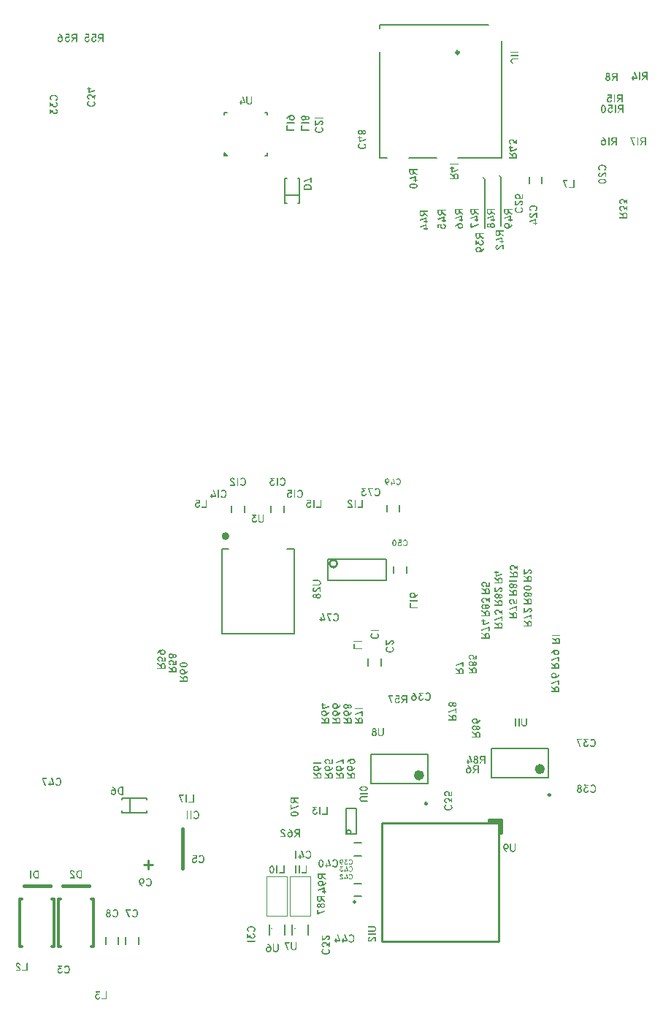
<source format=gbo>
G04 Layer_Color=32896*
%FSLAX44Y44*%
%MOMM*%
G71*
G01*
G75*
%ADD10C,0.2000*%
%ADD37C,0.2500*%
%ADD39C,0.3000*%
%ADD40C,0.5000*%
%ADD41C,0.4000*%
%ADD113C,0.1000*%
%ADD114C,0.1270*%
%ADD182C,0.6000*%
%ADD183C,0.1524*%
%ADD184C,0.3200*%
G36*
X659660Y540648D02*
X659837Y540627D01*
X660004Y540585D01*
X660160Y540533D01*
X660441Y540408D01*
X660576Y540335D01*
X660691Y540262D01*
X660795Y540179D01*
X660889Y540106D01*
X660972Y540044D01*
X661045Y539981D01*
X661097Y539929D01*
X661139Y539888D01*
X661160Y539867D01*
X661170Y539856D01*
X661284Y539731D01*
X661389Y539596D01*
X661482Y539450D01*
X661555Y539304D01*
X661618Y539148D01*
X661670Y539002D01*
X661753Y538700D01*
X661784Y538565D01*
X661805Y538429D01*
X661816Y538315D01*
X661826Y538211D01*
X661836Y538128D01*
Y538065D01*
Y538023D01*
Y538013D01*
Y537826D01*
X661816Y537649D01*
X661753Y537315D01*
X661659Y537003D01*
X661534Y536722D01*
X661399Y536472D01*
X661232Y536243D01*
X661066Y536034D01*
X660889Y535857D01*
X660701Y535712D01*
X660535Y535576D01*
X660368Y535472D01*
X660233Y535378D01*
X660108Y535316D01*
X660014Y535274D01*
X659951Y535243D01*
X659941Y535232D01*
X659931D01*
X659827Y535201D01*
X659733Y535180D01*
X659691Y535170D01*
X659639D01*
X659535Y535180D01*
X659441Y535201D01*
X659358Y535232D01*
X659285Y535274D01*
X659233Y535316D01*
X659181Y535347D01*
X659160Y535368D01*
X659150Y535378D01*
X659087Y535462D01*
X659045Y535545D01*
X659004Y535628D01*
X658983Y535701D01*
X658973Y535774D01*
X658962Y535826D01*
Y535857D01*
Y535868D01*
X658983Y536013D01*
X659025Y536138D01*
X659098Y536243D01*
X659181Y536326D01*
X659254Y536388D01*
X659327Y536430D01*
X659368Y536451D01*
X659389Y536461D01*
X659597Y536565D01*
X659774Y536670D01*
X659920Y536784D01*
X660045Y536899D01*
X660128Y536992D01*
X660191Y537065D01*
X660233Y537117D01*
X660243Y537138D01*
X660306Y537263D01*
X660347Y537409D01*
X660378Y537555D01*
X660399Y537711D01*
X660410Y537846D01*
X660420Y537961D01*
Y538003D01*
Y538034D01*
Y538055D01*
Y538065D01*
X660410Y538252D01*
X660378Y538409D01*
X660326Y538554D01*
X660274Y538669D01*
X660212Y538763D01*
X660170Y538836D01*
X660128Y538877D01*
X660118Y538888D01*
X660004Y538992D01*
X659879Y539065D01*
X659754Y539117D01*
X659639Y539148D01*
X659535Y539179D01*
X659452Y539190D01*
X659379D01*
X659254Y539179D01*
X659129Y539159D01*
X659014Y539127D01*
X658910Y539086D01*
X658723Y538971D01*
X658566Y538846D01*
X658452Y538711D01*
X658358Y538607D01*
X658327Y538554D01*
X658306Y538523D01*
X658285Y538502D01*
Y538492D01*
X658119Y538221D01*
X657952Y537961D01*
X657785Y537721D01*
X657619Y537503D01*
X657452Y537294D01*
X657296Y537107D01*
X657140Y536930D01*
X656994Y536774D01*
X656859Y536638D01*
X656734Y536513D01*
X656619Y536409D01*
X656525Y536326D01*
X656442Y536253D01*
X656390Y536211D01*
X656348Y536180D01*
X656338Y536170D01*
X656005Y535941D01*
X655650Y535732D01*
X655317Y535555D01*
X654994Y535410D01*
X654849Y535357D01*
X654713Y535295D01*
X654599Y535253D01*
X654495Y535212D01*
X654411Y535191D01*
X654349Y535170D01*
X654307Y535149D01*
X654297D01*
X653943Y535066D01*
X653599Y534982D01*
X653255Y534899D01*
X653099Y534868D01*
X652943Y534837D01*
X652807Y534805D01*
X652672Y534774D01*
X652558Y534753D01*
X652464Y534733D01*
X652381Y534712D01*
X652328Y534701D01*
X652287Y534691D01*
X652276D01*
Y539846D01*
X652287Y539971D01*
X652308Y540075D01*
X652339Y540179D01*
X652391Y540252D01*
X652443Y540325D01*
X652505Y540377D01*
X652630Y540471D01*
X652766Y540512D01*
X652870Y540544D01*
X652922Y540554D01*
X652984D01*
X653110Y540544D01*
X653214Y540523D01*
X653318Y540491D01*
X653391Y540439D01*
X653464Y540387D01*
X653516Y540335D01*
X653609Y540200D01*
X653651Y540075D01*
X653682Y539960D01*
X653693Y539908D01*
Y539877D01*
Y539856D01*
Y539846D01*
Y536420D01*
X654016Y536524D01*
X654307Y536638D01*
X654557Y536743D01*
X654776Y536847D01*
X654880Y536899D01*
X654963Y536940D01*
X655036Y536982D01*
X655088Y537024D01*
X655140Y537044D01*
X655172Y537065D01*
X655192Y537086D01*
X655203D01*
X655401Y537221D01*
X655588Y537367D01*
X655765Y537534D01*
X655942Y537701D01*
X656265Y538044D01*
X656411Y538221D01*
X656546Y538398D01*
X656661Y538554D01*
X656775Y538711D01*
X656869Y538846D01*
X656952Y538961D01*
X657015Y539065D01*
X657056Y539138D01*
X657088Y539179D01*
X657098Y539200D01*
X657265Y539460D01*
X657442Y539679D01*
X657640Y539877D01*
X657827Y540044D01*
X658025Y540190D01*
X658233Y540304D01*
X658421Y540398D01*
X658608Y540481D01*
X658785Y540533D01*
X658952Y540585D01*
X659098Y540616D01*
X659233Y540637D01*
X659337Y540648D01*
X659420Y540658D01*
X659483D01*
X659660Y540648D01*
D02*
G37*
G36*
X655390Y533077D02*
X655661Y533035D01*
X655911Y532973D01*
X656150Y532900D01*
X656369Y532806D01*
X656556Y532702D01*
X656744Y532587D01*
X656900Y532473D01*
X657036Y532358D01*
X657160Y532244D01*
X657265Y532140D01*
X657348Y532046D01*
X657411Y531973D01*
X657452Y531910D01*
X657483Y531869D01*
X657494Y531858D01*
X657629Y531994D01*
X657765Y532119D01*
X657910Y532223D01*
X658056Y532306D01*
X658212Y532389D01*
X658358Y532452D01*
X658504Y532504D01*
X658650Y532546D01*
X658775Y532577D01*
X658900Y532598D01*
X659014Y532618D01*
X659108Y532629D01*
X659191Y532639D01*
X659295D01*
X659493Y532629D01*
X659681Y532608D01*
X659858Y532577D01*
X660024Y532525D01*
X660181Y532473D01*
X660326Y532410D01*
X660472Y532348D01*
X660597Y532275D01*
X660712Y532212D01*
X660816Y532140D01*
X660899Y532077D01*
X660972Y532025D01*
X661034Y531973D01*
X661076Y531942D01*
X661097Y531921D01*
X661107Y531910D01*
X661243Y531775D01*
X661357Y531629D01*
X661461Y531473D01*
X661555Y531327D01*
X661628Y531181D01*
X661691Y531036D01*
X661743Y530890D01*
X661784Y530754D01*
X661816Y530629D01*
X661836Y530515D01*
X661857Y530411D01*
X661868Y530327D01*
X661878Y530255D01*
Y530192D01*
Y530161D01*
Y530150D01*
X661868Y529963D01*
X661847Y529786D01*
X661805Y529609D01*
X661753Y529453D01*
X661701Y529296D01*
X661639Y529151D01*
X661566Y529015D01*
X661493Y528901D01*
X661420Y528786D01*
X661347Y528692D01*
X661284Y528609D01*
X661232Y528536D01*
X661180Y528484D01*
X661139Y528442D01*
X661118Y528422D01*
X661107Y528411D01*
X660962Y528286D01*
X660816Y528182D01*
X660660Y528088D01*
X660503Y528005D01*
X660347Y527932D01*
X660201Y527880D01*
X659920Y527797D01*
X659785Y527766D01*
X659670Y527745D01*
X659566Y527724D01*
X659472Y527714D01*
X659399Y527703D01*
X659295D01*
X659077Y527714D01*
X658879Y527734D01*
X658681Y527776D01*
X658504Y527828D01*
X658337Y527891D01*
X658181Y527963D01*
X658035Y528036D01*
X657910Y528120D01*
X657796Y528193D01*
X657702Y528265D01*
X657619Y528338D01*
X657546Y528401D01*
X657494Y528453D01*
X657452Y528495D01*
X657431Y528515D01*
X657421Y528526D01*
X657265Y528328D01*
X657098Y528151D01*
X656921Y528005D01*
X656734Y527880D01*
X656546Y527766D01*
X656348Y527672D01*
X656161Y527599D01*
X655973Y527547D01*
X655796Y527495D01*
X655630Y527464D01*
X655484Y527432D01*
X655349Y527422D01*
X655244Y527411D01*
X655172Y527401D01*
X655099D01*
X654870Y527411D01*
X654661Y527432D01*
X654453Y527474D01*
X654255Y527526D01*
X654078Y527589D01*
X653901Y527662D01*
X653745Y527734D01*
X653599Y527818D01*
X653464Y527891D01*
X653349Y527963D01*
X653245Y528036D01*
X653162Y528099D01*
X653099Y528151D01*
X653047Y528193D01*
X653016Y528213D01*
X653005Y528224D01*
X652849Y528380D01*
X652714Y528547D01*
X652599Y528713D01*
X652495Y528890D01*
X652412Y529057D01*
X652349Y529224D01*
X652287Y529380D01*
X652245Y529536D01*
X652204Y529682D01*
X652172Y529817D01*
X652162Y529932D01*
X652141Y530036D01*
Y530119D01*
X652131Y530182D01*
Y530223D01*
Y530234D01*
X652141Y530452D01*
X652172Y530661D01*
X652214Y530859D01*
X652266Y531046D01*
X652339Y531223D01*
X652412Y531390D01*
X652485Y531535D01*
X652568Y531681D01*
X652651Y531806D01*
X652724Y531921D01*
X652807Y532015D01*
X652870Y532098D01*
X652922Y532160D01*
X652964Y532202D01*
X652995Y532233D01*
X653005Y532244D01*
X653172Y532389D01*
X653349Y532525D01*
X653526Y532639D01*
X653703Y532733D01*
X653880Y532816D01*
X654057Y532879D01*
X654224Y532941D01*
X654380Y532983D01*
X654526Y533014D01*
X654672Y533046D01*
X654786Y533066D01*
X654890Y533077D01*
X654984D01*
X655046Y533087D01*
X655099D01*
X655390Y533077D01*
D02*
G37*
G36*
X659150Y525797D02*
X659368Y525776D01*
X659577Y525724D01*
X659774Y525672D01*
X659962Y525610D01*
X660128Y525537D01*
X660285Y525464D01*
X660431Y525381D01*
X660555Y525298D01*
X660670Y525225D01*
X660764Y525152D01*
X660847Y525089D01*
X660910Y525037D01*
X660951Y524995D01*
X660983Y524964D01*
X660993Y524954D01*
X661128Y524798D01*
X661232Y524641D01*
X661337Y524475D01*
X661420Y524308D01*
X661493Y524152D01*
X661555Y523985D01*
X661597Y523829D01*
X661639Y523683D01*
X661670Y523548D01*
X661691Y523423D01*
X661712Y523308D01*
X661722Y523204D01*
X661732Y523131D01*
Y523069D01*
Y523027D01*
Y523017D01*
Y518966D01*
X652880D01*
X652755Y518976D01*
X652641Y518997D01*
X652547Y519028D01*
X652464Y519070D01*
X652391Y519122D01*
X652339Y519184D01*
X652287Y519247D01*
X652255Y519309D01*
X652204Y519434D01*
X652172Y519549D01*
X652162Y519591D01*
Y519622D01*
Y519643D01*
Y519653D01*
X652172Y519778D01*
X652193Y519882D01*
X652224Y519986D01*
X652276Y520059D01*
X652328Y520132D01*
X652391Y520184D01*
X652516Y520278D01*
X652651Y520320D01*
X652755Y520351D01*
X652807Y520361D01*
X656202D01*
Y521923D01*
X652474Y524548D01*
X652370Y524631D01*
X652297Y524725D01*
X652235Y524808D01*
X652204Y524902D01*
X652183Y524975D01*
X652172Y525037D01*
X652162Y525079D01*
Y525089D01*
X652172Y525193D01*
X652193Y525287D01*
X652224Y525370D01*
X652266Y525443D01*
X652308Y525506D01*
X652339Y525547D01*
X652360Y525579D01*
X652370Y525589D01*
X652453Y525662D01*
X652537Y525714D01*
X652620Y525756D01*
X652703Y525776D01*
X652766Y525797D01*
X652818Y525808D01*
X652870D01*
X652953Y525797D01*
X653026Y525787D01*
X653162Y525735D01*
X653214Y525704D01*
X653255Y525683D01*
X653287Y525672D01*
X653297Y525662D01*
X656202Y523517D01*
Y523506D01*
X656213Y523631D01*
X656223Y523746D01*
X656275Y523954D01*
X656348Y524142D01*
X656432Y524308D01*
X656515Y524433D01*
X656588Y524527D01*
X656640Y524579D01*
X656661Y524600D01*
X656817Y524808D01*
X656983Y524995D01*
X657160Y525162D01*
X657338Y525298D01*
X657525Y525412D01*
X657712Y525516D01*
X657900Y525589D01*
X658077Y525662D01*
X658244Y525704D01*
X658400Y525745D01*
X658546Y525766D01*
X658671Y525787D01*
X658775Y525797D01*
X658848Y525808D01*
X658910D01*
X659150Y525797D01*
D02*
G37*
G36*
X678182Y548502D02*
X678287Y548481D01*
X678380Y548450D01*
X678464Y548398D01*
X678526Y548346D01*
X678588Y548294D01*
X678672Y548158D01*
X678714Y548033D01*
X678745Y547919D01*
X678755Y547867D01*
Y547835D01*
Y547815D01*
Y547804D01*
X678745Y547679D01*
X678724Y547575D01*
X678693Y547481D01*
X678651Y547408D01*
X678588Y547336D01*
X678536Y547284D01*
X678411Y547200D01*
X678276Y547159D01*
X678172Y547127D01*
X678120Y547117D01*
X669851D01*
X669726Y547127D01*
X669622Y547148D01*
X669528Y547179D01*
X669455Y547221D01*
X669382Y547273D01*
X669331Y547336D01*
X669247Y547461D01*
X669205Y547585D01*
X669174Y547700D01*
X669164Y547742D01*
Y547773D01*
Y547794D01*
Y547804D01*
X669174Y547929D01*
X669195Y548033D01*
X669226Y548137D01*
X669268Y548210D01*
X669320Y548283D01*
X669382Y548335D01*
X669508Y548429D01*
X669632Y548471D01*
X669747Y548502D01*
X669789Y548512D01*
X678057D01*
X678182Y548502D01*
D02*
G37*
G36*
X672392Y544951D02*
X672663Y544909D01*
X672913Y544847D01*
X673152Y544774D01*
X673371Y544680D01*
X673559Y544576D01*
X673746Y544461D01*
X673902Y544347D01*
X674038Y544232D01*
X674163Y544118D01*
X674267Y544013D01*
X674350Y543920D01*
X674413Y543847D01*
X674454Y543784D01*
X674485Y543743D01*
X674496Y543732D01*
X674631Y543868D01*
X674767Y543993D01*
X674912Y544097D01*
X675058Y544180D01*
X675214Y544263D01*
X675360Y544326D01*
X675506Y544378D01*
X675652Y544420D01*
X675777Y544451D01*
X675902Y544472D01*
X676016Y544492D01*
X676110Y544503D01*
X676193Y544513D01*
X676297D01*
X676495Y544503D01*
X676683Y544482D01*
X676860Y544451D01*
X677026Y544399D01*
X677183Y544347D01*
X677328Y544284D01*
X677474Y544222D01*
X677599Y544149D01*
X677714Y544086D01*
X677818Y544013D01*
X677901Y543951D01*
X677974Y543899D01*
X678037Y543847D01*
X678078Y543816D01*
X678099Y543795D01*
X678110Y543784D01*
X678245Y543649D01*
X678359Y543503D01*
X678464Y543347D01*
X678557Y543201D01*
X678630Y543055D01*
X678693Y542910D01*
X678745Y542764D01*
X678786Y542628D01*
X678818Y542503D01*
X678838Y542389D01*
X678859Y542285D01*
X678870Y542201D01*
X678880Y542128D01*
Y542066D01*
Y542035D01*
Y542024D01*
X678870Y541837D01*
X678849Y541660D01*
X678807Y541483D01*
X678755Y541327D01*
X678703Y541170D01*
X678641Y541025D01*
X678568Y540889D01*
X678495Y540775D01*
X678422Y540660D01*
X678349Y540566D01*
X678287Y540483D01*
X678234Y540410D01*
X678182Y540358D01*
X678141Y540317D01*
X678120Y540296D01*
X678110Y540285D01*
X677964Y540160D01*
X677818Y540056D01*
X677662Y539962D01*
X677505Y539879D01*
X677349Y539806D01*
X677203Y539754D01*
X676922Y539671D01*
X676787Y539640D01*
X676672Y539619D01*
X676568Y539598D01*
X676475Y539588D01*
X676402Y539577D01*
X676297D01*
X676079Y539588D01*
X675881Y539608D01*
X675683Y539650D01*
X675506Y539702D01*
X675339Y539765D01*
X675183Y539837D01*
X675037Y539910D01*
X674912Y539994D01*
X674798Y540067D01*
X674704Y540140D01*
X674621Y540212D01*
X674548Y540275D01*
X674496Y540327D01*
X674454Y540369D01*
X674433Y540389D01*
X674423Y540400D01*
X674267Y540202D01*
X674100Y540025D01*
X673923Y539879D01*
X673736Y539754D01*
X673548Y539640D01*
X673350Y539546D01*
X673163Y539473D01*
X672975Y539421D01*
X672798Y539369D01*
X672632Y539338D01*
X672486Y539306D01*
X672350Y539296D01*
X672246Y539286D01*
X672173Y539275D01*
X672101D01*
X671871Y539286D01*
X671663Y539306D01*
X671455Y539348D01*
X671257Y539400D01*
X671080Y539463D01*
X670903Y539535D01*
X670747Y539608D01*
X670601Y539692D01*
X670466Y539765D01*
X670351Y539837D01*
X670247Y539910D01*
X670164Y539973D01*
X670101Y540025D01*
X670049Y540067D01*
X670018Y540087D01*
X670007Y540098D01*
X669851Y540254D01*
X669716Y540421D01*
X669601Y540587D01*
X669497Y540764D01*
X669414Y540931D01*
X669351Y541097D01*
X669289Y541254D01*
X669247Y541410D01*
X669205Y541556D01*
X669174Y541691D01*
X669164Y541806D01*
X669143Y541910D01*
Y541993D01*
X669133Y542056D01*
Y542097D01*
Y542108D01*
X669143Y542326D01*
X669174Y542535D01*
X669216Y542733D01*
X669268Y542920D01*
X669341Y543097D01*
X669414Y543264D01*
X669487Y543410D01*
X669570Y543555D01*
X669653Y543680D01*
X669726Y543795D01*
X669809Y543889D01*
X669872Y543972D01*
X669924Y544034D01*
X669966Y544076D01*
X669997Y544107D01*
X670007Y544118D01*
X670174Y544263D01*
X670351Y544399D01*
X670528Y544513D01*
X670705Y544607D01*
X670882Y544690D01*
X671059Y544753D01*
X671226Y544815D01*
X671382Y544857D01*
X671528Y544888D01*
X671674Y544920D01*
X671788Y544940D01*
X671892Y544951D01*
X671986D01*
X672048Y544961D01*
X672101D01*
X672392Y544951D01*
D02*
G37*
G36*
X676152Y537671D02*
X676370Y537650D01*
X676579Y537598D01*
X676777Y537546D01*
X676964Y537484D01*
X677131Y537411D01*
X677287Y537338D01*
X677433Y537255D01*
X677558Y537172D01*
X677672Y537099D01*
X677766Y537026D01*
X677849Y536963D01*
X677912Y536911D01*
X677953Y536870D01*
X677984Y536838D01*
X677995Y536828D01*
X678130Y536672D01*
X678234Y536515D01*
X678339Y536349D01*
X678422Y536182D01*
X678495Y536026D01*
X678557Y535859D01*
X678599Y535703D01*
X678641Y535557D01*
X678672Y535422D01*
X678693Y535297D01*
X678714Y535182D01*
X678724Y535078D01*
X678734Y535005D01*
Y534943D01*
Y534901D01*
Y534891D01*
Y530840D01*
X669882D01*
X669757Y530850D01*
X669643Y530871D01*
X669549Y530902D01*
X669466Y530944D01*
X669393Y530996D01*
X669341Y531059D01*
X669289Y531121D01*
X669258Y531183D01*
X669205Y531308D01*
X669174Y531423D01*
X669164Y531465D01*
Y531496D01*
Y531517D01*
Y531527D01*
X669174Y531652D01*
X669195Y531756D01*
X669226Y531860D01*
X669278Y531933D01*
X669331Y532006D01*
X669393Y532058D01*
X669518Y532152D01*
X669653Y532194D01*
X669757Y532225D01*
X669809Y532235D01*
X673204D01*
Y533797D01*
X669476Y536422D01*
X669372Y536505D01*
X669299Y536599D01*
X669237Y536682D01*
X669205Y536776D01*
X669185Y536849D01*
X669174Y536911D01*
X669164Y536953D01*
Y536963D01*
X669174Y537067D01*
X669195Y537161D01*
X669226Y537244D01*
X669268Y537317D01*
X669310Y537380D01*
X669341Y537421D01*
X669362Y537453D01*
X669372Y537463D01*
X669455Y537536D01*
X669539Y537588D01*
X669622Y537630D01*
X669705Y537650D01*
X669768Y537671D01*
X669820Y537682D01*
X669872D01*
X669955Y537671D01*
X670028Y537661D01*
X670164Y537609D01*
X670216Y537578D01*
X670257Y537557D01*
X670289Y537546D01*
X670299Y537536D01*
X673204Y535391D01*
Y535380D01*
X673215Y535505D01*
X673225Y535620D01*
X673277Y535828D01*
X673350Y536016D01*
X673434Y536182D01*
X673517Y536307D01*
X673590Y536401D01*
X673642Y536453D01*
X673663Y536474D01*
X673819Y536682D01*
X673986Y536870D01*
X674163Y537036D01*
X674340Y537172D01*
X674527Y537286D01*
X674715Y537390D01*
X674902Y537463D01*
X675079Y537536D01*
X675246Y537578D01*
X675402Y537619D01*
X675548Y537640D01*
X675673Y537661D01*
X675777Y537671D01*
X675850Y537682D01*
X675912D01*
X676152Y537671D01*
D02*
G37*
G36*
X623786Y345477D02*
X623911Y345425D01*
X624025Y345341D01*
X624109Y345258D01*
X624182Y345175D01*
X624223Y345091D01*
X624244Y345039D01*
X624255Y345029D01*
Y345019D01*
X626473Y338656D01*
X626525Y338427D01*
X626546Y338333D01*
X626556Y338239D01*
Y338166D01*
X626567Y338114D01*
Y338072D01*
Y338062D01*
X626556Y337937D01*
X626546Y337822D01*
X626514Y337729D01*
X626483Y337645D01*
X626452Y337573D01*
X626400Y337510D01*
X626358Y337458D01*
X626306Y337427D01*
X626212Y337375D01*
X626139Y337343D01*
X626077Y337333D01*
X622276D01*
Y336573D01*
X622266Y336448D01*
X622245Y336344D01*
X622213Y336250D01*
X622172Y336167D01*
X622120Y336104D01*
X622057Y336042D01*
X621932Y335958D01*
X621807Y335917D01*
X621693Y335885D01*
X621651Y335875D01*
X621589D01*
X621464Y335885D01*
X621359Y335906D01*
X621255Y335938D01*
X621182Y335990D01*
X621110Y336042D01*
X621058Y336094D01*
X620964Y336229D01*
X620922Y336354D01*
X620891Y336469D01*
X620880Y336510D01*
Y336541D01*
Y336562D01*
Y336573D01*
Y337333D01*
X620276D01*
X620151Y337343D01*
X620047Y337364D01*
X619943Y337396D01*
X619870Y337448D01*
X619797Y337500D01*
X619745Y337562D01*
X619652Y337687D01*
X619610Y337822D01*
X619579Y337927D01*
X619568Y337979D01*
Y338010D01*
Y338031D01*
Y338041D01*
X619579Y338166D01*
X619599Y338270D01*
X619631Y338374D01*
X619683Y338447D01*
X619735Y338520D01*
X619787Y338572D01*
X619922Y338666D01*
X620047Y338708D01*
X620162Y338739D01*
X620214Y338749D01*
X620880D01*
Y340186D01*
X620891Y340311D01*
X620912Y340415D01*
X620943Y340509D01*
X620995Y340593D01*
X621047Y340655D01*
X621099Y340718D01*
X621235Y340801D01*
X621359Y340843D01*
X621474Y340874D01*
X621526Y340884D01*
X621589D01*
X621713Y340874D01*
X621818Y340853D01*
X621911Y340822D01*
X621984Y340780D01*
X622057Y340718D01*
X622109Y340666D01*
X622193Y340541D01*
X622234Y340405D01*
X622266Y340301D01*
X622276Y340249D01*
Y340218D01*
Y340197D01*
Y340186D01*
Y338749D01*
X624963D01*
X622922Y344550D01*
X622890Y344633D01*
X622880Y344716D01*
X622869Y344779D01*
Y344789D01*
Y344800D01*
X622880Y344904D01*
X622911Y344998D01*
X622942Y345081D01*
X622984Y345154D01*
X623036Y345216D01*
X623067Y345258D01*
X623099Y345279D01*
X623109Y345289D01*
X623192Y345362D01*
X623286Y345414D01*
X623369Y345446D01*
X623453Y345477D01*
X623515Y345487D01*
X623567Y345498D01*
X623703D01*
X623786Y345477D01*
D02*
G37*
G36*
X642000Y336614D02*
X641990Y336489D01*
X641969Y336375D01*
X641937Y336281D01*
X641896Y336198D01*
X641844Y336125D01*
X641781Y336073D01*
X641719Y336021D01*
X641656Y335990D01*
X641531Y335938D01*
X641417Y335906D01*
X641375Y335896D01*
X641313D01*
X641188Y335906D01*
X641084Y335927D01*
X640979Y335958D01*
X640907Y336010D01*
X640834Y336063D01*
X640782Y336125D01*
X640688Y336250D01*
X640646Y336385D01*
X640615Y336489D01*
X640604Y336541D01*
Y336573D01*
Y336594D01*
Y336604D01*
Y339936D01*
X639042D01*
X636418Y336208D01*
X636335Y336104D01*
X636241Y336031D01*
X636158Y335969D01*
X636064Y335938D01*
X635991Y335917D01*
X635929Y335906D01*
X635887Y335896D01*
X635877D01*
X635772Y335906D01*
X635679Y335927D01*
X635595Y335958D01*
X635522Y336000D01*
X635460Y336042D01*
X635418Y336073D01*
X635387Y336094D01*
X635377Y336104D01*
X635304Y336187D01*
X635252Y336271D01*
X635210Y336354D01*
X635189Y336437D01*
X635168Y336500D01*
X635158Y336552D01*
Y336594D01*
Y336604D01*
X635168Y336687D01*
X635179Y336760D01*
X635231Y336896D01*
X635262Y336948D01*
X635283Y336989D01*
X635293Y337021D01*
X635304Y337031D01*
X637449Y339936D01*
X637459D01*
X637335Y339947D01*
X637220Y339957D01*
X637012Y340009D01*
X636824Y340082D01*
X636658Y340166D01*
X636533Y340249D01*
X636439Y340322D01*
X636387Y340374D01*
X636366Y340395D01*
X636158Y340551D01*
X635970Y340718D01*
X635804Y340895D01*
X635668Y341072D01*
X635554Y341259D01*
X635450Y341446D01*
X635377Y341634D01*
X635304Y341811D01*
X635262Y341978D01*
X635220Y342134D01*
X635200Y342280D01*
X635179Y342405D01*
X635168Y342509D01*
X635158Y342582D01*
Y342623D01*
Y342644D01*
X635168Y342884D01*
X635189Y343102D01*
X635241Y343311D01*
X635293Y343508D01*
X635356Y343696D01*
X635429Y343863D01*
X635502Y344019D01*
X635585Y344165D01*
X635668Y344290D01*
X635741Y344404D01*
X635814Y344498D01*
X635877Y344581D01*
X635929Y344644D01*
X635970Y344685D01*
X636002Y344716D01*
X636012Y344727D01*
X636168Y344862D01*
X636324Y344966D01*
X636491Y345071D01*
X636658Y345154D01*
X636814Y345227D01*
X636981Y345289D01*
X637137Y345331D01*
X637282Y345373D01*
X637418Y345404D01*
X637543Y345425D01*
X637657Y345446D01*
X637761Y345456D01*
X637834Y345466D01*
X642000D01*
Y336614D01*
D02*
G37*
G36*
X631003Y345602D02*
X631180Y345581D01*
X631357Y345539D01*
X631513Y345487D01*
X631669Y345435D01*
X631815Y345373D01*
X631950Y345300D01*
X632065Y345227D01*
X632180Y345154D01*
X632273Y345081D01*
X632357Y345019D01*
X632430Y344966D01*
X632482Y344914D01*
X632523Y344873D01*
X632544Y344852D01*
X632555Y344841D01*
X632679Y344696D01*
X632784Y344550D01*
X632877Y344394D01*
X632961Y344238D01*
X633034Y344081D01*
X633086Y343936D01*
X633169Y343654D01*
X633200Y343519D01*
X633221Y343404D01*
X633242Y343300D01*
X633252Y343206D01*
X633263Y343134D01*
Y343082D01*
Y343040D01*
Y343029D01*
X633252Y342811D01*
X633231Y342613D01*
X633190Y342415D01*
X633138Y342238D01*
X633075Y342071D01*
X633002Y341915D01*
X632929Y341769D01*
X632846Y341644D01*
X632773Y341530D01*
X632700Y341436D01*
X632627Y341353D01*
X632565Y341280D01*
X632513Y341228D01*
X632471Y341186D01*
X632450Y341165D01*
X632440Y341155D01*
X632638Y340999D01*
X632815Y340832D01*
X632961Y340655D01*
X633086Y340468D01*
X633200Y340280D01*
X633294Y340082D01*
X633367Y339895D01*
X633419Y339707D01*
X633471Y339530D01*
X633502Y339364D01*
X633533Y339218D01*
X633544Y339082D01*
X633554Y338978D01*
X633565Y338905D01*
Y338853D01*
Y338833D01*
X633554Y338604D01*
X633533Y338395D01*
X633492Y338187D01*
X633440Y337989D01*
X633377Y337812D01*
X633304Y337635D01*
X633231Y337479D01*
X633148Y337333D01*
X633075Y337198D01*
X633002Y337083D01*
X632929Y336979D01*
X632867Y336896D01*
X632815Y336833D01*
X632773Y336781D01*
X632752Y336750D01*
X632742Y336739D01*
X632586Y336583D01*
X632419Y336448D01*
X632253Y336333D01*
X632076Y336229D01*
X631909Y336146D01*
X631742Y336083D01*
X631586Y336021D01*
X631430Y335979D01*
X631284Y335938D01*
X631149Y335906D01*
X631034Y335896D01*
X630930Y335875D01*
X630847D01*
X630784Y335865D01*
X630732D01*
X630513Y335875D01*
X630305Y335906D01*
X630107Y335948D01*
X629920Y336000D01*
X629743Y336073D01*
X629576Y336146D01*
X629430Y336219D01*
X629285Y336302D01*
X629160Y336385D01*
X629045Y336458D01*
X628951Y336541D01*
X628868Y336604D01*
X628806Y336656D01*
X628764Y336698D01*
X628733Y336729D01*
X628722Y336739D01*
X628576Y336906D01*
X628441Y337083D01*
X628326Y337260D01*
X628233Y337437D01*
X628149Y337614D01*
X628087Y337791D01*
X628024Y337958D01*
X627983Y338114D01*
X627952Y338260D01*
X627920Y338406D01*
X627900Y338520D01*
X627889Y338624D01*
Y338718D01*
X627879Y338781D01*
Y338822D01*
Y338833D01*
X627889Y339124D01*
X627931Y339395D01*
X627993Y339645D01*
X628066Y339884D01*
X628160Y340103D01*
X628264Y340291D01*
X628378Y340478D01*
X628493Y340634D01*
X628608Y340770D01*
X628722Y340895D01*
X628826Y340999D01*
X628920Y341082D01*
X628993Y341144D01*
X629055Y341186D01*
X629097Y341217D01*
X629108Y341228D01*
X628972Y341363D01*
X628847Y341499D01*
X628743Y341644D01*
X628660Y341790D01*
X628576Y341946D01*
X628514Y342092D01*
X628462Y342238D01*
X628420Y342384D01*
X628389Y342509D01*
X628368Y342634D01*
X628347Y342748D01*
X628337Y342842D01*
X628326Y342925D01*
Y342977D01*
Y343019D01*
Y343029D01*
X628337Y343227D01*
X628358Y343415D01*
X628389Y343592D01*
X628441Y343758D01*
X628493Y343915D01*
X628555Y344060D01*
X628618Y344206D01*
X628691Y344331D01*
X628753Y344446D01*
X628826Y344550D01*
X628889Y344633D01*
X628941Y344706D01*
X628993Y344769D01*
X629024Y344810D01*
X629045Y344831D01*
X629055Y344841D01*
X629191Y344977D01*
X629337Y345091D01*
X629493Y345196D01*
X629639Y345289D01*
X629784Y345362D01*
X629930Y345425D01*
X630076Y345477D01*
X630211Y345518D01*
X630336Y345550D01*
X630451Y345570D01*
X630555Y345591D01*
X630638Y345602D01*
X630711Y345612D01*
X630815D01*
X631003Y345602D01*
D02*
G37*
G36*
X640882Y528597D02*
X641132Y528577D01*
X641372Y528545D01*
X641591Y528504D01*
X641799Y528441D01*
X641997Y528379D01*
X642184Y528306D01*
X642351Y528223D01*
X642517Y528129D01*
X642674Y528035D01*
X642809Y527931D01*
X642944Y527827D01*
X643174Y527608D01*
X643371Y527379D01*
X643528Y527140D01*
X643663Y526921D01*
X643757Y526712D01*
X643840Y526525D01*
X643892Y526369D01*
X643913Y526306D01*
X643934Y526244D01*
X643944Y526202D01*
Y526171D01*
X643955Y526150D01*
Y526140D01*
X645454Y527473D01*
X645558Y527608D01*
X645663Y527733D01*
X645756Y527837D01*
X645839Y527920D01*
X645912Y528004D01*
X645985Y528066D01*
X646048Y528118D01*
X646100Y528160D01*
X646194Y528212D01*
X646256Y528243D01*
X646298Y528254D01*
X646308D01*
X646381Y528243D01*
X646454Y528233D01*
X646558Y528170D01*
X646631Y528087D01*
X646683Y527993D01*
X646714Y527889D01*
X646725Y527806D01*
X646735Y527743D01*
Y527733D01*
Y527723D01*
X646714Y523599D01*
X646704Y523484D01*
X646683Y523380D01*
X646652Y523286D01*
X646600Y523203D01*
X646548Y523140D01*
X646496Y523088D01*
X646360Y523005D01*
X646235Y522953D01*
X646121Y522932D01*
X646069Y522922D01*
X646006D01*
X645881Y522932D01*
X645777Y522953D01*
X645683Y522984D01*
X645610Y523026D01*
X645537Y523078D01*
X645486Y523140D01*
X645402Y523265D01*
X645360Y523390D01*
X645329Y523505D01*
X645319Y523547D01*
Y523578D01*
Y523599D01*
Y523609D01*
Y525817D01*
X643923Y524525D01*
X643861Y524432D01*
X643798Y524359D01*
X643746Y524286D01*
X643684Y524234D01*
X643580Y524140D01*
X643475Y524078D01*
X643392Y524047D01*
X643330Y524026D01*
X643288Y524015D01*
X643278D01*
X643205Y524026D01*
X643132Y524047D01*
X643007Y524109D01*
X642955Y524140D01*
X642913Y524171D01*
X642892Y524192D01*
X642882Y524203D01*
X642820Y524276D01*
X642778Y524359D01*
X642747Y524432D01*
X642726Y524505D01*
X642705Y524578D01*
X642694Y524630D01*
Y524661D01*
Y524671D01*
X642684Y524828D01*
X642674Y524973D01*
X642663Y525109D01*
X642653Y525234D01*
Y525338D01*
X642642Y525411D01*
Y525463D01*
Y525484D01*
X642590Y525744D01*
X642517Y525984D01*
X642434Y526181D01*
X642351Y526348D01*
X642278Y526483D01*
X642215Y526577D01*
X642174Y526640D01*
X642153Y526660D01*
X642049Y526765D01*
X641945Y526858D01*
X641820Y526931D01*
X641695Y526994D01*
X641445Y527098D01*
X641195Y527171D01*
X641080Y527192D01*
X640976Y527212D01*
X640872Y527223D01*
X640789Y527233D01*
X640716Y527244D01*
X640622D01*
X640445Y527233D01*
X640278Y527223D01*
X640122Y527192D01*
X639976Y527150D01*
X639695Y527056D01*
X639581Y526994D01*
X639466Y526942D01*
X639362Y526889D01*
X639279Y526827D01*
X639195Y526775D01*
X639133Y526733D01*
X639081Y526692D01*
X639050Y526671D01*
X639029Y526650D01*
X639018Y526640D01*
X638873Y526452D01*
X638768Y526265D01*
X638685Y526067D01*
X638633Y525879D01*
X638602Y525723D01*
X638591Y525650D01*
Y525588D01*
X638581Y525546D01*
Y525504D01*
Y525484D01*
Y525473D01*
X638591Y525286D01*
X638623Y525109D01*
X638664Y524953D01*
X638706Y524828D01*
X638748Y524723D01*
X638789Y524640D01*
X638820Y524598D01*
X638831Y524578D01*
X638987Y524401D01*
X639143Y524244D01*
X639300Y524130D01*
X639445Y524026D01*
X639570Y523953D01*
X639674Y523911D01*
X639737Y523880D01*
X639747Y523870D01*
X639758D01*
X639862Y523838D01*
X639956Y523797D01*
X640029Y523755D01*
X640091Y523703D01*
X640195Y523599D01*
X640268Y523484D01*
X640310Y523390D01*
X640331Y523307D01*
X640341Y523245D01*
Y523234D01*
Y523224D01*
X640331Y523130D01*
X640310Y523036D01*
X640278Y522953D01*
X640247Y522880D01*
X640216Y522828D01*
X640185Y522786D01*
X640164Y522755D01*
X640154Y522745D01*
X640081Y522672D01*
X639997Y522620D01*
X639914Y522589D01*
X639841Y522568D01*
X639768Y522547D01*
X639716Y522537D01*
X639664D01*
X639570Y522547D01*
X639487Y522557D01*
X639414Y522568D01*
X639404Y522578D01*
X639393D01*
X639195Y522651D01*
X639008Y522724D01*
X638831Y522807D01*
X638675Y522901D01*
X638518Y522995D01*
X638373Y523099D01*
X638248Y523193D01*
X638133Y523297D01*
X638029Y523380D01*
X637946Y523474D01*
X637862Y523547D01*
X637800Y523619D01*
X637748Y523672D01*
X637717Y523713D01*
X637696Y523745D01*
X637685Y523755D01*
X637592Y523901D01*
X637498Y524047D01*
X637425Y524203D01*
X637363Y524348D01*
X637258Y524640D01*
X637196Y524911D01*
X637175Y525036D01*
X637154Y525150D01*
X637144Y525244D01*
X637133Y525327D01*
X637123Y525400D01*
Y525452D01*
Y525484D01*
Y525494D01*
X637133Y525723D01*
X637165Y525952D01*
X637206Y526161D01*
X637258Y526358D01*
X637331Y526546D01*
X637404Y526723D01*
X637487Y526889D01*
X637571Y527035D01*
X637654Y527171D01*
X637737Y527296D01*
X637810Y527400D01*
X637883Y527483D01*
X637935Y527546D01*
X637977Y527598D01*
X638008Y527629D01*
X638019Y527639D01*
X638206Y527806D01*
X638414Y527962D01*
X638623Y528087D01*
X638841Y528202D01*
X639060Y528295D01*
X639279Y528368D01*
X639487Y528431D01*
X639695Y528483D01*
X639883Y528525D01*
X640060Y528556D01*
X640216Y528577D01*
X640351Y528597D01*
X640466D01*
X640549Y528608D01*
X640622D01*
X640882Y528597D01*
D02*
G37*
G36*
X640372Y520933D02*
X640643Y520891D01*
X640893Y520829D01*
X641132Y520756D01*
X641351Y520662D01*
X641538Y520558D01*
X641726Y520443D01*
X641882Y520329D01*
X642018Y520214D01*
X642143Y520100D01*
X642247Y519995D01*
X642330Y519902D01*
X642393Y519829D01*
X642434Y519766D01*
X642465Y519725D01*
X642476Y519714D01*
X642611Y519850D01*
X642747Y519975D01*
X642892Y520079D01*
X643038Y520162D01*
X643194Y520245D01*
X643340Y520308D01*
X643486Y520360D01*
X643632Y520402D01*
X643757Y520433D01*
X643882Y520454D01*
X643996Y520475D01*
X644090Y520485D01*
X644173Y520495D01*
X644277D01*
X644475Y520485D01*
X644663Y520464D01*
X644840Y520433D01*
X645006Y520381D01*
X645163Y520329D01*
X645308Y520266D01*
X645454Y520204D01*
X645579Y520131D01*
X645694Y520068D01*
X645798Y519995D01*
X645881Y519933D01*
X645954Y519881D01*
X646017Y519829D01*
X646058Y519798D01*
X646079Y519777D01*
X646089Y519766D01*
X646225Y519631D01*
X646339Y519485D01*
X646443Y519329D01*
X646537Y519183D01*
X646610Y519037D01*
X646673Y518892D01*
X646725Y518746D01*
X646766Y518610D01*
X646798Y518485D01*
X646818Y518371D01*
X646839Y518267D01*
X646850Y518183D01*
X646860Y518111D01*
Y518048D01*
Y518017D01*
Y518006D01*
X646850Y517819D01*
X646829Y517642D01*
X646787Y517465D01*
X646735Y517309D01*
X646683Y517152D01*
X646621Y517007D01*
X646548Y516871D01*
X646475Y516757D01*
X646402Y516642D01*
X646329Y516548D01*
X646266Y516465D01*
X646214Y516392D01*
X646162Y516340D01*
X646121Y516298D01*
X646100Y516278D01*
X646089Y516267D01*
X645944Y516142D01*
X645798Y516038D01*
X645642Y515944D01*
X645486Y515861D01*
X645329Y515788D01*
X645183Y515736D01*
X644902Y515653D01*
X644767Y515622D01*
X644652Y515601D01*
X644548Y515580D01*
X644454Y515569D01*
X644382Y515559D01*
X644277D01*
X644059Y515569D01*
X643861Y515590D01*
X643663Y515632D01*
X643486Y515684D01*
X643319Y515746D01*
X643163Y515819D01*
X643017Y515892D01*
X642892Y515976D01*
X642778Y516049D01*
X642684Y516121D01*
X642601Y516194D01*
X642528Y516257D01*
X642476Y516309D01*
X642434Y516351D01*
X642413Y516371D01*
X642403Y516382D01*
X642247Y516184D01*
X642080Y516007D01*
X641903Y515861D01*
X641716Y515736D01*
X641528Y515622D01*
X641330Y515528D01*
X641143Y515455D01*
X640955Y515403D01*
X640778Y515351D01*
X640612Y515320D01*
X640466Y515288D01*
X640331Y515278D01*
X640226Y515267D01*
X640154Y515257D01*
X640081D01*
X639851Y515267D01*
X639643Y515288D01*
X639435Y515330D01*
X639237Y515382D01*
X639060Y515444D01*
X638883Y515517D01*
X638727Y515590D01*
X638581Y515674D01*
X638446Y515746D01*
X638331Y515819D01*
X638227Y515892D01*
X638144Y515955D01*
X638081Y516007D01*
X638029Y516049D01*
X637998Y516069D01*
X637987Y516080D01*
X637831Y516236D01*
X637696Y516403D01*
X637581Y516569D01*
X637477Y516746D01*
X637394Y516913D01*
X637331Y517080D01*
X637269Y517236D01*
X637227Y517392D01*
X637186Y517538D01*
X637154Y517673D01*
X637144Y517788D01*
X637123Y517892D01*
Y517975D01*
X637113Y518038D01*
Y518079D01*
Y518090D01*
X637123Y518308D01*
X637154Y518517D01*
X637196Y518714D01*
X637248Y518902D01*
X637321Y519079D01*
X637394Y519246D01*
X637467Y519391D01*
X637550Y519537D01*
X637633Y519662D01*
X637706Y519777D01*
X637789Y519870D01*
X637852Y519954D01*
X637904Y520016D01*
X637946Y520058D01*
X637977Y520089D01*
X637987Y520100D01*
X638154Y520245D01*
X638331Y520381D01*
X638508Y520495D01*
X638685Y520589D01*
X638862Y520672D01*
X639039Y520735D01*
X639206Y520797D01*
X639362Y520839D01*
X639508Y520870D01*
X639654Y520901D01*
X639768Y520922D01*
X639872Y520933D01*
X639966D01*
X640029Y520943D01*
X640081D01*
X640372Y520933D01*
D02*
G37*
G36*
X644132Y513653D02*
X644350Y513633D01*
X644559Y513580D01*
X644756Y513528D01*
X644944Y513466D01*
X645110Y513393D01*
X645267Y513320D01*
X645413Y513237D01*
X645537Y513153D01*
X645652Y513081D01*
X645746Y513008D01*
X645829Y512945D01*
X645892Y512893D01*
X645933Y512851D01*
X645965Y512820D01*
X645975Y512810D01*
X646110Y512654D01*
X646214Y512497D01*
X646319Y512331D01*
X646402Y512164D01*
X646475Y512008D01*
X646537Y511841D01*
X646579Y511685D01*
X646621Y511539D01*
X646652Y511404D01*
X646673Y511279D01*
X646693Y511164D01*
X646704Y511060D01*
X646714Y510987D01*
Y510925D01*
Y510883D01*
Y510873D01*
Y506822D01*
X637862D01*
X637737Y506832D01*
X637623Y506853D01*
X637529Y506884D01*
X637446Y506926D01*
X637373Y506978D01*
X637321Y507040D01*
X637269Y507103D01*
X637238Y507165D01*
X637186Y507290D01*
X637154Y507405D01*
X637144Y507447D01*
Y507478D01*
Y507499D01*
Y507509D01*
X637154Y507634D01*
X637175Y507738D01*
X637206Y507842D01*
X637258Y507915D01*
X637310Y507988D01*
X637373Y508040D01*
X637498Y508134D01*
X637633Y508176D01*
X637737Y508207D01*
X637789Y508217D01*
X641184D01*
Y509779D01*
X637456Y512404D01*
X637352Y512487D01*
X637279Y512581D01*
X637217Y512664D01*
X637186Y512758D01*
X637165Y512831D01*
X637154Y512893D01*
X637144Y512935D01*
Y512945D01*
X637154Y513049D01*
X637175Y513143D01*
X637206Y513226D01*
X637248Y513299D01*
X637290Y513362D01*
X637321Y513403D01*
X637342Y513435D01*
X637352Y513445D01*
X637435Y513518D01*
X637519Y513570D01*
X637602Y513612D01*
X637685Y513633D01*
X637748Y513653D01*
X637800Y513664D01*
X637852D01*
X637935Y513653D01*
X638008Y513643D01*
X638144Y513591D01*
X638196Y513560D01*
X638237Y513539D01*
X638269Y513528D01*
X638279Y513518D01*
X641184Y511373D01*
Y511362D01*
X641195Y511487D01*
X641205Y511602D01*
X641257Y511810D01*
X641330Y511997D01*
X641414Y512164D01*
X641497Y512289D01*
X641570Y512383D01*
X641622Y512435D01*
X641643Y512456D01*
X641799Y512664D01*
X641965Y512851D01*
X642143Y513018D01*
X642320Y513153D01*
X642507Y513268D01*
X642694Y513372D01*
X642882Y513445D01*
X643059Y513518D01*
X643226Y513560D01*
X643382Y513601D01*
X643528Y513622D01*
X643653Y513643D01*
X643757Y513653D01*
X643830Y513664D01*
X643892D01*
X644132Y513653D01*
D02*
G37*
G36*
X721666Y441494D02*
X721926Y441473D01*
X722166Y441432D01*
X722384Y441380D01*
X722593Y441307D01*
X722780Y441244D01*
X722957Y441161D01*
X723113Y441088D01*
X723259Y441015D01*
X723374Y440932D01*
X723478Y440869D01*
X723561Y440807D01*
X723634Y440744D01*
X723676Y440703D01*
X723707Y440682D01*
X723717Y440672D01*
X723863Y440505D01*
X723998Y440338D01*
X724113Y440151D01*
X724207Y439963D01*
X724290Y439766D01*
X724353Y439578D01*
X724415Y439391D01*
X724457Y439203D01*
X724488Y439026D01*
X724519Y438870D01*
X724540Y438724D01*
X724550Y438599D01*
Y438505D01*
X724561Y438422D01*
Y438381D01*
Y438360D01*
Y438193D01*
X724540Y438037D01*
X724519Y437891D01*
X724498Y437756D01*
X724467Y437631D01*
X724436Y437516D01*
X724394Y437412D01*
X724363Y437318D01*
X724321Y437235D01*
X724280Y437162D01*
X724248Y437099D01*
X724217Y437048D01*
X724196Y437016D01*
X724175Y436985D01*
X724155Y436975D01*
Y436964D01*
X724373Y437152D01*
X724582Y437339D01*
X724769Y437506D01*
X724925Y437651D01*
X725050Y437766D01*
X725144Y437860D01*
X725207Y437922D01*
X725227Y437943D01*
X725425Y438151D01*
X725623Y438370D01*
X725810Y438599D01*
X725977Y438807D01*
X726113Y439005D01*
X726175Y439089D01*
X726227Y439161D01*
X726269Y439214D01*
X726300Y439255D01*
X726310Y439286D01*
X726321Y439297D01*
X726383Y439391D01*
X726456Y439453D01*
X726540Y439505D01*
X726623Y439536D01*
X726706Y439557D01*
X726769Y439568D01*
X726831D01*
X726935Y439557D01*
X727029Y439536D01*
X727112Y439505D01*
X727185Y439474D01*
X727248Y439432D01*
X727289Y439401D01*
X727320Y439380D01*
X727331Y439370D01*
X727414Y439297D01*
X727466Y439214D01*
X727508Y439130D01*
X727539Y439057D01*
X727560Y438984D01*
X727570Y438932D01*
Y438891D01*
Y438880D01*
X727550Y438755D01*
X727518Y438651D01*
X727498Y438599D01*
X727487Y438568D01*
X727466Y438547D01*
Y438537D01*
X727300Y438276D01*
X727143Y438037D01*
X726977Y437808D01*
X726810Y437599D01*
X726654Y437402D01*
X726498Y437225D01*
X726352Y437058D01*
X726217Y436912D01*
X726092Y436777D01*
X725967Y436662D01*
X725873Y436568D01*
X725779Y436485D01*
X725706Y436423D01*
X725654Y436381D01*
X725623Y436350D01*
X725613Y436339D01*
X725259Y436089D01*
X724873Y435871D01*
X724509Y435683D01*
X724321Y435600D01*
X724155Y435537D01*
X723998Y435465D01*
X723853Y435412D01*
X723717Y435360D01*
X723603Y435329D01*
X723509Y435298D01*
X723447Y435277D01*
X723394Y435256D01*
X723384D01*
X723072Y435183D01*
X722780Y435121D01*
X722488Y435079D01*
X722238Y435058D01*
X722124Y435048D01*
X722020Y435038D01*
X721926D01*
X721853Y435027D01*
X721707D01*
X721405Y435038D01*
X721124Y435058D01*
X720853Y435100D01*
X720603Y435152D01*
X720364Y435204D01*
X720145Y435267D01*
X719947Y435340D01*
X719760Y435412D01*
X719604Y435485D01*
X719458Y435558D01*
X719333Y435621D01*
X719239Y435673D01*
X719156Y435725D01*
X719104Y435766D01*
X719062Y435787D01*
X719052Y435798D01*
X718833Y435985D01*
X718646Y436183D01*
X718479Y436391D01*
X718344Y436610D01*
X718219Y436829D01*
X718125Y437048D01*
X718042Y437256D01*
X717979Y437464D01*
X717927Y437662D01*
X717886Y437849D01*
X717865Y438006D01*
X717844Y438151D01*
X717833Y438266D01*
X717823Y438360D01*
Y438412D01*
Y438433D01*
X717833Y438683D01*
X717865Y438922D01*
X717917Y439151D01*
X717979Y439359D01*
X718052Y439557D01*
X718135Y439734D01*
X718229Y439901D01*
X718323Y440057D01*
X718417Y440192D01*
X718510Y440307D01*
X718594Y440411D01*
X718667Y440494D01*
X718729Y440567D01*
X718781Y440609D01*
X718812Y440640D01*
X718823Y440651D01*
X719021Y440797D01*
X719218Y440932D01*
X719437Y441046D01*
X719656Y441140D01*
X719864Y441223D01*
X720083Y441296D01*
X720291Y441348D01*
X720489Y441400D01*
X720676Y441432D01*
X720843Y441463D01*
X720999Y441484D01*
X721135Y441494D01*
X721249D01*
X721322Y441505D01*
X721395D01*
X721666Y441494D01*
D02*
G37*
G36*
X726883Y432986D02*
X726987Y432955D01*
X727050Y432924D01*
X727060Y432913D01*
X727071D01*
X727143Y432871D01*
X727206Y432830D01*
X727258Y432788D01*
X727300Y432747D01*
X727341Y432684D01*
X727362Y432674D01*
Y432663D01*
X727383Y432621D01*
X727393Y432580D01*
X727425Y432455D01*
X727446Y432319D01*
X727456Y432184D01*
X727466Y432049D01*
Y431934D01*
Y431893D01*
Y431861D01*
Y431841D01*
Y431830D01*
Y428112D01*
X727456Y427998D01*
X727435Y427894D01*
X727404Y427800D01*
X727352Y427716D01*
X727300Y427654D01*
X727248Y427602D01*
X727112Y427519D01*
X726987Y427467D01*
X726873Y427446D01*
X726821Y427435D01*
X726758D01*
X726633Y427446D01*
X726529Y427467D01*
X726435Y427498D01*
X726352Y427539D01*
X726279Y427592D01*
X726227Y427654D01*
X726144Y427779D01*
X726092Y427894D01*
X726060Y428008D01*
X726050Y428050D01*
Y428081D01*
Y428102D01*
Y428112D01*
Y431424D01*
X718854Y428518D01*
X718750Y428477D01*
X718646Y428456D01*
X718614Y428446D01*
X718552D01*
X718448Y428456D01*
X718354Y428477D01*
X718271Y428508D01*
X718198Y428550D01*
X718146Y428591D01*
X718094Y428623D01*
X718073Y428643D01*
X718063Y428654D01*
X718000Y428737D01*
X717948Y428820D01*
X717917Y428904D01*
X717886Y428977D01*
X717875Y429039D01*
X717865Y429102D01*
Y429133D01*
Y429143D01*
X717886Y429299D01*
X717937Y429424D01*
X718000Y429529D01*
X718083Y429612D01*
X718167Y429674D01*
X718229Y429716D01*
X718281Y429737D01*
X718302Y429747D01*
X726040Y432809D01*
X726206Y432871D01*
X726352Y432913D01*
X726477Y432955D01*
X726581Y432976D01*
X726665Y432986D01*
X726727Y432996D01*
X726769D01*
X726883Y432986D01*
D02*
G37*
G36*
X724884Y425832D02*
X725102Y425811D01*
X725311Y425759D01*
X725508Y425707D01*
X725696Y425644D01*
X725863Y425571D01*
X726019Y425498D01*
X726165Y425415D01*
X726290Y425332D01*
X726404Y425259D01*
X726498Y425186D01*
X726581Y425123D01*
X726644Y425071D01*
X726685Y425030D01*
X726717Y424999D01*
X726727Y424988D01*
X726862Y424832D01*
X726966Y424676D01*
X727071Y424509D01*
X727154Y424342D01*
X727227Y424186D01*
X727289Y424020D01*
X727331Y423863D01*
X727373Y423717D01*
X727404Y423582D01*
X727425Y423457D01*
X727446Y423343D01*
X727456Y423238D01*
X727466Y423166D01*
Y423103D01*
Y423061D01*
Y423051D01*
Y419000D01*
X718614D01*
X718490Y419010D01*
X718375Y419031D01*
X718281Y419062D01*
X718198Y419104D01*
X718125Y419156D01*
X718073Y419219D01*
X718021Y419281D01*
X717990Y419344D01*
X717937Y419469D01*
X717906Y419583D01*
X717896Y419625D01*
Y419656D01*
Y419677D01*
Y419687D01*
X717906Y419812D01*
X717927Y419916D01*
X717958Y420021D01*
X718010Y420093D01*
X718063Y420166D01*
X718125Y420218D01*
X718250Y420312D01*
X718385Y420354D01*
X718490Y420385D01*
X718541Y420396D01*
X721936D01*
Y421958D01*
X718208Y424582D01*
X718104Y424665D01*
X718031Y424759D01*
X717969Y424842D01*
X717937Y424936D01*
X717917Y425009D01*
X717906Y425071D01*
X717896Y425113D01*
Y425123D01*
X717906Y425228D01*
X717927Y425321D01*
X717958Y425405D01*
X718000Y425477D01*
X718042Y425540D01*
X718073Y425582D01*
X718094Y425613D01*
X718104Y425623D01*
X718187Y425696D01*
X718271Y425748D01*
X718354Y425790D01*
X718437Y425811D01*
X718500Y425832D01*
X718552Y425842D01*
X718604D01*
X718687Y425832D01*
X718760Y425821D01*
X718896Y425769D01*
X718948Y425738D01*
X718989Y425717D01*
X719021Y425707D01*
X719031Y425696D01*
X721936Y423551D01*
Y423540D01*
X721947Y423666D01*
X721957Y423780D01*
X722009Y423988D01*
X722082Y424176D01*
X722166Y424342D01*
X722249Y424467D01*
X722322Y424561D01*
X722374Y424613D01*
X722395Y424634D01*
X722551Y424842D01*
X722718Y425030D01*
X722895Y425196D01*
X723072Y425332D01*
X723259Y425446D01*
X723447Y425550D01*
X723634Y425623D01*
X723811Y425696D01*
X723978Y425738D01*
X724134Y425779D01*
X724280Y425800D01*
X724405Y425821D01*
X724509Y425832D01*
X724582Y425842D01*
X724644D01*
X724884Y425832D01*
D02*
G37*
G36*
X672788Y526812D02*
X673027Y526780D01*
X673267Y526739D01*
X673486Y526676D01*
X673694Y526603D01*
X673892Y526530D01*
X674069Y526447D01*
X674236Y526364D01*
X674392Y526270D01*
X674517Y526187D01*
X674642Y526114D01*
X674735Y526041D01*
X674808Y525979D01*
X674871Y525937D01*
X674902Y525906D01*
X674912Y525895D01*
X675089Y525718D01*
X675246Y525541D01*
X675381Y525354D01*
X675496Y525177D01*
X675600Y524989D01*
X675673Y524812D01*
X675745Y524646D01*
X675798Y524489D01*
X675839Y524333D01*
X675871Y524198D01*
X675891Y524073D01*
X675912Y523969D01*
Y523885D01*
X675922Y523823D01*
Y523781D01*
Y523771D01*
Y523604D01*
X675912Y523458D01*
X675902Y523312D01*
X675881Y523187D01*
X675860Y523063D01*
X675839Y522948D01*
X675808Y522854D01*
X675787Y522761D01*
X675766Y522688D01*
X675735Y522615D01*
X675714Y522563D01*
X675693Y522511D01*
X675673Y522479D01*
X675662Y522448D01*
X675652Y522438D01*
Y522427D01*
X677339D01*
Y525437D01*
X677349Y525562D01*
X677370Y525666D01*
X677401Y525760D01*
X677453Y525843D01*
X677505Y525906D01*
X677558Y525968D01*
X677693Y526051D01*
X677818Y526093D01*
X677932Y526124D01*
X677974Y526135D01*
X678037D01*
X678161Y526124D01*
X678266Y526103D01*
X678359Y526072D01*
X678443Y526031D01*
X678505Y525968D01*
X678568Y525916D01*
X678651Y525791D01*
X678693Y525656D01*
X678724Y525551D01*
X678734Y525499D01*
Y525468D01*
Y525447D01*
Y525437D01*
Y521063D01*
X674381D01*
X674267Y521073D01*
X674173Y521084D01*
X674090Y521115D01*
X674017Y521157D01*
X673954Y521198D01*
X673902Y521250D01*
X673829Y521355D01*
X673777Y521459D01*
X673756Y521553D01*
X673746Y521625D01*
Y521636D01*
Y521646D01*
X673756Y521740D01*
X673788Y521844D01*
X673829Y521948D01*
X673881Y522042D01*
X673933Y522115D01*
X673975Y522188D01*
X674006Y522229D01*
X674017Y522240D01*
X674100Y522354D01*
X674183Y522479D01*
X674298Y522740D01*
X674392Y522990D01*
X674444Y523240D01*
X674465Y523354D01*
X674485Y523448D01*
X674496Y523542D01*
Y523625D01*
X674506Y523687D01*
Y523739D01*
Y523771D01*
Y523781D01*
X674496Y523906D01*
X674485Y524021D01*
X674413Y524239D01*
X674319Y524437D01*
X674215Y524614D01*
X674110Y524750D01*
X674017Y524854D01*
X673975Y524895D01*
X673944Y524927D01*
X673933Y524937D01*
X673923Y524948D01*
X673809Y525041D01*
X673694Y525114D01*
X673579Y525187D01*
X673465Y525239D01*
X673225Y525333D01*
X673017Y525395D01*
X672819Y525426D01*
X672746Y525447D01*
X672673D01*
X672621Y525458D01*
X672538D01*
X672236Y525437D01*
X671965Y525395D01*
X671736Y525343D01*
X671538Y525270D01*
X671455Y525239D01*
X671372Y525197D01*
X671309Y525166D01*
X671257Y525145D01*
X671215Y525114D01*
X671184Y525104D01*
X671174Y525083D01*
X671163D01*
X671059Y525010D01*
X670976Y524916D01*
X670893Y524833D01*
X670820Y524739D01*
X670715Y524552D01*
X670632Y524364D01*
X670591Y524198D01*
X670570Y524125D01*
X670559Y524062D01*
X670549Y524010D01*
X670538Y523969D01*
Y523948D01*
Y523937D01*
X670549Y523729D01*
X670580Y523531D01*
X670653Y523344D01*
X670747Y523167D01*
X670861Y523010D01*
X670986Y522865D01*
X671132Y522729D01*
X671267Y522615D01*
X671413Y522511D01*
X671559Y522417D01*
X671694Y522344D01*
X671809Y522281D01*
X671913Y522229D01*
X671986Y522198D01*
X672038Y522177D01*
X672059Y522167D01*
X672184Y522115D01*
X672267Y522032D01*
X672330Y521938D01*
X672382Y521834D01*
X672403Y521750D01*
X672413Y521667D01*
X672423Y521615D01*
Y521605D01*
Y521594D01*
X672413Y521490D01*
X672392Y521396D01*
X672361Y521313D01*
X672330Y521240D01*
X672288Y521178D01*
X672257Y521136D01*
X672236Y521105D01*
X672226Y521094D01*
X672153Y521021D01*
X672069Y520969D01*
X671996Y520928D01*
X671913Y520907D01*
X671851Y520886D01*
X671799Y520876D01*
X671747D01*
X671653Y520886D01*
X671580Y520896D01*
X671528Y520907D01*
X671507D01*
X671309Y520980D01*
X671111Y521063D01*
X670934Y521157D01*
X670768Y521250D01*
X670611Y521344D01*
X670466Y521448D01*
X670330Y521542D01*
X670216Y521636D01*
X670111Y521719D01*
X670018Y521802D01*
X669934Y521886D01*
X669872Y521948D01*
X669820Y522000D01*
X669789Y522042D01*
X669768Y522063D01*
X669757Y522073D01*
X669632Y522240D01*
X669528Y522406D01*
X669445Y522573D01*
X669372Y522740D01*
X669310Y522906D01*
X669258Y523073D01*
X669216Y523229D01*
X669185Y523375D01*
X669164Y523521D01*
X669153Y523646D01*
X669143Y523760D01*
Y523854D01*
Y523937D01*
Y523989D01*
Y524031D01*
Y524041D01*
X669174Y524291D01*
X669216Y524520D01*
X669268Y524739D01*
X669341Y524937D01*
X669424Y525125D01*
X669508Y525291D01*
X669601Y525437D01*
X669685Y525572D01*
X669778Y525697D01*
X669862Y525801D01*
X669945Y525885D01*
X670018Y525958D01*
X670080Y526010D01*
X670122Y526051D01*
X670153Y526072D01*
X670164Y526083D01*
X670351Y526218D01*
X670538Y526322D01*
X670736Y526426D01*
X670934Y526510D01*
X671143Y526582D01*
X671340Y526645D01*
X671528Y526687D01*
X671715Y526728D01*
X671882Y526759D01*
X672038Y526780D01*
X672184Y526801D01*
X672299Y526812D01*
X672403Y526822D01*
X672538D01*
X672788Y526812D01*
D02*
G37*
G36*
X678151Y518918D02*
X678255Y518886D01*
X678318Y518855D01*
X678328Y518845D01*
X678339D01*
X678411Y518803D01*
X678474Y518761D01*
X678526Y518720D01*
X678568Y518678D01*
X678609Y518616D01*
X678630Y518605D01*
Y518595D01*
X678651Y518553D01*
X678661Y518512D01*
X678693Y518387D01*
X678714Y518251D01*
X678724Y518116D01*
X678734Y517980D01*
Y517866D01*
Y517824D01*
Y517793D01*
Y517772D01*
Y517762D01*
Y514044D01*
X678724Y513929D01*
X678703Y513825D01*
X678672Y513732D01*
X678620Y513648D01*
X678568Y513586D01*
X678516Y513534D01*
X678380Y513450D01*
X678255Y513398D01*
X678141Y513377D01*
X678089Y513367D01*
X678026D01*
X677901Y513377D01*
X677797Y513398D01*
X677703Y513430D01*
X677620Y513471D01*
X677547Y513523D01*
X677495Y513586D01*
X677412Y513711D01*
X677360Y513825D01*
X677328Y513940D01*
X677318Y513982D01*
Y514013D01*
Y514034D01*
Y514044D01*
Y517356D01*
X670122Y514450D01*
X670018Y514408D01*
X669914Y514388D01*
X669882Y514377D01*
X669820D01*
X669716Y514388D01*
X669622Y514408D01*
X669539Y514440D01*
X669466Y514481D01*
X669414Y514523D01*
X669362Y514554D01*
X669341Y514575D01*
X669331Y514585D01*
X669268Y514669D01*
X669216Y514752D01*
X669185Y514836D01*
X669153Y514908D01*
X669143Y514971D01*
X669133Y515033D01*
Y515065D01*
Y515075D01*
X669153Y515231D01*
X669205Y515356D01*
X669268Y515460D01*
X669351Y515544D01*
X669435Y515606D01*
X669497Y515648D01*
X669549Y515669D01*
X669570Y515679D01*
X677308Y518741D01*
X677474Y518803D01*
X677620Y518845D01*
X677745Y518886D01*
X677849Y518907D01*
X677932Y518918D01*
X677995Y518928D01*
X678037D01*
X678151Y518918D01*
D02*
G37*
G36*
X676152Y511763D02*
X676370Y511743D01*
X676579Y511690D01*
X676777Y511638D01*
X676964Y511576D01*
X677131Y511503D01*
X677287Y511430D01*
X677433Y511347D01*
X677558Y511264D01*
X677672Y511191D01*
X677766Y511118D01*
X677849Y511055D01*
X677912Y511003D01*
X677953Y510961D01*
X677984Y510930D01*
X677995Y510920D01*
X678130Y510764D01*
X678234Y510607D01*
X678339Y510441D01*
X678422Y510274D01*
X678495Y510118D01*
X678557Y509951D01*
X678599Y509795D01*
X678641Y509649D01*
X678672Y509514D01*
X678693Y509389D01*
X678714Y509274D01*
X678724Y509170D01*
X678734Y509097D01*
Y509035D01*
Y508993D01*
Y508983D01*
Y504932D01*
X669882D01*
X669757Y504942D01*
X669643Y504963D01*
X669549Y504994D01*
X669466Y505036D01*
X669393Y505088D01*
X669341Y505150D01*
X669289Y505213D01*
X669258Y505275D01*
X669205Y505400D01*
X669174Y505515D01*
X669164Y505557D01*
Y505588D01*
Y505609D01*
Y505619D01*
X669174Y505744D01*
X669195Y505848D01*
X669226Y505952D01*
X669278Y506025D01*
X669331Y506098D01*
X669393Y506150D01*
X669518Y506244D01*
X669653Y506286D01*
X669757Y506317D01*
X669809Y506327D01*
X673204D01*
Y507889D01*
X669476Y510514D01*
X669372Y510597D01*
X669299Y510691D01*
X669237Y510774D01*
X669205Y510868D01*
X669185Y510941D01*
X669174Y511003D01*
X669164Y511045D01*
Y511055D01*
X669174Y511159D01*
X669195Y511253D01*
X669226Y511336D01*
X669268Y511409D01*
X669310Y511472D01*
X669341Y511513D01*
X669362Y511545D01*
X669372Y511555D01*
X669455Y511628D01*
X669539Y511680D01*
X669622Y511722D01*
X669705Y511743D01*
X669768Y511763D01*
X669820Y511774D01*
X669872D01*
X669955Y511763D01*
X670028Y511753D01*
X670164Y511701D01*
X670216Y511670D01*
X670257Y511649D01*
X670289Y511638D01*
X670299Y511628D01*
X673204Y509483D01*
Y509472D01*
X673215Y509597D01*
X673225Y509712D01*
X673277Y509920D01*
X673350Y510107D01*
X673434Y510274D01*
X673517Y510399D01*
X673590Y510493D01*
X673642Y510545D01*
X673663Y510566D01*
X673819Y510774D01*
X673986Y510961D01*
X674163Y511128D01*
X674340Y511264D01*
X674527Y511378D01*
X674715Y511482D01*
X674902Y511555D01*
X675079Y511628D01*
X675246Y511670D01*
X675402Y511711D01*
X675548Y511732D01*
X675673Y511753D01*
X675777Y511763D01*
X675850Y511774D01*
X675912D01*
X676152Y511763D01*
D02*
G37*
G36*
X691285Y542562D02*
X691628Y542541D01*
X691951Y542499D01*
X692253Y542447D01*
X692545Y542395D01*
X692826Y542333D01*
X693076Y542260D01*
X693305Y542187D01*
X693513Y542114D01*
X693701Y542041D01*
X693857Y541979D01*
X693992Y541927D01*
X694097Y541875D01*
X694180Y541833D01*
X694221Y541812D01*
X694242Y541802D01*
X694513Y541635D01*
X694753Y541468D01*
X694950Y541291D01*
X695127Y541104D01*
X695273Y540916D01*
X695398Y540739D01*
X695502Y540562D01*
X695586Y540396D01*
X695648Y540229D01*
X695690Y540083D01*
X695732Y539948D01*
X695752Y539833D01*
X695763Y539740D01*
X695773Y539677D01*
Y539625D01*
Y539615D01*
X695752Y539375D01*
X695700Y539136D01*
X695617Y538917D01*
X695502Y538709D01*
X695377Y538521D01*
X695232Y538334D01*
X695075Y538167D01*
X694909Y538021D01*
X694753Y537886D01*
X694596Y537771D01*
X694451Y537667D01*
X694315Y537584D01*
X694201Y537511D01*
X694117Y537469D01*
X694065Y537438D01*
X694044Y537428D01*
X693815Y537292D01*
X693565Y537178D01*
X693305Y537074D01*
X693045Y536990D01*
X692784Y536917D01*
X692524Y536855D01*
X692274Y536803D01*
X692035Y536761D01*
X691805Y536730D01*
X691597Y536709D01*
X691410Y536688D01*
X691243Y536678D01*
X691118D01*
X691014Y536668D01*
X690931D01*
X690576Y536678D01*
X690243Y536699D01*
X689931Y536740D01*
X689629Y536782D01*
X689358Y536834D01*
X689098Y536897D01*
X688869Y536969D01*
X688660Y537042D01*
X688463Y537105D01*
X688306Y537178D01*
X688160Y537240D01*
X688046Y537292D01*
X687952Y537334D01*
X687879Y537376D01*
X687838Y537397D01*
X687827Y537407D01*
X687525Y537574D01*
X687265Y537751D01*
X687036Y537928D01*
X686838Y538115D01*
X686671Y538302D01*
X686525Y538480D01*
X686411Y538657D01*
X686328Y538834D01*
X686255Y538990D01*
X686203Y539146D01*
X686161Y539271D01*
X686140Y539386D01*
X686119Y539479D01*
X686109Y539552D01*
Y539604D01*
Y539615D01*
X686130Y539865D01*
X686182Y540094D01*
X686265Y540312D01*
X686380Y540531D01*
X686505Y540719D01*
X686650Y540906D01*
X686807Y541073D01*
X686973Y541218D01*
X687130Y541354D01*
X687286Y541479D01*
X687431Y541583D01*
X687557Y541666D01*
X687671Y541739D01*
X687754Y541781D01*
X687806Y541812D01*
X687827Y541823D01*
X688056Y541958D01*
X688296Y542072D01*
X688546Y542166D01*
X688806Y542260D01*
X689066Y542333D01*
X689327Y542385D01*
X689577Y542437D01*
X689816Y542478D01*
X690045Y542510D01*
X690264Y542531D01*
X690452Y542551D01*
X690608Y542562D01*
X690743Y542572D01*
X690931D01*
X691285Y542562D01*
D02*
G37*
G36*
X689410Y534887D02*
X689681Y534845D01*
X689931Y534783D01*
X690170Y534710D01*
X690389Y534616D01*
X690576Y534512D01*
X690764Y534397D01*
X690920Y534283D01*
X691056Y534168D01*
X691181Y534054D01*
X691285Y533950D01*
X691368Y533856D01*
X691431Y533783D01*
X691472Y533720D01*
X691503Y533679D01*
X691514Y533668D01*
X691649Y533804D01*
X691785Y533929D01*
X691930Y534033D01*
X692076Y534116D01*
X692232Y534199D01*
X692378Y534262D01*
X692524Y534314D01*
X692670Y534356D01*
X692795Y534387D01*
X692920Y534408D01*
X693034Y534428D01*
X693128Y534439D01*
X693211Y534449D01*
X693315D01*
X693513Y534439D01*
X693701Y534418D01*
X693878Y534387D01*
X694044Y534335D01*
X694201Y534283D01*
X694346Y534220D01*
X694492Y534158D01*
X694617Y534085D01*
X694732Y534022D01*
X694836Y533950D01*
X694919Y533887D01*
X694992Y533835D01*
X695055Y533783D01*
X695096Y533752D01*
X695117Y533731D01*
X695127Y533720D01*
X695263Y533585D01*
X695377Y533439D01*
X695481Y533283D01*
X695575Y533137D01*
X695648Y532991D01*
X695711Y532846D01*
X695763Y532700D01*
X695804Y532564D01*
X695836Y532439D01*
X695856Y532325D01*
X695877Y532221D01*
X695888Y532137D01*
X695898Y532065D01*
Y532002D01*
Y531971D01*
Y531960D01*
X695888Y531773D01*
X695867Y531596D01*
X695825Y531419D01*
X695773Y531263D01*
X695721Y531106D01*
X695659Y530961D01*
X695586Y530825D01*
X695513Y530711D01*
X695440Y530596D01*
X695367Y530502D01*
X695304Y530419D01*
X695252Y530346D01*
X695200Y530294D01*
X695159Y530252D01*
X695138Y530232D01*
X695127Y530221D01*
X694982Y530096D01*
X694836Y529992D01*
X694680Y529898D01*
X694523Y529815D01*
X694367Y529742D01*
X694221Y529690D01*
X693940Y529607D01*
X693805Y529576D01*
X693690Y529555D01*
X693586Y529534D01*
X693493Y529524D01*
X693420Y529513D01*
X693315D01*
X693097Y529524D01*
X692899Y529544D01*
X692701Y529586D01*
X692524Y529638D01*
X692357Y529701D01*
X692201Y529773D01*
X692055Y529846D01*
X691930Y529930D01*
X691816Y530003D01*
X691722Y530075D01*
X691639Y530148D01*
X691566Y530211D01*
X691514Y530263D01*
X691472Y530305D01*
X691451Y530325D01*
X691441Y530336D01*
X691285Y530138D01*
X691118Y529961D01*
X690941Y529815D01*
X690754Y529690D01*
X690566Y529576D01*
X690368Y529482D01*
X690181Y529409D01*
X689993Y529357D01*
X689816Y529305D01*
X689650Y529274D01*
X689504Y529242D01*
X689369Y529232D01*
X689264Y529221D01*
X689192Y529211D01*
X689119D01*
X688889Y529221D01*
X688681Y529242D01*
X688473Y529284D01*
X688275Y529336D01*
X688098Y529399D01*
X687921Y529472D01*
X687765Y529544D01*
X687619Y529628D01*
X687484Y529701D01*
X687369Y529773D01*
X687265Y529846D01*
X687182Y529909D01*
X687119Y529961D01*
X687067Y530003D01*
X687036Y530023D01*
X687025Y530034D01*
X686869Y530190D01*
X686734Y530357D01*
X686619Y530523D01*
X686515Y530700D01*
X686432Y530867D01*
X686369Y531034D01*
X686307Y531190D01*
X686265Y531346D01*
X686224Y531492D01*
X686192Y531627D01*
X686182Y531742D01*
X686161Y531846D01*
Y531929D01*
X686151Y531992D01*
Y532033D01*
Y532044D01*
X686161Y532262D01*
X686192Y532471D01*
X686234Y532669D01*
X686286Y532856D01*
X686359Y533033D01*
X686432Y533200D01*
X686505Y533345D01*
X686588Y533491D01*
X686671Y533616D01*
X686744Y533731D01*
X686827Y533825D01*
X686890Y533908D01*
X686942Y533970D01*
X686984Y534012D01*
X687015Y534043D01*
X687025Y534054D01*
X687192Y534199D01*
X687369Y534335D01*
X687546Y534449D01*
X687723Y534543D01*
X687900Y534626D01*
X688077Y534689D01*
X688244Y534751D01*
X688400Y534793D01*
X688546Y534824D01*
X688692Y534855D01*
X688806Y534876D01*
X688910Y534887D01*
X689004D01*
X689066Y534897D01*
X689119D01*
X689410Y534887D01*
D02*
G37*
G36*
X693170Y527607D02*
X693388Y527587D01*
X693597Y527534D01*
X693794Y527482D01*
X693982Y527420D01*
X694148Y527347D01*
X694305Y527274D01*
X694451Y527191D01*
X694576Y527108D01*
X694690Y527035D01*
X694784Y526962D01*
X694867Y526899D01*
X694930Y526847D01*
X694971Y526805D01*
X695003Y526774D01*
X695013Y526764D01*
X695148Y526608D01*
X695252Y526451D01*
X695357Y526285D01*
X695440Y526118D01*
X695513Y525962D01*
X695575Y525795D01*
X695617Y525639D01*
X695659Y525493D01*
X695690Y525358D01*
X695711Y525233D01*
X695732Y525118D01*
X695742Y525014D01*
X695752Y524941D01*
Y524879D01*
Y524837D01*
Y524827D01*
Y520776D01*
X686900D01*
X686775Y520786D01*
X686661Y520807D01*
X686567Y520838D01*
X686484Y520880D01*
X686411Y520932D01*
X686359Y520994D01*
X686307Y521057D01*
X686276Y521119D01*
X686224Y521244D01*
X686192Y521359D01*
X686182Y521401D01*
Y521432D01*
Y521453D01*
Y521463D01*
X686192Y521588D01*
X686213Y521692D01*
X686244Y521796D01*
X686296Y521869D01*
X686348Y521942D01*
X686411Y521994D01*
X686536Y522088D01*
X686671Y522130D01*
X686775Y522161D01*
X686827Y522171D01*
X690222D01*
Y523733D01*
X686494Y526358D01*
X686390Y526441D01*
X686317Y526535D01*
X686255Y526618D01*
X686224Y526712D01*
X686203Y526785D01*
X686192Y526847D01*
X686182Y526889D01*
Y526899D01*
X686192Y527003D01*
X686213Y527097D01*
X686244Y527180D01*
X686286Y527253D01*
X686328Y527316D01*
X686359Y527357D01*
X686380Y527389D01*
X686390Y527399D01*
X686473Y527472D01*
X686557Y527524D01*
X686640Y527566D01*
X686723Y527587D01*
X686786Y527607D01*
X686838Y527618D01*
X686890D01*
X686973Y527607D01*
X687046Y527597D01*
X687182Y527545D01*
X687234Y527514D01*
X687275Y527493D01*
X687307Y527482D01*
X687317Y527472D01*
X690222Y525327D01*
Y525316D01*
X690233Y525441D01*
X690243Y525556D01*
X690295Y525764D01*
X690368Y525951D01*
X690452Y526118D01*
X690535Y526243D01*
X690608Y526337D01*
X690660Y526389D01*
X690681Y526410D01*
X690837Y526618D01*
X691003Y526805D01*
X691181Y526972D01*
X691358Y527108D01*
X691545Y527222D01*
X691732Y527326D01*
X691920Y527399D01*
X692097Y527472D01*
X692264Y527514D01*
X692420Y527555D01*
X692566Y527576D01*
X692691Y527597D01*
X692795Y527607D01*
X692868Y527618D01*
X692930D01*
X693170Y527607D01*
D02*
G37*
G36*
X724030Y468380D02*
X724311Y468359D01*
X724582Y468317D01*
X724832Y468265D01*
X725071Y468213D01*
X725279Y468140D01*
X725488Y468078D01*
X725665Y468005D01*
X725821Y467932D01*
X725967Y467859D01*
X726092Y467786D01*
X726185Y467734D01*
X726269Y467682D01*
X726331Y467640D01*
X726363Y467620D01*
X726373Y467609D01*
X726592Y467422D01*
X726789Y467224D01*
X726956Y467015D01*
X727091Y466797D01*
X727216Y466578D01*
X727320Y466359D01*
X727404Y466141D01*
X727466Y465932D01*
X727518Y465734D01*
X727560Y465558D01*
X727581Y465391D01*
X727602Y465245D01*
X727612Y465131D01*
X727623Y465037D01*
Y464985D01*
Y464964D01*
X727612Y464714D01*
X727581Y464474D01*
X727529Y464256D01*
X727466Y464048D01*
X727393Y463850D01*
X727300Y463662D01*
X727216Y463495D01*
X727123Y463350D01*
X727019Y463214D01*
X726935Y463100D01*
X726852Y462996D01*
X726769Y462912D01*
X726706Y462839D01*
X726654Y462798D01*
X726623Y462766D01*
X726612Y462756D01*
X726414Y462610D01*
X726217Y462475D01*
X725998Y462360D01*
X725790Y462267D01*
X725571Y462183D01*
X725352Y462121D01*
X725144Y462058D01*
X724946Y462017D01*
X724759Y461986D01*
X724592Y461954D01*
X724436Y461944D01*
X724301Y461923D01*
X724196D01*
X724113Y461913D01*
X724040D01*
X723769Y461923D01*
X723509Y461944D01*
X723270Y461986D01*
X723040Y462038D01*
X722832Y462100D01*
X722645Y462173D01*
X722468Y462246D01*
X722311Y462329D01*
X722176Y462402D01*
X722051Y462475D01*
X721947Y462548D01*
X721864Y462610D01*
X721791Y462662D01*
X721749Y462704D01*
X721718Y462725D01*
X721707Y462735D01*
X721562Y462902D01*
X721437Y463069D01*
X721322Y463256D01*
X721228Y463443D01*
X721155Y463631D01*
X721083Y463829D01*
X721031Y464016D01*
X720989Y464193D01*
X720958Y464370D01*
X720926Y464526D01*
X720906Y464672D01*
X720895Y464797D01*
Y464891D01*
X720885Y464974D01*
Y465016D01*
Y465037D01*
Y465203D01*
X720906Y465370D01*
X720926Y465516D01*
X720947Y465651D01*
X720978Y465776D01*
X721010Y465891D01*
X721041Y465995D01*
X721083Y466089D01*
X721124Y466172D01*
X721155Y466245D01*
X721187Y466307D01*
X721218Y466359D01*
X721249Y466391D01*
X721260Y466422D01*
X721280Y466443D01*
X721062Y466255D01*
X720853Y466068D01*
X720676Y465901D01*
X720510Y465755D01*
X720385Y465641D01*
X720291Y465547D01*
X720229Y465485D01*
X720218Y465474D01*
X720208Y465464D01*
X720010Y465256D01*
X719812Y465037D01*
X719625Y464808D01*
X719458Y464599D01*
X719323Y464402D01*
X719260Y464318D01*
X719208Y464245D01*
X719166Y464193D01*
X719135Y464152D01*
X719125Y464120D01*
X719114Y464110D01*
X719052Y464016D01*
X718979Y463954D01*
X718896Y463902D01*
X718812Y463870D01*
X718729Y463850D01*
X718667Y463839D01*
X718604D01*
X718500Y463850D01*
X718406Y463870D01*
X718323Y463902D01*
X718240Y463933D01*
X718177Y463964D01*
X718135Y463995D01*
X718104Y464016D01*
X718094Y464027D01*
X718021Y464110D01*
X717969Y464183D01*
X717927Y464266D01*
X717906Y464350D01*
X717886Y464412D01*
X717875Y464464D01*
Y464506D01*
Y464516D01*
X717896Y464641D01*
X717927Y464756D01*
X717948Y464797D01*
X717958Y464828D01*
X717979Y464849D01*
Y464860D01*
X718146Y465120D01*
X718302Y465360D01*
X718469Y465589D01*
X718625Y465807D01*
X718781Y466005D01*
X718937Y466182D01*
X719083Y466349D01*
X719218Y466495D01*
X719354Y466620D01*
X719468Y466734D01*
X719562Y466838D01*
X719656Y466911D01*
X719729Y466974D01*
X719781Y467026D01*
X719812Y467047D01*
X719822Y467057D01*
X720187Y467307D01*
X720562Y467536D01*
X720937Y467724D01*
X721114Y467797D01*
X721280Y467869D01*
X721447Y467942D01*
X721593Y467994D01*
X721718Y468046D01*
X721832Y468078D01*
X721926Y468109D01*
X721989Y468130D01*
X722041Y468151D01*
X722051D01*
X722364Y468234D01*
X722665Y468286D01*
X722947Y468328D01*
X723207Y468359D01*
X723311Y468369D01*
X723415Y468380D01*
X723509D01*
X723582Y468390D01*
X723728D01*
X724030Y468380D01*
D02*
G37*
G36*
X726883Y459986D02*
X726987Y459955D01*
X727050Y459924D01*
X727060Y459913D01*
X727071D01*
X727143Y459871D01*
X727206Y459830D01*
X727258Y459788D01*
X727300Y459747D01*
X727341Y459684D01*
X727362Y459674D01*
Y459663D01*
X727383Y459622D01*
X727393Y459580D01*
X727425Y459455D01*
X727446Y459319D01*
X727456Y459184D01*
X727466Y459049D01*
Y458934D01*
Y458893D01*
Y458861D01*
Y458840D01*
Y458830D01*
Y455112D01*
X727456Y454998D01*
X727435Y454894D01*
X727404Y454800D01*
X727352Y454716D01*
X727300Y454654D01*
X727248Y454602D01*
X727112Y454519D01*
X726987Y454467D01*
X726873Y454446D01*
X726821Y454435D01*
X726758D01*
X726633Y454446D01*
X726529Y454467D01*
X726435Y454498D01*
X726352Y454539D01*
X726279Y454591D01*
X726227Y454654D01*
X726144Y454779D01*
X726092Y454894D01*
X726060Y455008D01*
X726050Y455050D01*
Y455081D01*
Y455102D01*
Y455112D01*
Y458424D01*
X718854Y455518D01*
X718750Y455477D01*
X718646Y455456D01*
X718614Y455446D01*
X718552D01*
X718448Y455456D01*
X718354Y455477D01*
X718271Y455508D01*
X718198Y455550D01*
X718146Y455591D01*
X718094Y455622D01*
X718073Y455643D01*
X718063Y455654D01*
X718000Y455737D01*
X717948Y455820D01*
X717917Y455904D01*
X717886Y455977D01*
X717875Y456039D01*
X717865Y456102D01*
Y456133D01*
Y456143D01*
X717886Y456299D01*
X717937Y456424D01*
X718000Y456529D01*
X718083Y456612D01*
X718167Y456674D01*
X718229Y456716D01*
X718281Y456737D01*
X718302Y456747D01*
X726040Y459809D01*
X726206Y459871D01*
X726352Y459913D01*
X726477Y459955D01*
X726581Y459976D01*
X726665Y459986D01*
X726727Y459996D01*
X726769D01*
X726883Y459986D01*
D02*
G37*
G36*
X724884Y452832D02*
X725102Y452811D01*
X725311Y452759D01*
X725508Y452707D01*
X725696Y452644D01*
X725863Y452571D01*
X726019Y452498D01*
X726165Y452415D01*
X726290Y452332D01*
X726404Y452259D01*
X726498Y452186D01*
X726581Y452123D01*
X726644Y452071D01*
X726685Y452030D01*
X726717Y451998D01*
X726727Y451988D01*
X726862Y451832D01*
X726966Y451676D01*
X727071Y451509D01*
X727154Y451342D01*
X727227Y451186D01*
X727289Y451020D01*
X727331Y450863D01*
X727373Y450718D01*
X727404Y450582D01*
X727425Y450457D01*
X727446Y450343D01*
X727456Y450238D01*
X727466Y450166D01*
Y450103D01*
Y450061D01*
Y450051D01*
Y446000D01*
X718614D01*
X718490Y446010D01*
X718375Y446031D01*
X718281Y446063D01*
X718198Y446104D01*
X718125Y446156D01*
X718073Y446219D01*
X718021Y446281D01*
X717990Y446344D01*
X717937Y446469D01*
X717906Y446583D01*
X717896Y446625D01*
Y446656D01*
Y446677D01*
Y446687D01*
X717906Y446812D01*
X717927Y446916D01*
X717958Y447021D01*
X718010Y447094D01*
X718063Y447166D01*
X718125Y447218D01*
X718250Y447312D01*
X718385Y447354D01*
X718490Y447385D01*
X718541Y447396D01*
X721936D01*
Y448958D01*
X718208Y451582D01*
X718104Y451665D01*
X718031Y451759D01*
X717969Y451842D01*
X717937Y451936D01*
X717917Y452009D01*
X717906Y452071D01*
X717896Y452113D01*
Y452123D01*
X717906Y452228D01*
X717927Y452321D01*
X717958Y452405D01*
X718000Y452477D01*
X718042Y452540D01*
X718073Y452582D01*
X718094Y452613D01*
X718104Y452623D01*
X718187Y452696D01*
X718271Y452748D01*
X718354Y452790D01*
X718437Y452811D01*
X718500Y452832D01*
X718552Y452842D01*
X718604D01*
X718687Y452832D01*
X718760Y452821D01*
X718896Y452769D01*
X718948Y452738D01*
X718989Y452717D01*
X719021Y452707D01*
X719031Y452696D01*
X721936Y450551D01*
Y450541D01*
X721947Y450666D01*
X721957Y450780D01*
X722009Y450988D01*
X722082Y451176D01*
X722166Y451342D01*
X722249Y451467D01*
X722322Y451561D01*
X722374Y451613D01*
X722395Y451634D01*
X722551Y451842D01*
X722718Y452030D01*
X722895Y452196D01*
X723072Y452332D01*
X723259Y452446D01*
X723447Y452550D01*
X723634Y452623D01*
X723811Y452696D01*
X723978Y452738D01*
X724134Y452780D01*
X724280Y452800D01*
X724405Y452821D01*
X724509Y452832D01*
X724582Y452842D01*
X724644D01*
X724884Y452832D01*
D02*
G37*
G36*
X679520Y996057D02*
X679759Y996026D01*
X679999Y995984D01*
X680218Y995921D01*
X680426Y995849D01*
X680624Y995776D01*
X680801Y995692D01*
X680967Y995609D01*
X681124Y995515D01*
X681249Y995432D01*
X681374Y995359D01*
X681467Y995286D01*
X681540Y995224D01*
X681603Y995182D01*
X681634Y995151D01*
X681644Y995140D01*
X681821Y994963D01*
X681978Y994786D01*
X682113Y994599D01*
X682228Y994422D01*
X682332Y994234D01*
X682405Y994057D01*
X682477Y993891D01*
X682530Y993735D01*
X682571Y993578D01*
X682602Y993443D01*
X682623Y993318D01*
X682644Y993214D01*
Y993130D01*
X682654Y993068D01*
Y993026D01*
Y993016D01*
Y992849D01*
X682644Y992704D01*
X682634Y992558D01*
X682613Y992433D01*
X682592Y992308D01*
X682571Y992193D01*
X682540Y992100D01*
X682519Y992006D01*
X682498Y991933D01*
X682467Y991860D01*
X682446Y991808D01*
X682425Y991756D01*
X682405Y991725D01*
X682394Y991693D01*
X682384Y991683D01*
Y991673D01*
X684071D01*
Y994682D01*
X684081Y994807D01*
X684102Y994911D01*
X684133Y995005D01*
X684185Y995088D01*
X684238Y995151D01*
X684289Y995213D01*
X684425Y995297D01*
X684550Y995338D01*
X684664Y995369D01*
X684706Y995380D01*
X684769D01*
X684894Y995369D01*
X684998Y995349D01*
X685091Y995318D01*
X685175Y995276D01*
X685237Y995213D01*
X685300Y995161D01*
X685383Y995036D01*
X685425Y994901D01*
X685456Y994797D01*
X685466Y994745D01*
Y994714D01*
Y994693D01*
Y994682D01*
Y990308D01*
X681113D01*
X680999Y990319D01*
X680905Y990329D01*
X680822Y990360D01*
X680749Y990402D01*
X680686Y990444D01*
X680634Y990496D01*
X680561Y990600D01*
X680509Y990704D01*
X680488Y990798D01*
X680478Y990871D01*
Y990881D01*
Y990891D01*
X680488Y990985D01*
X680520Y991089D01*
X680561Y991193D01*
X680613Y991287D01*
X680666Y991360D01*
X680707Y991433D01*
X680738Y991475D01*
X680749Y991485D01*
X680832Y991600D01*
X680915Y991725D01*
X681030Y991985D01*
X681124Y992235D01*
X681176Y992485D01*
X681197Y992599D01*
X681217Y992693D01*
X681228Y992787D01*
Y992870D01*
X681238Y992933D01*
Y992985D01*
Y993016D01*
Y993026D01*
X681228Y993151D01*
X681217Y993266D01*
X681144Y993485D01*
X681051Y993682D01*
X680947Y993859D01*
X680843Y993995D01*
X680749Y994099D01*
X680707Y994141D01*
X680676Y994172D01*
X680666Y994182D01*
X680655Y994193D01*
X680540Y994286D01*
X680426Y994359D01*
X680311Y994432D01*
X680197Y994484D01*
X679957Y994578D01*
X679749Y994641D01*
X679551Y994672D01*
X679478Y994693D01*
X679405D01*
X679353Y994703D01*
X679270D01*
X678968Y994682D01*
X678697Y994641D01*
X678468Y994588D01*
X678270Y994516D01*
X678187Y994484D01*
X678104Y994443D01*
X678041Y994411D01*
X677989Y994391D01*
X677947Y994359D01*
X677916Y994349D01*
X677906Y994328D01*
X677895D01*
X677791Y994255D01*
X677708Y994162D01*
X677625Y994078D01*
X677552Y993985D01*
X677448Y993797D01*
X677364Y993610D01*
X677323Y993443D01*
X677302Y993370D01*
X677291Y993308D01*
X677281Y993255D01*
X677271Y993214D01*
Y993193D01*
Y993183D01*
X677281Y992974D01*
X677312Y992776D01*
X677385Y992589D01*
X677479Y992412D01*
X677593Y992256D01*
X677718Y992110D01*
X677864Y991975D01*
X677999Y991860D01*
X678145Y991756D01*
X678291Y991662D01*
X678427Y991589D01*
X678541Y991527D01*
X678645Y991475D01*
X678718Y991443D01*
X678770Y991423D01*
X678791Y991412D01*
X678916Y991360D01*
X678999Y991277D01*
X679062Y991183D01*
X679114Y991079D01*
X679135Y990996D01*
X679145Y990912D01*
X679155Y990860D01*
Y990850D01*
Y990839D01*
X679145Y990735D01*
X679124Y990642D01*
X679093Y990558D01*
X679062Y990485D01*
X679020Y990423D01*
X678989Y990381D01*
X678968Y990350D01*
X678958Y990340D01*
X678885Y990267D01*
X678801Y990215D01*
X678728Y990173D01*
X678645Y990152D01*
X678583Y990131D01*
X678531Y990121D01*
X678478D01*
X678385Y990131D01*
X678312Y990142D01*
X678260Y990152D01*
X678239D01*
X678041Y990225D01*
X677843Y990308D01*
X677666Y990402D01*
X677500Y990496D01*
X677343Y990590D01*
X677198Y990694D01*
X677062Y990787D01*
X676948Y990881D01*
X676843Y990964D01*
X676750Y991048D01*
X676666Y991131D01*
X676604Y991193D01*
X676552Y991246D01*
X676521Y991287D01*
X676500Y991308D01*
X676489Y991319D01*
X676365Y991485D01*
X676260Y991652D01*
X676177Y991818D01*
X676104Y991985D01*
X676042Y992152D01*
X675990Y992318D01*
X675948Y992474D01*
X675917Y992620D01*
X675896Y992766D01*
X675885Y992891D01*
X675875Y993006D01*
Y993099D01*
Y993183D01*
Y993235D01*
Y993276D01*
Y993287D01*
X675906Y993537D01*
X675948Y993766D01*
X676000Y993985D01*
X676073Y994182D01*
X676156Y994370D01*
X676239Y994536D01*
X676333Y994682D01*
X676417Y994818D01*
X676510Y994943D01*
X676594Y995047D01*
X676677Y995130D01*
X676750Y995203D01*
X676812Y995255D01*
X676854Y995297D01*
X676885Y995318D01*
X676896Y995328D01*
X677083Y995463D01*
X677271Y995567D01*
X677468Y995671D01*
X677666Y995755D01*
X677875Y995828D01*
X678072Y995890D01*
X678260Y995932D01*
X678447Y995974D01*
X678614Y996005D01*
X678770Y996026D01*
X678916Y996046D01*
X679031Y996057D01*
X679135Y996067D01*
X679270D01*
X679520Y996057D01*
D02*
G37*
G36*
X683394Y988423D02*
X683571Y988403D01*
X683738Y988361D01*
X683894Y988309D01*
X684175Y988184D01*
X684310Y988111D01*
X684425Y988038D01*
X684529Y987955D01*
X684623Y987882D01*
X684706Y987819D01*
X684779Y987757D01*
X684831Y987705D01*
X684873Y987663D01*
X684894Y987642D01*
X684904Y987632D01*
X685018Y987507D01*
X685123Y987372D01*
X685216Y987226D01*
X685289Y987080D01*
X685352Y986924D01*
X685404Y986778D01*
X685487Y986476D01*
X685518Y986341D01*
X685539Y986205D01*
X685550Y986091D01*
X685560Y985986D01*
X685571Y985903D01*
Y985841D01*
Y985799D01*
Y985789D01*
Y985601D01*
X685550Y985424D01*
X685487Y985091D01*
X685393Y984779D01*
X685268Y984497D01*
X685133Y984247D01*
X684966Y984018D01*
X684800Y983810D01*
X684623Y983633D01*
X684435Y983487D01*
X684269Y983352D01*
X684102Y983248D01*
X683967Y983154D01*
X683842Y983091D01*
X683748Y983050D01*
X683686Y983018D01*
X683675Y983008D01*
X683665D01*
X683561Y982977D01*
X683467Y982956D01*
X683425Y982946D01*
X683373D01*
X683269Y982956D01*
X683175Y982977D01*
X683092Y983008D01*
X683019Y983050D01*
X682967Y983091D01*
X682915Y983123D01*
X682894Y983143D01*
X682884Y983154D01*
X682821Y983237D01*
X682779Y983320D01*
X682738Y983404D01*
X682717Y983477D01*
X682707Y983550D01*
X682696Y983602D01*
Y983633D01*
Y983643D01*
X682717Y983789D01*
X682759Y983914D01*
X682832Y984018D01*
X682915Y984102D01*
X682988Y984164D01*
X683061Y984206D01*
X683102Y984227D01*
X683123Y984237D01*
X683332Y984341D01*
X683509Y984445D01*
X683654Y984560D01*
X683779Y984674D01*
X683863Y984768D01*
X683925Y984841D01*
X683967Y984893D01*
X683977Y984914D01*
X684040Y985039D01*
X684081Y985185D01*
X684112Y985330D01*
X684133Y985487D01*
X684144Y985622D01*
X684154Y985737D01*
Y985778D01*
Y985809D01*
Y985830D01*
Y985841D01*
X684144Y986028D01*
X684112Y986184D01*
X684060Y986330D01*
X684008Y986445D01*
X683946Y986538D01*
X683904Y986611D01*
X683863Y986653D01*
X683852Y986663D01*
X683738Y986768D01*
X683613Y986841D01*
X683488Y986892D01*
X683373Y986924D01*
X683269Y986955D01*
X683186Y986965D01*
X683113D01*
X682988Y986955D01*
X682863Y986934D01*
X682748Y986903D01*
X682644Y986861D01*
X682457Y986747D01*
X682300Y986622D01*
X682186Y986486D01*
X682092Y986382D01*
X682061Y986330D01*
X682040Y986299D01*
X682019Y986278D01*
Y986268D01*
X681853Y985997D01*
X681686Y985737D01*
X681519Y985497D01*
X681353Y985278D01*
X681186Y985070D01*
X681030Y984883D01*
X680874Y984706D01*
X680728Y984549D01*
X680593Y984414D01*
X680468Y984289D01*
X680353Y984185D01*
X680259Y984102D01*
X680176Y984029D01*
X680124Y983987D01*
X680082Y983956D01*
X680072Y983945D01*
X679739Y983716D01*
X679385Y983508D01*
X679051Y983331D01*
X678728Y983185D01*
X678583Y983133D01*
X678447Y983071D01*
X678333Y983029D01*
X678229Y982987D01*
X678145Y982967D01*
X678083Y982946D01*
X678041Y982925D01*
X678031D01*
X677677Y982841D01*
X677333Y982758D01*
X676989Y982675D01*
X676833Y982644D01*
X676677Y982612D01*
X676542Y982581D01*
X676406Y982550D01*
X676292Y982529D01*
X676198Y982508D01*
X676115Y982487D01*
X676062Y982477D01*
X676021Y982467D01*
X676010D01*
Y987622D01*
X676021Y987747D01*
X676042Y987851D01*
X676073Y987955D01*
X676125Y988028D01*
X676177Y988101D01*
X676239Y988153D01*
X676365Y988246D01*
X676500Y988288D01*
X676604Y988319D01*
X676656Y988330D01*
X676719D01*
X676843Y988319D01*
X676948Y988298D01*
X677052Y988267D01*
X677125Y988215D01*
X677198Y988163D01*
X677250Y988111D01*
X677343Y987976D01*
X677385Y987851D01*
X677416Y987736D01*
X677427Y987684D01*
Y987653D01*
Y987632D01*
Y987622D01*
Y984195D01*
X677749Y984299D01*
X678041Y984414D01*
X678291Y984518D01*
X678510Y984622D01*
X678614Y984674D01*
X678697Y984716D01*
X678770Y984758D01*
X678822Y984799D01*
X678874Y984820D01*
X678905Y984841D01*
X678926Y984862D01*
X678937D01*
X679135Y984997D01*
X679322Y985143D01*
X679499Y985310D01*
X679676Y985476D01*
X679999Y985820D01*
X680145Y985997D01*
X680280Y986174D01*
X680395Y986330D01*
X680509Y986486D01*
X680603Y986622D01*
X680686Y986736D01*
X680749Y986841D01*
X680790Y986913D01*
X680822Y986955D01*
X680832Y986976D01*
X680999Y987236D01*
X681176Y987455D01*
X681374Y987653D01*
X681561Y987819D01*
X681759Y987965D01*
X681967Y988080D01*
X682155Y988174D01*
X682342Y988257D01*
X682519Y988309D01*
X682686Y988361D01*
X682832Y988392D01*
X682967Y988413D01*
X683071Y988423D01*
X683154Y988434D01*
X683217D01*
X683394Y988423D01*
D02*
G37*
G36*
X677895Y980821D02*
X677989Y980800D01*
X678072Y980759D01*
X678145Y980717D01*
X678208Y980675D01*
X678249Y980634D01*
X678281Y980613D01*
X678291Y980602D01*
X678364Y980519D01*
X678416Y980425D01*
X678458Y980342D01*
X678478Y980259D01*
X678499Y980196D01*
X678510Y980144D01*
Y980103D01*
Y980092D01*
X678499Y979988D01*
X678468Y979884D01*
X678427Y979801D01*
X678385Y979728D01*
X678333Y979665D01*
X678291Y979624D01*
X678260Y979592D01*
X678249Y979582D01*
X678072Y979426D01*
X677916Y979269D01*
X677781Y979103D01*
X677666Y978947D01*
X677572Y978780D01*
X677489Y978624D01*
X677416Y978478D01*
X677364Y978332D01*
X677323Y978197D01*
X677291Y978082D01*
X677271Y977968D01*
X677260Y977874D01*
X677250Y977801D01*
X677239Y977749D01*
Y977707D01*
Y977697D01*
X677250Y977510D01*
X677281Y977343D01*
X677333Y977176D01*
X677395Y977020D01*
X677468Y976874D01*
X677541Y976739D01*
X677635Y976603D01*
X677729Y976499D01*
X677812Y976395D01*
X677906Y976301D01*
X677979Y976229D01*
X678062Y976156D01*
X678114Y976104D01*
X678166Y976072D01*
X678197Y976052D01*
X678208Y976041D01*
X678395Y975927D01*
X678604Y975823D01*
X678812Y975739D01*
X679020Y975666D01*
X679239Y975604D01*
X679447Y975541D01*
X679666Y975500D01*
X679864Y975468D01*
X680051Y975437D01*
X680228Y975416D01*
X680384Y975406D01*
X680520Y975396D01*
X680624Y975385D01*
X680780D01*
X681092Y975396D01*
X681394Y975416D01*
X681665Y975448D01*
X681926Y975500D01*
X682165Y975552D01*
X682373Y975604D01*
X682571Y975666D01*
X682748Y975739D01*
X682905Y975802D01*
X683040Y975864D01*
X683154Y975916D01*
X683248Y975979D01*
X683321Y976020D01*
X683373Y976052D01*
X683404Y976072D01*
X683415Y976083D01*
X683550Y976197D01*
X683654Y976312D01*
X683758Y976426D01*
X683842Y976541D01*
X683915Y976656D01*
X683977Y976780D01*
X684019Y976885D01*
X684060Y976999D01*
X684112Y977187D01*
X684133Y977270D01*
X684144Y977343D01*
X684154Y977395D01*
Y977447D01*
Y977468D01*
Y977478D01*
X684144Y977697D01*
X684133Y977895D01*
X684102Y978051D01*
X684081Y978186D01*
X684050Y978291D01*
X684019Y978363D01*
X684008Y978416D01*
X683998Y978426D01*
X683915Y978582D01*
X683821Y978707D01*
X683717Y978832D01*
X683623Y978926D01*
X683529Y978999D01*
X683456Y979061D01*
X683404Y979092D01*
X683383Y979103D01*
X683248Y979197D01*
X683144Y979290D01*
X683082Y979395D01*
X683029Y979488D01*
X682998Y979572D01*
X682988Y979644D01*
X682977Y979686D01*
Y979707D01*
X682988Y979811D01*
X683009Y979894D01*
X683040Y979978D01*
X683082Y980051D01*
X683113Y980113D01*
X683144Y980155D01*
X683165Y980186D01*
X683175Y980196D01*
X683259Y980269D01*
X683342Y980321D01*
X683425Y980363D01*
X683509Y980384D01*
X683571Y980405D01*
X683623Y980415D01*
X683675D01*
X683800Y980405D01*
X683915Y980373D01*
X683956Y980352D01*
X683988Y980332D01*
X684008Y980321D01*
X684019D01*
X684175Y980228D01*
X684331Y980134D01*
X684456Y980040D01*
X684581Y979936D01*
X684696Y979842D01*
X684800Y979738D01*
X684883Y979644D01*
X684966Y979561D01*
X685091Y979395D01*
X685144Y979332D01*
X685185Y979269D01*
X685206Y979217D01*
X685227Y979186D01*
X685248Y979165D01*
Y979155D01*
X685300Y979040D01*
X685352Y978905D01*
X685435Y978634D01*
X685487Y978353D01*
X685529Y978082D01*
X685539Y977957D01*
X685550Y977843D01*
X685560Y977739D01*
X685571Y977655D01*
Y977582D01*
Y977530D01*
Y977489D01*
Y977478D01*
X685560Y977228D01*
X685529Y976989D01*
X685477Y976760D01*
X685404Y976551D01*
X685331Y976343D01*
X685237Y976156D01*
X685144Y975979D01*
X685050Y975812D01*
X684956Y975666D01*
X684862Y975541D01*
X684769Y975427D01*
X684696Y975333D01*
X684623Y975260D01*
X684571Y975208D01*
X684539Y975177D01*
X684529Y975166D01*
X684279Y974958D01*
X683998Y974781D01*
X683706Y974625D01*
X683394Y974490D01*
X683092Y974375D01*
X682779Y974281D01*
X682467Y974208D01*
X682176Y974146D01*
X681884Y974094D01*
X681624Y974062D01*
X681394Y974031D01*
X681186Y974021D01*
X681092Y974010D01*
X681020D01*
X680947Y974000D01*
X680780D01*
X680374Y974010D01*
X679989Y974042D01*
X679624Y974094D01*
X679280Y974167D01*
X678958Y974240D01*
X678666Y974333D01*
X678385Y974427D01*
X678145Y974521D01*
X677927Y974614D01*
X677729Y974708D01*
X677562Y974802D01*
X677427Y974875D01*
X677323Y974948D01*
X677239Y975000D01*
X677198Y975031D01*
X677177Y975041D01*
X676937Y975239D01*
X676729Y975448D01*
X676552Y975666D01*
X676396Y975885D01*
X676260Y976104D01*
X676156Y976322D01*
X676062Y976531D01*
X675990Y976739D01*
X675938Y976926D01*
X675896Y977103D01*
X675865Y977260D01*
X675844Y977395D01*
X675833Y977510D01*
X675823Y977593D01*
Y977645D01*
Y977666D01*
X675833Y978009D01*
X675875Y978322D01*
X675927Y978593D01*
X675958Y978717D01*
X675990Y978832D01*
X676021Y978926D01*
X676052Y979020D01*
X676083Y979092D01*
X676104Y979165D01*
X676125Y979217D01*
X676146Y979249D01*
X676156Y979269D01*
Y979280D01*
X676229Y979405D01*
X676302Y979530D01*
X676479Y979780D01*
X676677Y980009D01*
X676875Y980217D01*
X677052Y980394D01*
X677135Y980478D01*
X677208Y980540D01*
X677260Y980582D01*
X677302Y980623D01*
X677333Y980644D01*
X677343Y980655D01*
X677427Y980717D01*
X677500Y980759D01*
X677572Y980790D01*
X677645Y980811D01*
X677708Y980821D01*
X677749Y980832D01*
X677791D01*
X677895Y980821D01*
D02*
G37*
G36*
X697626Y982990D02*
X698011Y982958D01*
X698376Y982906D01*
X698720Y982833D01*
X699042Y982760D01*
X699334Y982667D01*
X699615Y982573D01*
X699855Y982479D01*
X700073Y982386D01*
X700271Y982292D01*
X700438Y982198D01*
X700573Y982125D01*
X700677Y982052D01*
X700761Y982000D01*
X700802Y981969D01*
X700823Y981959D01*
X701063Y981761D01*
X701271Y981552D01*
X701448Y981334D01*
X701604Y981115D01*
X701740Y980896D01*
X701844Y980678D01*
X701937Y980469D01*
X702010Y980261D01*
X702063Y980074D01*
X702104Y979897D01*
X702135Y979740D01*
X702156Y979605D01*
X702167Y979491D01*
X702177Y979407D01*
Y979355D01*
Y979334D01*
X702167Y978991D01*
X702125Y978678D01*
X702073Y978407D01*
X702042Y978282D01*
X702010Y978168D01*
X701979Y978074D01*
X701948Y977980D01*
X701917Y977907D01*
X701896Y977835D01*
X701875Y977783D01*
X701854Y977751D01*
X701844Y977730D01*
Y977720D01*
X701771Y977595D01*
X701698Y977470D01*
X701521Y977220D01*
X701323Y976991D01*
X701125Y976783D01*
X700948Y976606D01*
X700865Y976523D01*
X700792Y976460D01*
X700740Y976418D01*
X700698Y976377D01*
X700667Y976356D01*
X700657Y976345D01*
X700573Y976283D01*
X700500Y976241D01*
X700427Y976210D01*
X700355Y976189D01*
X700292Y976179D01*
X700250Y976168D01*
X700209D01*
X700105Y976179D01*
X700011Y976200D01*
X699928Y976241D01*
X699855Y976283D01*
X699792Y976325D01*
X699751Y976366D01*
X699719Y976387D01*
X699709Y976397D01*
X699636Y976481D01*
X699584Y976575D01*
X699542Y976658D01*
X699521Y976741D01*
X699501Y976804D01*
X699490Y976856D01*
Y976897D01*
Y976908D01*
X699501Y977012D01*
X699532Y977116D01*
X699574Y977199D01*
X699615Y977272D01*
X699667Y977335D01*
X699709Y977376D01*
X699740Y977408D01*
X699751Y977418D01*
X699928Y977574D01*
X700084Y977730D01*
X700219Y977897D01*
X700334Y978053D01*
X700427Y978220D01*
X700511Y978376D01*
X700584Y978522D01*
X700636Y978668D01*
X700677Y978803D01*
X700709Y978918D01*
X700730Y979032D01*
X700740Y979126D01*
X700750Y979199D01*
X700761Y979251D01*
Y979293D01*
Y979303D01*
X700750Y979491D01*
X700719Y979657D01*
X700667Y979824D01*
X700604Y979980D01*
X700532Y980126D01*
X700459Y980261D01*
X700365Y980396D01*
X700271Y980501D01*
X700188Y980605D01*
X700094Y980698D01*
X700021Y980771D01*
X699938Y980844D01*
X699886Y980896D01*
X699834Y980928D01*
X699803Y980948D01*
X699792Y980959D01*
X699605Y981073D01*
X699397Y981178D01*
X699188Y981261D01*
X698980Y981334D01*
X698761Y981396D01*
X698553Y981459D01*
X698334Y981500D01*
X698136Y981532D01*
X697949Y981563D01*
X697772Y981584D01*
X697616Y981594D01*
X697480Y981605D01*
X697376Y981615D01*
X697220D01*
X696908Y981605D01*
X696606Y981584D01*
X696335Y981552D01*
X696074Y981500D01*
X695835Y981448D01*
X695627Y981396D01*
X695429Y981334D01*
X695252Y981261D01*
X695096Y981198D01*
X694960Y981136D01*
X694846Y981084D01*
X694752Y981021D01*
X694679Y980980D01*
X694627Y980948D01*
X694596Y980928D01*
X694585Y980917D01*
X694450Y980803D01*
X694346Y980688D01*
X694242Y980574D01*
X694158Y980459D01*
X694085Y980344D01*
X694023Y980219D01*
X693981Y980115D01*
X693940Y980001D01*
X693887Y979813D01*
X693867Y979730D01*
X693856Y979657D01*
X693846Y979605D01*
Y979553D01*
Y979532D01*
Y979522D01*
X693856Y979303D01*
X693867Y979105D01*
X693898Y978949D01*
X693919Y978814D01*
X693950Y978709D01*
X693981Y978636D01*
X693992Y978585D01*
X694002Y978574D01*
X694085Y978418D01*
X694179Y978293D01*
X694283Y978168D01*
X694377Y978074D01*
X694471Y978001D01*
X694544Y977939D01*
X694596Y977907D01*
X694616Y977897D01*
X694752Y977803D01*
X694856Y977710D01*
X694919Y977606D01*
X694970Y977512D01*
X695002Y977429D01*
X695012Y977356D01*
X695023Y977314D01*
Y977293D01*
X695012Y977189D01*
X694991Y977106D01*
X694960Y977022D01*
X694919Y976949D01*
X694887Y976887D01*
X694856Y976845D01*
X694835Y976814D01*
X694825Y976804D01*
X694741Y976731D01*
X694658Y976679D01*
X694575Y976637D01*
X694492Y976616D01*
X694429Y976595D01*
X694377Y976585D01*
X694325D01*
X694200Y976595D01*
X694085Y976627D01*
X694044Y976647D01*
X694013Y976668D01*
X693992Y976679D01*
X693981D01*
X693825Y976772D01*
X693669Y976866D01*
X693544Y976960D01*
X693419Y977064D01*
X693304Y977158D01*
X693200Y977262D01*
X693117Y977356D01*
X693034Y977439D01*
X692909Y977606D01*
X692857Y977668D01*
X692815Y977730D01*
X692794Y977783D01*
X692773Y977814D01*
X692752Y977835D01*
Y977845D01*
X692700Y977960D01*
X692648Y978095D01*
X692565Y978366D01*
X692513Y978647D01*
X692471Y978918D01*
X692461Y979043D01*
X692450Y979157D01*
X692440Y979261D01*
X692430Y979345D01*
Y979418D01*
Y979470D01*
Y979511D01*
Y979522D01*
X692440Y979772D01*
X692471Y980011D01*
X692523Y980240D01*
X692596Y980449D01*
X692669Y980657D01*
X692763Y980844D01*
X692857Y981021D01*
X692950Y981188D01*
X693044Y981334D01*
X693138Y981459D01*
X693231Y981573D01*
X693304Y981667D01*
X693377Y981740D01*
X693429Y981792D01*
X693460Y981823D01*
X693471Y981834D01*
X693721Y982042D01*
X694002Y982219D01*
X694294Y982375D01*
X694606Y982511D01*
X694908Y982625D01*
X695220Y982719D01*
X695533Y982792D01*
X695825Y982854D01*
X696116Y982906D01*
X696376Y982937D01*
X696606Y982969D01*
X696814Y982979D01*
X696908Y982990D01*
X696980D01*
X697053Y983000D01*
X697220D01*
X697626Y982990D01*
D02*
G37*
G36*
X701990Y969379D02*
X701979Y969253D01*
X701958Y969149D01*
X701927Y969045D01*
X701875Y968972D01*
X701823Y968899D01*
X701760Y968847D01*
X701636Y968754D01*
X701500Y968712D01*
X701396Y968681D01*
X701344Y968670D01*
X701281D01*
X701156Y968681D01*
X701052Y968702D01*
X700948Y968733D01*
X700875Y968785D01*
X700802Y968837D01*
X700750Y968889D01*
X700657Y969024D01*
X700615Y969149D01*
X700584Y969264D01*
X700573Y969316D01*
Y969347D01*
Y969368D01*
Y969379D01*
Y972805D01*
X700250Y972701D01*
X699959Y972586D01*
X699709Y972482D01*
X699490Y972378D01*
X699386Y972326D01*
X699303Y972284D01*
X699230Y972242D01*
X699178Y972201D01*
X699126Y972180D01*
X699094Y972159D01*
X699074Y972138D01*
X699063D01*
X698865Y972003D01*
X698678Y971857D01*
X698501Y971690D01*
X698324Y971524D01*
X698001Y971180D01*
X697855Y971003D01*
X697720Y970826D01*
X697605Y970670D01*
X697491Y970514D01*
X697397Y970378D01*
X697314Y970264D01*
X697251Y970160D01*
X697210Y970087D01*
X697178Y970045D01*
X697168Y970024D01*
X697001Y969764D01*
X696824Y969545D01*
X696626Y969347D01*
X696439Y969181D01*
X696241Y969035D01*
X696033Y968920D01*
X695845Y968827D01*
X695658Y968743D01*
X695481Y968691D01*
X695314Y968639D01*
X695168Y968608D01*
X695033Y968587D01*
X694929Y968577D01*
X694846Y968566D01*
X694783D01*
X694606Y968577D01*
X694429Y968597D01*
X694262Y968639D01*
X694106Y968691D01*
X693825Y968816D01*
X693690Y968889D01*
X693575Y968962D01*
X693471Y969045D01*
X693377Y969118D01*
X693294Y969181D01*
X693221Y969243D01*
X693169Y969295D01*
X693127Y969337D01*
X693106Y969358D01*
X693096Y969368D01*
X692981Y969493D01*
X692877Y969628D01*
X692784Y969774D01*
X692711Y969920D01*
X692648Y970076D01*
X692596Y970222D01*
X692513Y970524D01*
X692482Y970659D01*
X692461Y970795D01*
X692450Y970909D01*
X692440Y971013D01*
X692430Y971097D01*
Y971159D01*
Y971201D01*
Y971211D01*
Y971399D01*
X692450Y971576D01*
X692513Y971909D01*
X692607Y972222D01*
X692731Y972503D01*
X692867Y972753D01*
X693034Y972982D01*
X693200Y973190D01*
X693377Y973367D01*
X693565Y973513D01*
X693731Y973648D01*
X693898Y973752D01*
X694033Y973846D01*
X694158Y973909D01*
X694252Y973950D01*
X694314Y973981D01*
X694325Y973992D01*
X694335D01*
X694439Y974023D01*
X694533Y974044D01*
X694575Y974054D01*
X694627D01*
X694731Y974044D01*
X694825Y974023D01*
X694908Y973992D01*
X694981Y973950D01*
X695033Y973909D01*
X695085Y973877D01*
X695106Y973857D01*
X695116Y973846D01*
X695179Y973763D01*
X695220Y973680D01*
X695262Y973596D01*
X695283Y973523D01*
X695293Y973450D01*
X695304Y973398D01*
Y973367D01*
Y973357D01*
X695283Y973211D01*
X695241Y973086D01*
X695168Y972982D01*
X695085Y972898D01*
X695012Y972836D01*
X694939Y972794D01*
X694898Y972773D01*
X694877Y972763D01*
X694669Y972659D01*
X694492Y972555D01*
X694346Y972440D01*
X694221Y972326D01*
X694137Y972232D01*
X694075Y972159D01*
X694033Y972107D01*
X694023Y972086D01*
X693960Y971961D01*
X693919Y971815D01*
X693887Y971670D01*
X693867Y971513D01*
X693856Y971378D01*
X693846Y971263D01*
Y971222D01*
Y971190D01*
Y971170D01*
Y971159D01*
X693856Y970972D01*
X693887Y970816D01*
X693940Y970670D01*
X693992Y970555D01*
X694054Y970462D01*
X694096Y970389D01*
X694137Y970347D01*
X694148Y970337D01*
X694262Y970232D01*
X694387Y970160D01*
X694512Y970107D01*
X694627Y970076D01*
X694731Y970045D01*
X694814Y970035D01*
X694887D01*
X695012Y970045D01*
X695137Y970066D01*
X695252Y970097D01*
X695356Y970139D01*
X695543Y970253D01*
X695699Y970378D01*
X695814Y970514D01*
X695908Y970618D01*
X695939Y970670D01*
X695960Y970701D01*
X695981Y970722D01*
Y970732D01*
X696147Y971003D01*
X696314Y971263D01*
X696481Y971503D01*
X696647Y971722D01*
X696814Y971930D01*
X696970Y972117D01*
X697126Y972294D01*
X697272Y972451D01*
X697407Y972586D01*
X697532Y972711D01*
X697647Y972815D01*
X697741Y972898D01*
X697824Y972971D01*
X697876Y973013D01*
X697918Y973044D01*
X697928Y973055D01*
X698261Y973284D01*
X698615Y973492D01*
X698949Y973669D01*
X699271Y973815D01*
X699417Y973867D01*
X699553Y973929D01*
X699667Y973971D01*
X699771Y974013D01*
X699855Y974034D01*
X699917Y974054D01*
X699959Y974075D01*
X699969D01*
X700323Y974158D01*
X700667Y974242D01*
X701011Y974325D01*
X701167Y974356D01*
X701323Y974388D01*
X701459Y974419D01*
X701594Y974450D01*
X701708Y974471D01*
X701802Y974492D01*
X701885Y974513D01*
X701937Y974523D01*
X701979Y974533D01*
X701990D01*
Y969379D01*
D02*
G37*
G36*
X700063Y967233D02*
X700178Y967223D01*
X700271Y967191D01*
X700355Y967160D01*
X700427Y967129D01*
X700490Y967077D01*
X700542Y967035D01*
X700573Y966983D01*
X700625Y966889D01*
X700657Y966817D01*
X700667Y966754D01*
Y966744D01*
Y966733D01*
Y962953D01*
X701427D01*
X701552Y962943D01*
X701656Y962922D01*
X701750Y962891D01*
X701833Y962849D01*
X701896Y962797D01*
X701958Y962734D01*
X702042Y962609D01*
X702083Y962484D01*
X702114Y962370D01*
X702125Y962328D01*
Y962297D01*
Y962276D01*
Y962266D01*
X702114Y962141D01*
X702094Y962037D01*
X702063Y961933D01*
X702010Y961860D01*
X701958Y961787D01*
X701906Y961735D01*
X701771Y961641D01*
X701646Y961599D01*
X701531Y961568D01*
X701490Y961558D01*
X700667D01*
Y960954D01*
X700657Y960829D01*
X700636Y960724D01*
X700604Y960620D01*
X700552Y960547D01*
X700500Y960474D01*
X700438Y960422D01*
X700313Y960329D01*
X700178Y960287D01*
X700073Y960256D01*
X700021Y960245D01*
X699959D01*
X699834Y960256D01*
X699730Y960277D01*
X699626Y960308D01*
X699553Y960360D01*
X699480Y960412D01*
X699428Y960464D01*
X699334Y960600D01*
X699292Y960724D01*
X699261Y960839D01*
X699251Y960891D01*
Y960922D01*
Y960943D01*
Y960954D01*
Y961558D01*
X697814D01*
X697689Y961568D01*
X697585Y961589D01*
X697491Y961620D01*
X697407Y961672D01*
X697345Y961724D01*
X697282Y961776D01*
X697199Y961912D01*
X697158Y962037D01*
X697126Y962151D01*
X697116Y962203D01*
Y962234D01*
Y962255D01*
Y962266D01*
X697126Y962391D01*
X697147Y962495D01*
X697178Y962589D01*
X697220Y962661D01*
X697282Y962734D01*
X697335Y962786D01*
X697459Y962870D01*
X697595Y962911D01*
X697699Y962943D01*
X697751Y962953D01*
X699251D01*
Y965640D01*
X693450Y963599D01*
X693367Y963568D01*
X693283Y963557D01*
X693221Y963547D01*
X693200D01*
X693096Y963557D01*
X693002Y963588D01*
X692919Y963620D01*
X692846Y963661D01*
X692784Y963713D01*
X692742Y963745D01*
X692721Y963776D01*
X692711Y963786D01*
X692638Y963869D01*
X692586Y963963D01*
X692554Y964046D01*
X692523Y964130D01*
X692513Y964192D01*
X692502Y964244D01*
Y964286D01*
Y964296D01*
Y964380D01*
X692523Y964463D01*
X692575Y964588D01*
X692659Y964703D01*
X692742Y964786D01*
X692825Y964859D01*
X692909Y964901D01*
X692961Y964921D01*
X692971Y964932D01*
X692981D01*
X699344Y967150D01*
X699574Y967202D01*
X699667Y967223D01*
X699761Y967233D01*
X699834D01*
X699886Y967244D01*
X699938D01*
X700063Y967233D01*
D02*
G37*
G36*
X439883Y1014788D02*
X439987Y1014757D01*
X440050Y1014726D01*
X440060Y1014715D01*
X440071D01*
X440144Y1014674D01*
X440206Y1014632D01*
X440258Y1014590D01*
X440300Y1014549D01*
X440341Y1014486D01*
X440362Y1014476D01*
Y1014465D01*
X440383Y1014424D01*
X440393Y1014382D01*
X440425Y1014257D01*
X440446Y1014122D01*
X440456Y1013986D01*
X440466Y1013851D01*
Y1013736D01*
Y1013695D01*
Y1013663D01*
Y1013643D01*
Y1013632D01*
Y1009914D01*
X440456Y1009800D01*
X440435Y1009696D01*
X440404Y1009602D01*
X440352Y1009519D01*
X440300Y1009456D01*
X440248Y1009404D01*
X440112Y1009321D01*
X439987Y1009269D01*
X439873Y1009248D01*
X439821Y1009238D01*
X439758D01*
X439633Y1009248D01*
X439529Y1009269D01*
X439435Y1009300D01*
X439352Y1009342D01*
X439279Y1009394D01*
X439227Y1009456D01*
X439144Y1009581D01*
X439092Y1009696D01*
X439060Y1009810D01*
X439050Y1009852D01*
Y1009883D01*
Y1009904D01*
Y1009914D01*
Y1013226D01*
X431854Y1010321D01*
X431750Y1010279D01*
X431646Y1010258D01*
X431614Y1010248D01*
X431552D01*
X431448Y1010258D01*
X431354Y1010279D01*
X431271Y1010310D01*
X431198Y1010352D01*
X431146Y1010393D01*
X431094Y1010425D01*
X431073Y1010445D01*
X431063Y1010456D01*
X431000Y1010539D01*
X430948Y1010622D01*
X430917Y1010706D01*
X430885Y1010779D01*
X430875Y1010841D01*
X430865Y1010904D01*
Y1010935D01*
Y1010945D01*
X430885Y1011102D01*
X430938Y1011227D01*
X431000Y1011331D01*
X431083Y1011414D01*
X431167Y1011477D01*
X431229Y1011518D01*
X431281Y1011539D01*
X431302Y1011549D01*
X439040Y1014611D01*
X439206Y1014674D01*
X439352Y1014715D01*
X439477Y1014757D01*
X439581Y1014778D01*
X439664Y1014788D01*
X439727Y1014799D01*
X439769D01*
X439883Y1014788D01*
D02*
G37*
G36*
X436415Y1007602D02*
X436790Y1007550D01*
X437144Y1007488D01*
X437467Y1007405D01*
X437780Y1007300D01*
X438061Y1007186D01*
X438311Y1007061D01*
X438540Y1006936D01*
X438748Y1006811D01*
X438925Y1006686D01*
X439081Y1006572D01*
X439206Y1006467D01*
X439310Y1006384D01*
X439383Y1006322D01*
X439425Y1006270D01*
X439435Y1006259D01*
X439623Y1006040D01*
X439779Y1005811D01*
X439925Y1005582D01*
X440039Y1005353D01*
X440144Y1005124D01*
X440227Y1004895D01*
X440300Y1004676D01*
X440352Y1004468D01*
X440404Y1004270D01*
X440435Y1004093D01*
X440456Y1003937D01*
X440466Y1003801D01*
X440477Y1003687D01*
X440487Y1003604D01*
Y1003551D01*
Y1003531D01*
Y1001000D01*
X431010D01*
Y1003551D01*
X431021Y1003843D01*
X431063Y1004124D01*
X431115Y1004395D01*
X431177Y1004645D01*
X431260Y1004884D01*
X431354Y1005103D01*
X431458Y1005311D01*
X431562Y1005499D01*
X431656Y1005666D01*
X431760Y1005811D01*
X431854Y1005947D01*
X431937Y1006051D01*
X432000Y1006134D01*
X432062Y1006197D01*
X432094Y1006238D01*
X432104Y1006249D01*
X432375Y1006488D01*
X432656Y1006696D01*
X432968Y1006884D01*
X433281Y1007040D01*
X433604Y1007165D01*
X433937Y1007280D01*
X434260Y1007373D01*
X434562Y1007446D01*
X434864Y1007498D01*
X435134Y1007540D01*
X435384Y1007571D01*
X435593Y1007592D01*
X435686Y1007602D01*
X435770D01*
X435843Y1007613D01*
X436020D01*
X436415Y1007602D01*
D02*
G37*
G36*
X679914Y1161038D02*
X680018Y1161017D01*
X680112Y1160986D01*
X680196Y1160934D01*
X680258Y1160882D01*
X680321Y1160830D01*
X680404Y1160694D01*
X680445Y1160569D01*
X680477Y1160455D01*
X680487Y1160403D01*
Y1160372D01*
Y1160351D01*
Y1160340D01*
X680477Y1160215D01*
X680456Y1160111D01*
X680425Y1160017D01*
X680383Y1159945D01*
X680321Y1159872D01*
X680268Y1159820D01*
X680144Y1159736D01*
X680008Y1159695D01*
X679904Y1159663D01*
X679852Y1159653D01*
X671583D01*
X671458Y1159663D01*
X671354Y1159684D01*
X671260Y1159715D01*
X671188Y1159757D01*
X671115Y1159809D01*
X671062Y1159872D01*
X670979Y1159997D01*
X670938Y1160122D01*
X670906Y1160236D01*
X670896Y1160278D01*
Y1160309D01*
Y1160330D01*
Y1160340D01*
X670906Y1160465D01*
X670927Y1160569D01*
X670958Y1160674D01*
X671000Y1160747D01*
X671052Y1160819D01*
X671115Y1160871D01*
X671239Y1160965D01*
X671365Y1161007D01*
X671479Y1161038D01*
X671521Y1161049D01*
X679789D01*
X679914Y1161038D01*
D02*
G37*
G36*
X141626Y1110990D02*
X142011Y1110958D01*
X142376Y1110906D01*
X142720Y1110833D01*
X143042Y1110760D01*
X143334Y1110667D01*
X143615Y1110573D01*
X143855Y1110479D01*
X144073Y1110386D01*
X144271Y1110292D01*
X144438Y1110198D01*
X144573Y1110125D01*
X144677Y1110052D01*
X144761Y1110000D01*
X144802Y1109969D01*
X144823Y1109959D01*
X145063Y1109761D01*
X145271Y1109552D01*
X145448Y1109334D01*
X145604Y1109115D01*
X145740Y1108896D01*
X145844Y1108678D01*
X145938Y1108469D01*
X146010Y1108261D01*
X146062Y1108074D01*
X146104Y1107897D01*
X146135Y1107740D01*
X146156Y1107605D01*
X146167Y1107490D01*
X146177Y1107407D01*
Y1107355D01*
Y1107334D01*
X146167Y1106991D01*
X146125Y1106678D01*
X146073Y1106407D01*
X146042Y1106282D01*
X146010Y1106168D01*
X145979Y1106074D01*
X145948Y1105980D01*
X145917Y1105908D01*
X145896Y1105835D01*
X145875Y1105783D01*
X145854Y1105751D01*
X145844Y1105731D01*
Y1105720D01*
X145771Y1105595D01*
X145698Y1105470D01*
X145521Y1105220D01*
X145323Y1104991D01*
X145125Y1104783D01*
X144948Y1104606D01*
X144865Y1104522D01*
X144792Y1104460D01*
X144740Y1104418D01*
X144698Y1104377D01*
X144667Y1104356D01*
X144657Y1104345D01*
X144573Y1104283D01*
X144500Y1104241D01*
X144427Y1104210D01*
X144355Y1104189D01*
X144292Y1104179D01*
X144250Y1104168D01*
X144209D01*
X144105Y1104179D01*
X144011Y1104200D01*
X143928Y1104241D01*
X143855Y1104283D01*
X143792Y1104325D01*
X143751Y1104366D01*
X143719Y1104387D01*
X143709Y1104398D01*
X143636Y1104481D01*
X143584Y1104575D01*
X143542Y1104658D01*
X143521Y1104741D01*
X143501Y1104804D01*
X143490Y1104856D01*
Y1104897D01*
Y1104908D01*
X143501Y1105012D01*
X143532Y1105116D01*
X143574Y1105199D01*
X143615Y1105272D01*
X143667Y1105335D01*
X143709Y1105376D01*
X143740Y1105408D01*
X143751Y1105418D01*
X143928Y1105574D01*
X144084Y1105731D01*
X144219Y1105897D01*
X144334Y1106053D01*
X144427Y1106220D01*
X144511Y1106376D01*
X144584Y1106522D01*
X144636Y1106668D01*
X144677Y1106803D01*
X144709Y1106918D01*
X144729Y1107032D01*
X144740Y1107126D01*
X144750Y1107199D01*
X144761Y1107251D01*
Y1107293D01*
Y1107303D01*
X144750Y1107490D01*
X144719Y1107657D01*
X144667Y1107824D01*
X144605Y1107980D01*
X144532Y1108126D01*
X144459Y1108261D01*
X144365Y1108397D01*
X144271Y1108501D01*
X144188Y1108605D01*
X144094Y1108699D01*
X144021Y1108771D01*
X143938Y1108844D01*
X143886Y1108896D01*
X143834Y1108928D01*
X143803Y1108948D01*
X143792Y1108959D01*
X143605Y1109073D01*
X143397Y1109177D01*
X143188Y1109261D01*
X142980Y1109334D01*
X142761Y1109396D01*
X142553Y1109459D01*
X142334Y1109500D01*
X142136Y1109532D01*
X141949Y1109563D01*
X141772Y1109584D01*
X141616Y1109594D01*
X141480Y1109604D01*
X141376Y1109615D01*
X141220D01*
X140907Y1109604D01*
X140605Y1109584D01*
X140335Y1109552D01*
X140074Y1109500D01*
X139835Y1109448D01*
X139627Y1109396D01*
X139429Y1109334D01*
X139252Y1109261D01*
X139095Y1109198D01*
X138960Y1109136D01*
X138846Y1109084D01*
X138752Y1109021D01*
X138679Y1108980D01*
X138627Y1108948D01*
X138596Y1108928D01*
X138585Y1108917D01*
X138450Y1108803D01*
X138346Y1108688D01*
X138242Y1108574D01*
X138158Y1108459D01*
X138085Y1108344D01*
X138023Y1108219D01*
X137981Y1108115D01*
X137940Y1108001D01*
X137887Y1107813D01*
X137867Y1107730D01*
X137856Y1107657D01*
X137846Y1107605D01*
Y1107553D01*
Y1107532D01*
Y1107522D01*
X137856Y1107303D01*
X137867Y1107105D01*
X137898Y1106949D01*
X137919Y1106814D01*
X137950Y1106709D01*
X137981Y1106637D01*
X137992Y1106584D01*
X138002Y1106574D01*
X138085Y1106418D01*
X138179Y1106293D01*
X138283Y1106168D01*
X138377Y1106074D01*
X138471Y1106001D01*
X138544Y1105939D01*
X138596Y1105908D01*
X138617Y1105897D01*
X138752Y1105803D01*
X138856Y1105710D01*
X138919Y1105605D01*
X138970Y1105512D01*
X139002Y1105428D01*
X139012Y1105356D01*
X139023Y1105314D01*
Y1105293D01*
X139012Y1105189D01*
X138991Y1105106D01*
X138960Y1105022D01*
X138919Y1104949D01*
X138887Y1104887D01*
X138856Y1104845D01*
X138835Y1104814D01*
X138825Y1104804D01*
X138741Y1104731D01*
X138658Y1104679D01*
X138575Y1104637D01*
X138491Y1104616D01*
X138429Y1104595D01*
X138377Y1104585D01*
X138325D01*
X138200Y1104595D01*
X138085Y1104627D01*
X138044Y1104647D01*
X138012Y1104668D01*
X137992Y1104679D01*
X137981D01*
X137825Y1104772D01*
X137669Y1104866D01*
X137544Y1104960D01*
X137419Y1105064D01*
X137304Y1105158D01*
X137200Y1105262D01*
X137117Y1105356D01*
X137034Y1105439D01*
X136909Y1105605D01*
X136856Y1105668D01*
X136815Y1105731D01*
X136794Y1105783D01*
X136773Y1105814D01*
X136752Y1105835D01*
Y1105845D01*
X136700Y1105960D01*
X136648Y1106095D01*
X136565Y1106366D01*
X136513Y1106647D01*
X136471Y1106918D01*
X136461Y1107043D01*
X136450Y1107157D01*
X136440Y1107261D01*
X136430Y1107345D01*
Y1107418D01*
Y1107470D01*
Y1107511D01*
Y1107522D01*
X136440Y1107772D01*
X136471Y1108011D01*
X136523Y1108240D01*
X136596Y1108449D01*
X136669Y1108657D01*
X136763Y1108844D01*
X136856Y1109021D01*
X136950Y1109188D01*
X137044Y1109334D01*
X137138Y1109459D01*
X137231Y1109573D01*
X137304Y1109667D01*
X137377Y1109740D01*
X137429Y1109792D01*
X137460Y1109823D01*
X137471Y1109834D01*
X137721Y1110042D01*
X138002Y1110219D01*
X138294Y1110375D01*
X138606Y1110510D01*
X138908Y1110625D01*
X139221Y1110719D01*
X139533Y1110792D01*
X139824Y1110854D01*
X140116Y1110906D01*
X140376Y1110938D01*
X140605Y1110969D01*
X140814Y1110979D01*
X140907Y1110990D01*
X140980D01*
X141053Y1111000D01*
X141220D01*
X141626Y1110990D01*
D02*
G37*
G36*
X143678Y1102533D02*
X143761Y1102523D01*
X143834Y1102513D01*
X143844Y1102502D01*
X143855D01*
X144053Y1102429D01*
X144240Y1102356D01*
X144417Y1102273D01*
X144573Y1102179D01*
X144729Y1102086D01*
X144875Y1101982D01*
X145000Y1101888D01*
X145115Y1101784D01*
X145219Y1101700D01*
X145302Y1101607D01*
X145386Y1101534D01*
X145448Y1101461D01*
X145500Y1101409D01*
X145531Y1101367D01*
X145552Y1101336D01*
X145563Y1101325D01*
X145656Y1101180D01*
X145750Y1101034D01*
X145823Y1100878D01*
X145885Y1100732D01*
X145990Y1100440D01*
X146052Y1100169D01*
X146073Y1100044D01*
X146094Y1099930D01*
X146104Y1099836D01*
X146115Y1099753D01*
X146125Y1099680D01*
Y1099628D01*
Y1099597D01*
Y1099586D01*
X146115Y1099357D01*
X146083Y1099128D01*
X146042Y1098920D01*
X145990Y1098722D01*
X145917Y1098534D01*
X145844Y1098357D01*
X145760Y1098191D01*
X145677Y1098045D01*
X145594Y1097910D01*
X145511Y1097785D01*
X145438Y1097681D01*
X145365Y1097597D01*
X145313Y1097535D01*
X145271Y1097483D01*
X145240Y1097451D01*
X145229Y1097441D01*
X145042Y1097274D01*
X144834Y1097118D01*
X144625Y1096993D01*
X144407Y1096879D01*
X144188Y1096785D01*
X143969Y1096712D01*
X143761Y1096649D01*
X143553Y1096597D01*
X143365Y1096556D01*
X143188Y1096525D01*
X143032Y1096504D01*
X142897Y1096483D01*
X142782D01*
X142699Y1096472D01*
X142626D01*
X142366Y1096483D01*
X142116Y1096504D01*
X141876Y1096535D01*
X141657Y1096577D01*
X141449Y1096639D01*
X141251Y1096702D01*
X141064Y1096775D01*
X140897Y1096858D01*
X140730Y1096952D01*
X140574Y1097045D01*
X140439Y1097149D01*
X140303Y1097253D01*
X140074Y1097472D01*
X139877Y1097701D01*
X139720Y1097941D01*
X139585Y1098159D01*
X139491Y1098368D01*
X139408Y1098555D01*
X139356Y1098711D01*
X139335Y1098774D01*
X139314Y1098836D01*
X139304Y1098878D01*
Y1098909D01*
X139293Y1098930D01*
Y1098941D01*
X137794Y1097608D01*
X137690Y1097472D01*
X137585Y1097347D01*
X137492Y1097243D01*
X137408Y1097160D01*
X137336Y1097076D01*
X137263Y1097014D01*
X137200Y1096962D01*
X137148Y1096920D01*
X137054Y1096868D01*
X136992Y1096837D01*
X136950Y1096826D01*
X136940D01*
X136867Y1096837D01*
X136794Y1096847D01*
X136690Y1096910D01*
X136617Y1096993D01*
X136565Y1097087D01*
X136534Y1097191D01*
X136523Y1097274D01*
X136513Y1097337D01*
Y1097347D01*
Y1097358D01*
X136534Y1101482D01*
X136544Y1101596D01*
X136565Y1101700D01*
X136596Y1101794D01*
X136648Y1101877D01*
X136700Y1101940D01*
X136752Y1101992D01*
X136888Y1102075D01*
X137013Y1102127D01*
X137127Y1102148D01*
X137179Y1102159D01*
X137242D01*
X137367Y1102148D01*
X137471Y1102127D01*
X137565Y1102096D01*
X137638Y1102054D01*
X137710Y1102002D01*
X137762Y1101940D01*
X137846Y1101815D01*
X137887Y1101690D01*
X137919Y1101575D01*
X137929Y1101534D01*
Y1101502D01*
Y1101482D01*
Y1101471D01*
Y1099263D01*
X139325Y1100555D01*
X139387Y1100648D01*
X139450Y1100721D01*
X139502Y1100794D01*
X139564Y1100846D01*
X139668Y1100940D01*
X139772Y1101003D01*
X139856Y1101034D01*
X139918Y1101055D01*
X139960Y1101065D01*
X139970D01*
X140043Y1101055D01*
X140116Y1101034D01*
X140241Y1100971D01*
X140293Y1100940D01*
X140335Y1100909D01*
X140356Y1100888D01*
X140366Y1100878D01*
X140428Y1100805D01*
X140470Y1100721D01*
X140501Y1100648D01*
X140522Y1100576D01*
X140543Y1100503D01*
X140554Y1100451D01*
Y1100419D01*
Y1100409D01*
X140564Y1100253D01*
X140574Y1100107D01*
X140585Y1099972D01*
X140595Y1099847D01*
Y1099743D01*
X140605Y1099670D01*
Y1099617D01*
Y1099597D01*
X140658Y1099336D01*
X140730Y1099097D01*
X140814Y1098899D01*
X140897Y1098732D01*
X140970Y1098597D01*
X141032Y1098503D01*
X141074Y1098441D01*
X141095Y1098420D01*
X141199Y1098316D01*
X141303Y1098222D01*
X141428Y1098149D01*
X141553Y1098087D01*
X141803Y1097982D01*
X142053Y1097910D01*
X142168Y1097889D01*
X142272Y1097868D01*
X142376Y1097858D01*
X142459Y1097847D01*
X142532Y1097837D01*
X142626D01*
X142803Y1097847D01*
X142970Y1097858D01*
X143126Y1097889D01*
X143272Y1097930D01*
X143553Y1098024D01*
X143667Y1098087D01*
X143782Y1098139D01*
X143886Y1098191D01*
X143969Y1098253D01*
X144053Y1098305D01*
X144115Y1098347D01*
X144167Y1098389D01*
X144198Y1098410D01*
X144219Y1098430D01*
X144230Y1098441D01*
X144375Y1098628D01*
X144480Y1098816D01*
X144563Y1099014D01*
X144615Y1099201D01*
X144646Y1099357D01*
X144657Y1099430D01*
Y1099492D01*
X144667Y1099534D01*
Y1099576D01*
Y1099597D01*
Y1099607D01*
X144657Y1099794D01*
X144625Y1099972D01*
X144584Y1100128D01*
X144542Y1100253D01*
X144500Y1100357D01*
X144459Y1100440D01*
X144427Y1100482D01*
X144417Y1100503D01*
X144261Y1100680D01*
X144105Y1100836D01*
X143948Y1100950D01*
X143803Y1101055D01*
X143678Y1101127D01*
X143574Y1101169D01*
X143511Y1101200D01*
X143501Y1101211D01*
X143490D01*
X143386Y1101242D01*
X143292Y1101284D01*
X143219Y1101325D01*
X143157Y1101377D01*
X143053Y1101482D01*
X142980Y1101596D01*
X142938Y1101690D01*
X142917Y1101773D01*
X142907Y1101836D01*
Y1101846D01*
Y1101857D01*
X142917Y1101950D01*
X142938Y1102044D01*
X142970Y1102127D01*
X143001Y1102200D01*
X143032Y1102252D01*
X143063Y1102294D01*
X143084Y1102325D01*
X143095Y1102336D01*
X143167Y1102408D01*
X143251Y1102460D01*
X143334Y1102492D01*
X143407Y1102513D01*
X143480Y1102533D01*
X143532Y1102544D01*
X143584D01*
X143678Y1102533D01*
D02*
G37*
G36*
Y1094660D02*
X143761Y1094650D01*
X143834Y1094640D01*
X143844Y1094629D01*
X143855D01*
X144053Y1094556D01*
X144240Y1094483D01*
X144417Y1094400D01*
X144573Y1094306D01*
X144729Y1094213D01*
X144875Y1094109D01*
X145000Y1094015D01*
X145115Y1093911D01*
X145219Y1093827D01*
X145302Y1093734D01*
X145386Y1093661D01*
X145448Y1093588D01*
X145500Y1093536D01*
X145531Y1093494D01*
X145552Y1093463D01*
X145563Y1093452D01*
X145656Y1093307D01*
X145750Y1093161D01*
X145823Y1093005D01*
X145885Y1092859D01*
X145990Y1092567D01*
X146052Y1092296D01*
X146073Y1092171D01*
X146094Y1092057D01*
X146104Y1091963D01*
X146115Y1091880D01*
X146125Y1091807D01*
Y1091755D01*
Y1091724D01*
Y1091713D01*
X146115Y1091484D01*
X146083Y1091255D01*
X146042Y1091047D01*
X145990Y1090849D01*
X145917Y1090661D01*
X145844Y1090484D01*
X145760Y1090318D01*
X145677Y1090172D01*
X145594Y1090037D01*
X145511Y1089912D01*
X145438Y1089808D01*
X145365Y1089724D01*
X145313Y1089662D01*
X145271Y1089610D01*
X145240Y1089578D01*
X145229Y1089568D01*
X145042Y1089401D01*
X144834Y1089245D01*
X144625Y1089120D01*
X144407Y1089006D01*
X144188Y1088912D01*
X143969Y1088839D01*
X143761Y1088776D01*
X143553Y1088724D01*
X143365Y1088683D01*
X143188Y1088652D01*
X143032Y1088631D01*
X142897Y1088610D01*
X142782D01*
X142699Y1088599D01*
X142626D01*
X142366Y1088610D01*
X142116Y1088631D01*
X141876Y1088662D01*
X141657Y1088704D01*
X141449Y1088766D01*
X141251Y1088829D01*
X141064Y1088902D01*
X140897Y1088985D01*
X140730Y1089079D01*
X140574Y1089172D01*
X140439Y1089276D01*
X140303Y1089380D01*
X140074Y1089599D01*
X139877Y1089828D01*
X139720Y1090068D01*
X139585Y1090286D01*
X139491Y1090495D01*
X139408Y1090682D01*
X139356Y1090838D01*
X139335Y1090901D01*
X139314Y1090964D01*
X139304Y1091005D01*
Y1091036D01*
X139293Y1091057D01*
Y1091068D01*
X137794Y1089735D01*
X137690Y1089599D01*
X137585Y1089474D01*
X137492Y1089370D01*
X137408Y1089287D01*
X137336Y1089203D01*
X137263Y1089141D01*
X137200Y1089089D01*
X137148Y1089047D01*
X137054Y1088995D01*
X136992Y1088964D01*
X136950Y1088953D01*
X136940D01*
X136867Y1088964D01*
X136794Y1088974D01*
X136690Y1089037D01*
X136617Y1089120D01*
X136565Y1089214D01*
X136534Y1089318D01*
X136523Y1089401D01*
X136513Y1089464D01*
Y1089474D01*
Y1089485D01*
X136534Y1093609D01*
X136544Y1093723D01*
X136565Y1093827D01*
X136596Y1093921D01*
X136648Y1094004D01*
X136700Y1094067D01*
X136752Y1094119D01*
X136888Y1094202D01*
X137013Y1094254D01*
X137127Y1094275D01*
X137179Y1094286D01*
X137242D01*
X137367Y1094275D01*
X137471Y1094254D01*
X137565Y1094223D01*
X137638Y1094181D01*
X137710Y1094129D01*
X137762Y1094067D01*
X137846Y1093942D01*
X137887Y1093817D01*
X137919Y1093702D01*
X137929Y1093661D01*
Y1093629D01*
Y1093609D01*
Y1093598D01*
Y1091390D01*
X139325Y1092682D01*
X139387Y1092775D01*
X139450Y1092848D01*
X139502Y1092921D01*
X139564Y1092973D01*
X139668Y1093067D01*
X139772Y1093130D01*
X139856Y1093161D01*
X139918Y1093182D01*
X139960Y1093192D01*
X139970D01*
X140043Y1093182D01*
X140116Y1093161D01*
X140241Y1093098D01*
X140293Y1093067D01*
X140335Y1093036D01*
X140356Y1093015D01*
X140366Y1093005D01*
X140428Y1092932D01*
X140470Y1092848D01*
X140501Y1092775D01*
X140522Y1092703D01*
X140543Y1092630D01*
X140554Y1092578D01*
Y1092546D01*
Y1092536D01*
X140564Y1092380D01*
X140574Y1092234D01*
X140585Y1092099D01*
X140595Y1091974D01*
Y1091870D01*
X140605Y1091797D01*
Y1091745D01*
Y1091724D01*
X140658Y1091463D01*
X140730Y1091224D01*
X140814Y1091026D01*
X140897Y1090859D01*
X140970Y1090724D01*
X141032Y1090630D01*
X141074Y1090568D01*
X141095Y1090547D01*
X141199Y1090443D01*
X141303Y1090349D01*
X141428Y1090276D01*
X141553Y1090214D01*
X141803Y1090109D01*
X142053Y1090037D01*
X142168Y1090016D01*
X142272Y1089995D01*
X142376Y1089985D01*
X142459Y1089974D01*
X142532Y1089964D01*
X142626D01*
X142803Y1089974D01*
X142970Y1089985D01*
X143126Y1090016D01*
X143272Y1090057D01*
X143553Y1090151D01*
X143667Y1090214D01*
X143782Y1090266D01*
X143886Y1090318D01*
X143969Y1090380D01*
X144053Y1090432D01*
X144115Y1090474D01*
X144167Y1090516D01*
X144198Y1090536D01*
X144219Y1090557D01*
X144230Y1090568D01*
X144375Y1090755D01*
X144480Y1090943D01*
X144563Y1091141D01*
X144615Y1091328D01*
X144646Y1091484D01*
X144657Y1091557D01*
Y1091619D01*
X144667Y1091661D01*
Y1091703D01*
Y1091724D01*
Y1091734D01*
X144657Y1091921D01*
X144625Y1092099D01*
X144584Y1092255D01*
X144542Y1092380D01*
X144500Y1092484D01*
X144459Y1092567D01*
X144427Y1092609D01*
X144417Y1092630D01*
X144261Y1092807D01*
X144105Y1092963D01*
X143948Y1093077D01*
X143803Y1093182D01*
X143678Y1093254D01*
X143574Y1093296D01*
X143511Y1093327D01*
X143501Y1093338D01*
X143490D01*
X143386Y1093369D01*
X143292Y1093411D01*
X143219Y1093452D01*
X143157Y1093504D01*
X143053Y1093609D01*
X142980Y1093723D01*
X142938Y1093817D01*
X142917Y1093900D01*
X142907Y1093963D01*
Y1093973D01*
Y1093984D01*
X142917Y1094077D01*
X142938Y1094171D01*
X142970Y1094254D01*
X143001Y1094327D01*
X143032Y1094379D01*
X143063Y1094421D01*
X143084Y1094452D01*
X143095Y1094463D01*
X143167Y1094536D01*
X143251Y1094587D01*
X143334Y1094619D01*
X143407Y1094640D01*
X143480Y1094660D01*
X143532Y1094671D01*
X143584D01*
X143678Y1094660D01*
D02*
G37*
G36*
X630008Y388730D02*
X630268Y388709D01*
X630508Y388668D01*
X630726Y388616D01*
X630935Y388543D01*
X631122Y388480D01*
X631299Y388397D01*
X631455Y388324D01*
X631601Y388251D01*
X631716Y388168D01*
X631820Y388105D01*
X631903Y388043D01*
X631976Y387980D01*
X632018Y387939D01*
X632049Y387918D01*
X632059Y387907D01*
X632205Y387741D01*
X632340Y387574D01*
X632455Y387387D01*
X632549Y387199D01*
X632632Y387001D01*
X632695Y386814D01*
X632757Y386627D01*
X632799Y386439D01*
X632830Y386262D01*
X632861Y386106D01*
X632882Y385960D01*
X632892Y385835D01*
Y385741D01*
X632903Y385658D01*
Y385616D01*
Y385596D01*
Y385429D01*
X632882Y385273D01*
X632861Y385127D01*
X632840Y384992D01*
X632809Y384867D01*
X632778Y384752D01*
X632736Y384648D01*
X632705Y384554D01*
X632663Y384471D01*
X632622Y384398D01*
X632590Y384336D01*
X632559Y384283D01*
X632538Y384252D01*
X632518Y384221D01*
X632497Y384211D01*
Y384200D01*
X632715Y384388D01*
X632924Y384575D01*
X633111Y384742D01*
X633267Y384887D01*
X633392Y385002D01*
X633486Y385096D01*
X633549Y385158D01*
X633569Y385179D01*
X633767Y385387D01*
X633965Y385606D01*
X634152Y385835D01*
X634319Y386043D01*
X634454Y386241D01*
X634517Y386325D01*
X634569Y386398D01*
X634611Y386450D01*
X634642Y386491D01*
X634652Y386522D01*
X634663Y386533D01*
X634725Y386627D01*
X634798Y386689D01*
X634882Y386741D01*
X634965Y386772D01*
X635048Y386793D01*
X635111Y386804D01*
X635173D01*
X635277Y386793D01*
X635371Y386772D01*
X635454Y386741D01*
X635527Y386710D01*
X635590Y386668D01*
X635631Y386637D01*
X635662Y386616D01*
X635673Y386606D01*
X635756Y386533D01*
X635808Y386450D01*
X635850Y386366D01*
X635881Y386293D01*
X635902Y386220D01*
X635912Y386168D01*
Y386127D01*
Y386116D01*
X635892Y385991D01*
X635860Y385887D01*
X635840Y385835D01*
X635829Y385804D01*
X635808Y385783D01*
Y385773D01*
X635642Y385512D01*
X635485Y385273D01*
X635319Y385044D01*
X635152Y384835D01*
X634996Y384637D01*
X634840Y384460D01*
X634694Y384294D01*
X634559Y384148D01*
X634434Y384013D01*
X634309Y383898D01*
X634215Y383804D01*
X634121Y383721D01*
X634048Y383659D01*
X633996Y383617D01*
X633965Y383586D01*
X633955Y383575D01*
X633601Y383325D01*
X633215Y383107D01*
X632851Y382919D01*
X632663Y382836D01*
X632497Y382773D01*
X632340Y382701D01*
X632195Y382648D01*
X632059Y382596D01*
X631945Y382565D01*
X631851Y382534D01*
X631788Y382513D01*
X631736Y382492D01*
X631726D01*
X631414Y382419D01*
X631122Y382357D01*
X630830Y382315D01*
X630580Y382294D01*
X630466Y382284D01*
X630362Y382273D01*
X630268D01*
X630195Y382263D01*
X630049D01*
X629747Y382273D01*
X629466Y382294D01*
X629195Y382336D01*
X628946Y382388D01*
X628706Y382440D01*
X628487Y382503D01*
X628289Y382575D01*
X628102Y382648D01*
X627946Y382721D01*
X627800Y382794D01*
X627675Y382857D01*
X627581Y382909D01*
X627498Y382961D01*
X627446Y383003D01*
X627404Y383023D01*
X627394Y383034D01*
X627175Y383221D01*
X626988Y383419D01*
X626821Y383627D01*
X626686Y383846D01*
X626561Y384065D01*
X626467Y384283D01*
X626384Y384492D01*
X626321Y384700D01*
X626269Y384898D01*
X626227Y385085D01*
X626207Y385242D01*
X626186Y385387D01*
X626175Y385502D01*
X626165Y385596D01*
Y385648D01*
Y385668D01*
X626175Y385918D01*
X626207Y386158D01*
X626259Y386387D01*
X626321Y386595D01*
X626394Y386793D01*
X626477Y386970D01*
X626571Y387137D01*
X626665Y387293D01*
X626758Y387429D01*
X626852Y387543D01*
X626936Y387647D01*
X627009Y387730D01*
X627071Y387803D01*
X627123Y387845D01*
X627154Y387876D01*
X627165Y387887D01*
X627363Y388032D01*
X627560Y388168D01*
X627779Y388282D01*
X627998Y388376D01*
X628206Y388459D01*
X628425Y388532D01*
X628633Y388584D01*
X628831Y388637D01*
X629018Y388668D01*
X629185Y388699D01*
X629341Y388720D01*
X629477Y388730D01*
X629591D01*
X629664Y388741D01*
X629737D01*
X630008Y388730D01*
D02*
G37*
G36*
X629466Y380493D02*
X629737Y380451D01*
X629987Y380389D01*
X630226Y380316D01*
X630445Y380222D01*
X630633Y380118D01*
X630820Y380003D01*
X630976Y379889D01*
X631112Y379774D01*
X631237Y379660D01*
X631341Y379556D01*
X631424Y379462D01*
X631487Y379389D01*
X631528Y379326D01*
X631559Y379285D01*
X631570Y379274D01*
X631705Y379410D01*
X631841Y379535D01*
X631986Y379639D01*
X632132Y379722D01*
X632288Y379805D01*
X632434Y379868D01*
X632580Y379920D01*
X632726Y379962D01*
X632851Y379993D01*
X632976Y380014D01*
X633090Y380034D01*
X633184Y380045D01*
X633267Y380055D01*
X633371D01*
X633569Y380045D01*
X633757Y380024D01*
X633934Y379993D01*
X634100Y379941D01*
X634257Y379889D01*
X634402Y379826D01*
X634548Y379764D01*
X634673Y379691D01*
X634788Y379628D01*
X634892Y379556D01*
X634975Y379493D01*
X635048Y379441D01*
X635111Y379389D01*
X635152Y379358D01*
X635173Y379337D01*
X635183Y379326D01*
X635319Y379191D01*
X635433Y379045D01*
X635537Y378889D01*
X635631Y378743D01*
X635704Y378597D01*
X635767Y378452D01*
X635819Y378306D01*
X635860Y378170D01*
X635892Y378045D01*
X635912Y377931D01*
X635933Y377827D01*
X635944Y377743D01*
X635954Y377671D01*
Y377608D01*
Y377577D01*
Y377566D01*
X635944Y377379D01*
X635923Y377202D01*
X635881Y377025D01*
X635829Y376869D01*
X635777Y376712D01*
X635715Y376567D01*
X635642Y376431D01*
X635569Y376317D01*
X635496Y376202D01*
X635423Y376108D01*
X635360Y376025D01*
X635308Y375952D01*
X635256Y375900D01*
X635215Y375858D01*
X635194Y375838D01*
X635183Y375827D01*
X635038Y375702D01*
X634892Y375598D01*
X634736Y375504D01*
X634580Y375421D01*
X634423Y375348D01*
X634277Y375296D01*
X633996Y375213D01*
X633861Y375182D01*
X633746Y375161D01*
X633642Y375140D01*
X633549Y375130D01*
X633476Y375119D01*
X633371D01*
X633153Y375130D01*
X632955Y375150D01*
X632757Y375192D01*
X632580Y375244D01*
X632413Y375307D01*
X632257Y375379D01*
X632111Y375452D01*
X631986Y375536D01*
X631872Y375609D01*
X631778Y375681D01*
X631695Y375754D01*
X631622Y375817D01*
X631570Y375869D01*
X631528Y375911D01*
X631507Y375931D01*
X631497Y375942D01*
X631341Y375744D01*
X631174Y375567D01*
X630997Y375421D01*
X630810Y375296D01*
X630622Y375182D01*
X630424Y375088D01*
X630237Y375015D01*
X630049Y374963D01*
X629872Y374911D01*
X629706Y374880D01*
X629560Y374848D01*
X629425Y374838D01*
X629320Y374827D01*
X629248Y374817D01*
X629175D01*
X628946Y374827D01*
X628737Y374848D01*
X628529Y374890D01*
X628331Y374942D01*
X628154Y375005D01*
X627977Y375078D01*
X627821Y375150D01*
X627675Y375234D01*
X627540Y375307D01*
X627425Y375379D01*
X627321Y375452D01*
X627238Y375515D01*
X627175Y375567D01*
X627123Y375609D01*
X627092Y375629D01*
X627081Y375640D01*
X626925Y375796D01*
X626790Y375963D01*
X626675Y376129D01*
X626571Y376306D01*
X626488Y376473D01*
X626425Y376640D01*
X626363Y376796D01*
X626321Y376952D01*
X626279Y377098D01*
X626248Y377233D01*
X626238Y377348D01*
X626217Y377452D01*
Y377535D01*
X626207Y377598D01*
Y377639D01*
Y377650D01*
X626217Y377868D01*
X626248Y378077D01*
X626290Y378275D01*
X626342Y378462D01*
X626415Y378639D01*
X626488Y378806D01*
X626561Y378951D01*
X626644Y379097D01*
X626727Y379222D01*
X626800Y379337D01*
X626884Y379431D01*
X626946Y379514D01*
X626998Y379576D01*
X627040Y379618D01*
X627071Y379649D01*
X627081Y379660D01*
X627248Y379805D01*
X627425Y379941D01*
X627602Y380055D01*
X627779Y380149D01*
X627956Y380232D01*
X628133Y380295D01*
X628300Y380357D01*
X628456Y380399D01*
X628602Y380430D01*
X628748Y380462D01*
X628862Y380482D01*
X628966Y380493D01*
X629060D01*
X629123Y380503D01*
X629175D01*
X629466Y380493D01*
D02*
G37*
G36*
X633226Y373213D02*
X633444Y373192D01*
X633653Y373140D01*
X633851Y373088D01*
X634038Y373026D01*
X634204Y372953D01*
X634361Y372880D01*
X634507Y372797D01*
X634632Y372714D01*
X634746Y372641D01*
X634840Y372568D01*
X634923Y372505D01*
X634986Y372453D01*
X635027Y372411D01*
X635059Y372380D01*
X635069Y372370D01*
X635204Y372214D01*
X635308Y372057D01*
X635413Y371891D01*
X635496Y371724D01*
X635569Y371568D01*
X635631Y371401D01*
X635673Y371245D01*
X635715Y371099D01*
X635746Y370964D01*
X635767Y370839D01*
X635788Y370724D01*
X635798Y370620D01*
X635808Y370547D01*
Y370485D01*
Y370443D01*
Y370433D01*
Y366382D01*
X626956D01*
X626831Y366392D01*
X626717Y366413D01*
X626623Y366444D01*
X626540Y366486D01*
X626467Y366538D01*
X626415Y366600D01*
X626363Y366663D01*
X626332Y366725D01*
X626279Y366850D01*
X626248Y366965D01*
X626238Y367007D01*
Y367038D01*
Y367059D01*
Y367069D01*
X626248Y367194D01*
X626269Y367298D01*
X626300Y367402D01*
X626352Y367475D01*
X626404Y367548D01*
X626467Y367600D01*
X626592Y367694D01*
X626727Y367736D01*
X626831Y367767D01*
X626884Y367777D01*
X630279D01*
Y369339D01*
X626550Y371964D01*
X626446Y372047D01*
X626373Y372141D01*
X626311Y372224D01*
X626279Y372318D01*
X626259Y372391D01*
X626248Y372453D01*
X626238Y372495D01*
Y372505D01*
X626248Y372609D01*
X626269Y372703D01*
X626300Y372786D01*
X626342Y372859D01*
X626384Y372922D01*
X626415Y372963D01*
X626436Y372995D01*
X626446Y373005D01*
X626529Y373078D01*
X626613Y373130D01*
X626696Y373172D01*
X626779Y373192D01*
X626842Y373213D01*
X626894Y373224D01*
X626946D01*
X627029Y373213D01*
X627102Y373203D01*
X627238Y373151D01*
X627290Y373120D01*
X627331Y373099D01*
X627363Y373088D01*
X627373Y373078D01*
X630279Y370933D01*
Y370922D01*
X630289Y371047D01*
X630299Y371162D01*
X630351Y371370D01*
X630424Y371558D01*
X630508Y371724D01*
X630591Y371849D01*
X630664Y371943D01*
X630716Y371995D01*
X630737Y372016D01*
X630893Y372224D01*
X631059Y372411D01*
X631237Y372578D01*
X631414Y372714D01*
X631601Y372828D01*
X631788Y372932D01*
X631976Y373005D01*
X632153Y373078D01*
X632320Y373120D01*
X632476Y373161D01*
X632622Y373182D01*
X632747Y373203D01*
X632851Y373213D01*
X632924Y373224D01*
X632986D01*
X633226Y373213D01*
D02*
G37*
G36*
X625798Y462538D02*
X626037Y462506D01*
X626277Y462465D01*
X626496Y462402D01*
X626704Y462329D01*
X626902Y462257D01*
X627079Y462173D01*
X627245Y462090D01*
X627402Y461996D01*
X627527Y461913D01*
X627652Y461840D01*
X627745Y461767D01*
X627818Y461705D01*
X627881Y461663D01*
X627912Y461632D01*
X627922Y461621D01*
X628099Y461444D01*
X628256Y461267D01*
X628391Y461080D01*
X628506Y460903D01*
X628610Y460715D01*
X628683Y460538D01*
X628755Y460372D01*
X628808Y460215D01*
X628849Y460059D01*
X628881Y459924D01*
X628901Y459799D01*
X628922Y459695D01*
Y459612D01*
X628932Y459549D01*
Y459507D01*
Y459497D01*
Y459330D01*
X628922Y459184D01*
X628912Y459039D01*
X628891Y458914D01*
X628870Y458789D01*
X628849Y458674D01*
X628818Y458581D01*
X628797Y458487D01*
X628776Y458414D01*
X628745Y458341D01*
X628724Y458289D01*
X628703Y458237D01*
X628683Y458206D01*
X628672Y458174D01*
X628662Y458164D01*
Y458153D01*
X630349D01*
Y461163D01*
X630359Y461288D01*
X630380Y461392D01*
X630411Y461486D01*
X630463Y461569D01*
X630516Y461632D01*
X630568Y461694D01*
X630703Y461778D01*
X630828Y461819D01*
X630942Y461851D01*
X630984Y461861D01*
X631047D01*
X631171Y461851D01*
X631276Y461830D01*
X631369Y461798D01*
X631453Y461757D01*
X631515Y461694D01*
X631578Y461642D01*
X631661Y461517D01*
X631703Y461382D01*
X631734Y461278D01*
X631744Y461226D01*
Y461194D01*
Y461174D01*
Y461163D01*
Y456789D01*
X627391D01*
X627277Y456800D01*
X627183Y456810D01*
X627100Y456841D01*
X627027Y456883D01*
X626964Y456925D01*
X626912Y456977D01*
X626839Y457081D01*
X626787Y457185D01*
X626766Y457279D01*
X626756Y457352D01*
Y457362D01*
Y457372D01*
X626766Y457466D01*
X626798Y457570D01*
X626839Y457674D01*
X626891Y457768D01*
X626944Y457841D01*
X626985Y457914D01*
X627016Y457956D01*
X627027Y457966D01*
X627110Y458081D01*
X627193Y458206D01*
X627308Y458466D01*
X627402Y458716D01*
X627454Y458966D01*
X627475Y459080D01*
X627495Y459174D01*
X627506Y459268D01*
Y459351D01*
X627516Y459414D01*
Y459466D01*
Y459497D01*
Y459507D01*
X627506Y459632D01*
X627495Y459747D01*
X627422Y459966D01*
X627329Y460163D01*
X627225Y460340D01*
X627121Y460476D01*
X627027Y460580D01*
X626985Y460622D01*
X626954Y460653D01*
X626944Y460663D01*
X626933Y460674D01*
X626819Y460767D01*
X626704Y460840D01*
X626589Y460913D01*
X626475Y460965D01*
X626235Y461059D01*
X626027Y461121D01*
X625829Y461153D01*
X625756Y461174D01*
X625683D01*
X625631Y461184D01*
X625548D01*
X625246Y461163D01*
X624975Y461121D01*
X624746Y461069D01*
X624548Y460997D01*
X624465Y460965D01*
X624382Y460924D01*
X624319Y460892D01*
X624267Y460872D01*
X624225Y460840D01*
X624194Y460830D01*
X624184Y460809D01*
X624173D01*
X624069Y460736D01*
X623986Y460642D01*
X623903Y460559D01*
X623830Y460465D01*
X623726Y460278D01*
X623642Y460090D01*
X623601Y459924D01*
X623580Y459851D01*
X623569Y459789D01*
X623559Y459736D01*
X623549Y459695D01*
Y459674D01*
Y459664D01*
X623559Y459455D01*
X623590Y459257D01*
X623663Y459070D01*
X623757Y458893D01*
X623871Y458737D01*
X623996Y458591D01*
X624142Y458456D01*
X624277Y458341D01*
X624423Y458237D01*
X624569Y458143D01*
X624704Y458070D01*
X624819Y458008D01*
X624923Y457956D01*
X624996Y457924D01*
X625048Y457904D01*
X625069Y457893D01*
X625194Y457841D01*
X625277Y457758D01*
X625340Y457664D01*
X625392Y457560D01*
X625413Y457477D01*
X625423Y457393D01*
X625433Y457341D01*
Y457331D01*
Y457320D01*
X625423Y457216D01*
X625402Y457122D01*
X625371Y457039D01*
X625340Y456966D01*
X625298Y456904D01*
X625267Y456862D01*
X625246Y456831D01*
X625236Y456820D01*
X625163Y456748D01*
X625079Y456696D01*
X625006Y456654D01*
X624923Y456633D01*
X624861Y456612D01*
X624809Y456602D01*
X624757D01*
X624663Y456612D01*
X624590Y456623D01*
X624538Y456633D01*
X624517D01*
X624319Y456706D01*
X624121Y456789D01*
X623944Y456883D01*
X623778Y456977D01*
X623621Y457070D01*
X623476Y457175D01*
X623340Y457268D01*
X623226Y457362D01*
X623121Y457445D01*
X623028Y457529D01*
X622944Y457612D01*
X622882Y457674D01*
X622830Y457727D01*
X622799Y457768D01*
X622778Y457789D01*
X622767Y457799D01*
X622643Y457966D01*
X622538Y458133D01*
X622455Y458299D01*
X622382Y458466D01*
X622320Y458633D01*
X622268Y458799D01*
X622226Y458955D01*
X622195Y459101D01*
X622174Y459247D01*
X622163Y459372D01*
X622153Y459487D01*
Y459580D01*
Y459664D01*
Y459716D01*
Y459757D01*
Y459768D01*
X622184Y460018D01*
X622226Y460247D01*
X622278Y460465D01*
X622351Y460663D01*
X622434Y460851D01*
X622518Y461017D01*
X622611Y461163D01*
X622695Y461298D01*
X622788Y461423D01*
X622872Y461528D01*
X622955Y461611D01*
X623028Y461684D01*
X623090Y461736D01*
X623132Y461778D01*
X623163Y461798D01*
X623174Y461809D01*
X623361Y461944D01*
X623549Y462048D01*
X623746Y462152D01*
X623944Y462236D01*
X624152Y462309D01*
X624350Y462371D01*
X624538Y462413D01*
X624725Y462454D01*
X624892Y462486D01*
X625048Y462506D01*
X625194Y462527D01*
X625308Y462538D01*
X625413Y462548D01*
X625548D01*
X625798Y462538D01*
D02*
G37*
G36*
X625402Y454915D02*
X625673Y454873D01*
X625923Y454811D01*
X626162Y454738D01*
X626381Y454644D01*
X626568Y454540D01*
X626756Y454425D01*
X626912Y454311D01*
X627048Y454196D01*
X627173Y454082D01*
X627277Y453978D01*
X627360Y453884D01*
X627422Y453811D01*
X627464Y453748D01*
X627495Y453707D01*
X627506Y453696D01*
X627641Y453832D01*
X627777Y453957D01*
X627922Y454061D01*
X628068Y454144D01*
X628224Y454227D01*
X628370Y454290D01*
X628516Y454342D01*
X628662Y454384D01*
X628787Y454415D01*
X628912Y454436D01*
X629026Y454456D01*
X629120Y454467D01*
X629203Y454477D01*
X629307D01*
X629505Y454467D01*
X629693Y454446D01*
X629870Y454415D01*
X630036Y454363D01*
X630193Y454311D01*
X630338Y454248D01*
X630484Y454186D01*
X630609Y454113D01*
X630724Y454050D01*
X630828Y453978D01*
X630911Y453915D01*
X630984Y453863D01*
X631047Y453811D01*
X631088Y453780D01*
X631109Y453759D01*
X631119Y453748D01*
X631255Y453613D01*
X631369Y453467D01*
X631474Y453311D01*
X631567Y453165D01*
X631640Y453019D01*
X631703Y452874D01*
X631755Y452728D01*
X631796Y452592D01*
X631828Y452467D01*
X631848Y452353D01*
X631869Y452249D01*
X631880Y452165D01*
X631890Y452093D01*
Y452030D01*
Y451999D01*
Y451988D01*
X631880Y451801D01*
X631859Y451624D01*
X631817Y451447D01*
X631765Y451291D01*
X631713Y451134D01*
X631651Y450989D01*
X631578Y450853D01*
X631505Y450739D01*
X631432Y450624D01*
X631359Y450530D01*
X631297Y450447D01*
X631244Y450374D01*
X631192Y450322D01*
X631151Y450280D01*
X631130Y450260D01*
X631119Y450249D01*
X630974Y450124D01*
X630828Y450020D01*
X630672Y449926D01*
X630516Y449843D01*
X630359Y449770D01*
X630213Y449718D01*
X629932Y449635D01*
X629797Y449604D01*
X629682Y449583D01*
X629578Y449562D01*
X629484Y449552D01*
X629412Y449541D01*
X629307D01*
X629089Y449552D01*
X628891Y449572D01*
X628693Y449614D01*
X628516Y449666D01*
X628349Y449729D01*
X628193Y449801D01*
X628047Y449874D01*
X627922Y449958D01*
X627808Y450031D01*
X627714Y450103D01*
X627631Y450176D01*
X627558Y450239D01*
X627506Y450291D01*
X627464Y450333D01*
X627443Y450353D01*
X627433Y450364D01*
X627277Y450166D01*
X627110Y449989D01*
X626933Y449843D01*
X626746Y449718D01*
X626558Y449604D01*
X626360Y449510D01*
X626173Y449437D01*
X625985Y449385D01*
X625808Y449333D01*
X625642Y449302D01*
X625496Y449270D01*
X625360Y449260D01*
X625256Y449249D01*
X625183Y449239D01*
X625111D01*
X624882Y449249D01*
X624673Y449270D01*
X624465Y449312D01*
X624267Y449364D01*
X624090Y449427D01*
X623913Y449500D01*
X623757Y449572D01*
X623611Y449656D01*
X623476Y449729D01*
X623361Y449801D01*
X623257Y449874D01*
X623174Y449937D01*
X623111Y449989D01*
X623059Y450031D01*
X623028Y450051D01*
X623017Y450062D01*
X622861Y450218D01*
X622726Y450385D01*
X622611Y450551D01*
X622507Y450728D01*
X622424Y450895D01*
X622361Y451062D01*
X622299Y451218D01*
X622257Y451374D01*
X622215Y451520D01*
X622184Y451655D01*
X622174Y451770D01*
X622153Y451874D01*
Y451957D01*
X622143Y452020D01*
Y452061D01*
Y452072D01*
X622153Y452290D01*
X622184Y452499D01*
X622226Y452697D01*
X622278Y452884D01*
X622351Y453061D01*
X622424Y453228D01*
X622497Y453373D01*
X622580Y453519D01*
X622663Y453644D01*
X622736Y453759D01*
X622820Y453853D01*
X622882Y453936D01*
X622934Y453998D01*
X622976Y454040D01*
X623007Y454071D01*
X623017Y454082D01*
X623184Y454227D01*
X623361Y454363D01*
X623538Y454477D01*
X623715Y454571D01*
X623892Y454654D01*
X624069Y454717D01*
X624236Y454779D01*
X624392Y454821D01*
X624538Y454852D01*
X624684Y454883D01*
X624798Y454904D01*
X624902Y454915D01*
X624996D01*
X625059Y454925D01*
X625111D01*
X625402Y454915D01*
D02*
G37*
G36*
X629162Y447635D02*
X629380Y447615D01*
X629589Y447562D01*
X629786Y447510D01*
X629974Y447448D01*
X630140Y447375D01*
X630297Y447302D01*
X630443Y447219D01*
X630568Y447136D01*
X630682Y447063D01*
X630776Y446990D01*
X630859Y446927D01*
X630922Y446875D01*
X630963Y446833D01*
X630994Y446802D01*
X631005Y446792D01*
X631140Y446636D01*
X631244Y446479D01*
X631349Y446313D01*
X631432Y446146D01*
X631505Y445990D01*
X631567Y445823D01*
X631609Y445667D01*
X631651Y445521D01*
X631682Y445386D01*
X631703Y445261D01*
X631724Y445146D01*
X631734Y445042D01*
X631744Y444969D01*
Y444907D01*
Y444865D01*
Y444855D01*
Y440804D01*
X622892D01*
X622767Y440814D01*
X622653Y440835D01*
X622559Y440866D01*
X622476Y440908D01*
X622403Y440960D01*
X622351Y441022D01*
X622299Y441085D01*
X622268Y441147D01*
X622215Y441272D01*
X622184Y441387D01*
X622174Y441429D01*
Y441460D01*
Y441481D01*
Y441491D01*
X622184Y441616D01*
X622205Y441720D01*
X622236Y441824D01*
X622288Y441897D01*
X622341Y441970D01*
X622403Y442022D01*
X622528Y442116D01*
X622663Y442158D01*
X622767Y442189D01*
X622820Y442199D01*
X626214D01*
Y443761D01*
X622486Y446386D01*
X622382Y446469D01*
X622309Y446563D01*
X622247Y446646D01*
X622215Y446740D01*
X622195Y446813D01*
X622184Y446875D01*
X622174Y446917D01*
Y446927D01*
X622184Y447031D01*
X622205Y447125D01*
X622236Y447208D01*
X622278Y447281D01*
X622320Y447344D01*
X622351Y447385D01*
X622372Y447417D01*
X622382Y447427D01*
X622465Y447500D01*
X622549Y447552D01*
X622632Y447594D01*
X622715Y447615D01*
X622778Y447635D01*
X622830Y447646D01*
X622882D01*
X622965Y447635D01*
X623038Y447625D01*
X623174Y447573D01*
X623226Y447542D01*
X623267Y447521D01*
X623299Y447510D01*
X623309Y447500D01*
X626214Y445355D01*
Y445344D01*
X626225Y445469D01*
X626235Y445584D01*
X626287Y445792D01*
X626360Y445979D01*
X626444Y446146D01*
X626527Y446271D01*
X626600Y446365D01*
X626652Y446417D01*
X626673Y446438D01*
X626829Y446646D01*
X626996Y446833D01*
X627173Y447000D01*
X627350Y447136D01*
X627537Y447250D01*
X627724Y447354D01*
X627912Y447427D01*
X628089Y447500D01*
X628256Y447542D01*
X628412Y447583D01*
X628558Y447604D01*
X628683Y447625D01*
X628787Y447635D01*
X628860Y447646D01*
X628922D01*
X629162Y447635D01*
D02*
G37*
G36*
X417434Y649117D02*
X417423Y649003D01*
X417413Y648909D01*
X417382Y648825D01*
X417340Y648753D01*
X417298Y648690D01*
X417246Y648638D01*
X417142Y648565D01*
X417038Y648513D01*
X416944Y648492D01*
X416871Y648482D01*
X416850D01*
X416757Y648492D01*
X416652Y648523D01*
X416548Y648565D01*
X416455Y648617D01*
X416382Y648669D01*
X416309Y648711D01*
X416267Y648742D01*
X416257Y648753D01*
X416142Y648836D01*
X416017Y648919D01*
X415757Y649034D01*
X415507Y649128D01*
X415257Y649180D01*
X415143Y649200D01*
X415049Y649221D01*
X414955Y649232D01*
X414872D01*
X414809Y649242D01*
X414715D01*
X414591Y649232D01*
X414476Y649221D01*
X414257Y649148D01*
X414059Y649055D01*
X413882Y648950D01*
X413747Y648846D01*
X413643Y648753D01*
X413601Y648711D01*
X413570Y648680D01*
X413560Y648669D01*
X413549Y648659D01*
X413455Y648544D01*
X413382Y648430D01*
X413310Y648315D01*
X413258Y648201D01*
X413164Y647961D01*
X413101Y647753D01*
X413070Y647555D01*
X413049Y647482D01*
Y647409D01*
X413039Y647357D01*
Y647305D01*
Y647284D01*
Y647274D01*
X413060Y646972D01*
X413101Y646701D01*
X413153Y646472D01*
X413226Y646274D01*
X413258Y646191D01*
X413299Y646107D01*
X413330Y646045D01*
X413351Y645993D01*
X413382Y645951D01*
X413393Y645920D01*
X413414Y645910D01*
Y645899D01*
X413487Y645795D01*
X413580Y645712D01*
X413664Y645628D01*
X413757Y645555D01*
X413945Y645451D01*
X414132Y645368D01*
X414299Y645326D01*
X414372Y645305D01*
X414434Y645295D01*
X414486Y645285D01*
X414528Y645274D01*
X414559D01*
X414768Y645285D01*
X414966Y645316D01*
X415153Y645389D01*
X415330Y645483D01*
X415486Y645597D01*
X415632Y645722D01*
X415767Y645868D01*
X415882Y646003D01*
X415986Y646149D01*
X416080Y646295D01*
X416153Y646430D01*
X416215Y646545D01*
X416267Y646649D01*
X416298Y646722D01*
X416319Y646774D01*
X416330Y646795D01*
X416382Y646920D01*
X416465Y647003D01*
X416559Y647066D01*
X416663Y647118D01*
X416746Y647138D01*
X416830Y647149D01*
X416882Y647159D01*
X416903D01*
X417007Y647149D01*
X417100Y647128D01*
X417184Y647097D01*
X417257Y647066D01*
X417319Y647024D01*
X417361Y646993D01*
X417392Y646972D01*
X417402Y646961D01*
X417475Y646888D01*
X417527Y646805D01*
X417569Y646732D01*
X417590Y646649D01*
X417611Y646586D01*
X417621Y646534D01*
Y646493D01*
Y646482D01*
X417611Y646389D01*
X417600Y646316D01*
X417590Y646264D01*
Y646243D01*
X417517Y646045D01*
X417434Y645847D01*
X417340Y645670D01*
X417246Y645503D01*
X417152Y645347D01*
X417048Y645201D01*
X416954Y645066D01*
X416861Y644951D01*
X416777Y644847D01*
X416694Y644754D01*
X416611Y644670D01*
X416548Y644608D01*
X416496Y644556D01*
X416455Y644525D01*
X416434Y644504D01*
X416423Y644493D01*
X416257Y644368D01*
X416090Y644264D01*
X415924Y644181D01*
X415757Y644108D01*
X415590Y644045D01*
X415424Y643993D01*
X415267Y643952D01*
X415122Y643921D01*
X414976Y643900D01*
X414851Y643889D01*
X414736Y643879D01*
X414455D01*
X414205Y643910D01*
X413976Y643952D01*
X413757Y644004D01*
X413560Y644077D01*
X413372Y644160D01*
X413205Y644243D01*
X413060Y644337D01*
X412924Y644420D01*
X412799Y644514D01*
X412695Y644597D01*
X412612Y644681D01*
X412539Y644754D01*
X412487Y644816D01*
X412445Y644858D01*
X412424Y644889D01*
X412414Y644899D01*
X412279Y645087D01*
X412174Y645274D01*
X412070Y645472D01*
X411987Y645670D01*
X411914Y645878D01*
X411852Y646076D01*
X411810Y646264D01*
X411768Y646451D01*
X411737Y646618D01*
X411716Y646774D01*
X411696Y646920D01*
X411685Y647034D01*
X411675Y647138D01*
Y647211D01*
Y647253D01*
Y647274D01*
X411685Y647524D01*
X411716Y647763D01*
X411758Y648003D01*
X411820Y648221D01*
X411893Y648430D01*
X411966Y648628D01*
X412049Y648805D01*
X412133Y648971D01*
X412227Y649128D01*
X412310Y649252D01*
X412383Y649377D01*
X412456Y649471D01*
X412518Y649544D01*
X412560Y649606D01*
X412591Y649638D01*
X412602Y649648D01*
X412779Y649825D01*
X412956Y649981D01*
X413143Y650117D01*
X413320Y650231D01*
X413507Y650335D01*
X413685Y650408D01*
X413851Y650481D01*
X414007Y650533D01*
X414164Y650575D01*
X414299Y650606D01*
X414424Y650627D01*
X414528Y650648D01*
X414611D01*
X414674Y650658D01*
X414893D01*
X415038Y650648D01*
X415184Y650638D01*
X415309Y650617D01*
X415434Y650596D01*
X415549Y650575D01*
X415642Y650544D01*
X415736Y650523D01*
X415809Y650502D01*
X415882Y650471D01*
X415934Y650450D01*
X415986Y650429D01*
X416017Y650408D01*
X416049Y650398D01*
X416059Y650387D01*
X416069D01*
Y652075D01*
X413060D01*
X412935Y652085D01*
X412831Y652106D01*
X412737Y652137D01*
X412654Y652189D01*
X412591Y652241D01*
X412529Y652293D01*
X412445Y652429D01*
X412404Y652554D01*
X412372Y652668D01*
X412362Y652710D01*
Y652741D01*
Y652762D01*
Y652772D01*
X412372Y652897D01*
X412393Y653001D01*
X412424Y653095D01*
X412466Y653178D01*
X412529Y653241D01*
X412581Y653304D01*
X412706Y653387D01*
X412841Y653428D01*
X412945Y653460D01*
X412997Y653470D01*
X417434D01*
Y649117D01*
D02*
G37*
G36*
X426994Y653564D02*
X427233Y653533D01*
X427462Y653481D01*
X427671Y653408D01*
X427879Y653335D01*
X428066Y653241D01*
X428243Y653147D01*
X428410Y653054D01*
X428556Y652960D01*
X428681Y652866D01*
X428795Y652772D01*
X428889Y652700D01*
X428962Y652627D01*
X429014Y652574D01*
X429045Y652543D01*
X429056Y652533D01*
X429264Y652283D01*
X429441Y652002D01*
X429597Y651710D01*
X429733Y651398D01*
X429847Y651096D01*
X429941Y650783D01*
X430014Y650471D01*
X430076Y650179D01*
X430128Y649888D01*
X430159Y649627D01*
X430191Y649398D01*
X430201Y649190D01*
X430212Y649096D01*
Y649023D01*
X430222Y648950D01*
Y648888D01*
Y648846D01*
Y648815D01*
Y648794D01*
Y648784D01*
X430212Y648378D01*
X430180Y647992D01*
X430128Y647628D01*
X430055Y647284D01*
X429982Y646961D01*
X429889Y646670D01*
X429795Y646389D01*
X429701Y646149D01*
X429608Y645930D01*
X429514Y645732D01*
X429420Y645566D01*
X429347Y645431D01*
X429274Y645326D01*
X429222Y645243D01*
X429191Y645201D01*
X429181Y645181D01*
X428983Y644941D01*
X428774Y644733D01*
X428556Y644556D01*
X428337Y644399D01*
X428118Y644264D01*
X427900Y644160D01*
X427691Y644066D01*
X427483Y643993D01*
X427296Y643941D01*
X427119Y643900D01*
X426962Y643868D01*
X426827Y643848D01*
X426712Y643837D01*
X426629Y643827D01*
X426556D01*
X426213Y643837D01*
X425900Y643879D01*
X425629Y643931D01*
X425504Y643962D01*
X425390Y643993D01*
X425296Y644025D01*
X425202Y644056D01*
X425130Y644087D01*
X425057Y644108D01*
X425005Y644129D01*
X424973Y644150D01*
X424953Y644160D01*
X424942D01*
X424817Y644233D01*
X424692Y644306D01*
X424442Y644483D01*
X424213Y644681D01*
X424005Y644878D01*
X423828Y645056D01*
X423745Y645139D01*
X423682Y645212D01*
X423640Y645264D01*
X423599Y645305D01*
X423578Y645337D01*
X423567Y645347D01*
X423505Y645431D01*
X423463Y645503D01*
X423432Y645576D01*
X423411Y645649D01*
X423401Y645712D01*
X423390Y645753D01*
Y645785D01*
Y645795D01*
X423401Y645899D01*
X423422Y645993D01*
X423463Y646076D01*
X423505Y646149D01*
X423547Y646211D01*
X423588Y646253D01*
X423609Y646284D01*
X423619Y646295D01*
X423703Y646368D01*
X423797Y646420D01*
X423880Y646461D01*
X423963Y646482D01*
X424026Y646503D01*
X424078Y646514D01*
X424130D01*
X424234Y646503D01*
X424338Y646472D01*
X424421Y646430D01*
X424494Y646389D01*
X424557Y646337D01*
X424598Y646295D01*
X424630Y646264D01*
X424640Y646253D01*
X424796Y646076D01*
X424953Y645920D01*
X425119Y645785D01*
X425275Y645670D01*
X425442Y645576D01*
X425598Y645493D01*
X425744Y645420D01*
X425890Y645368D01*
X426025Y645326D01*
X426140Y645295D01*
X426254Y645274D01*
X426348Y645264D01*
X426421Y645253D01*
X426473Y645243D01*
X426525D01*
X426712Y645253D01*
X426879Y645285D01*
X427046Y645337D01*
X427202Y645399D01*
X427348Y645472D01*
X427483Y645545D01*
X427618Y645639D01*
X427723Y645732D01*
X427827Y645816D01*
X427920Y645910D01*
X427993Y645982D01*
X428066Y646066D01*
X428118Y646118D01*
X428150Y646170D01*
X428170Y646201D01*
X428181Y646211D01*
X428295Y646399D01*
X428400Y646607D01*
X428483Y646815D01*
X428556Y647024D01*
X428618Y647243D01*
X428681Y647451D01*
X428722Y647670D01*
X428754Y647867D01*
X428785Y648055D01*
X428806Y648232D01*
X428816Y648388D01*
X428826Y648523D01*
X428837Y648628D01*
Y648711D01*
Y648763D01*
Y648784D01*
X428826Y649096D01*
X428806Y649398D01*
X428774Y649669D01*
X428722Y649929D01*
X428670Y650169D01*
X428618Y650377D01*
X428556Y650575D01*
X428483Y650752D01*
X428420Y650908D01*
X428358Y651044D01*
X428306Y651158D01*
X428243Y651252D01*
X428202Y651325D01*
X428170Y651377D01*
X428150Y651408D01*
X428139Y651419D01*
X428025Y651554D01*
X427910Y651658D01*
X427795Y651762D01*
X427681Y651845D01*
X427566Y651918D01*
X427441Y651981D01*
X427337Y652022D01*
X427223Y652064D01*
X427035Y652116D01*
X426952Y652137D01*
X426879Y652148D01*
X426827Y652158D01*
X426744D01*
X426525Y652148D01*
X426327Y652137D01*
X426171Y652106D01*
X426035Y652085D01*
X425931Y652054D01*
X425858Y652022D01*
X425806Y652012D01*
X425796Y652002D01*
X425640Y651918D01*
X425515Y651825D01*
X425390Y651721D01*
X425296Y651627D01*
X425223Y651533D01*
X425161Y651460D01*
X425130Y651408D01*
X425119Y651387D01*
X425025Y651252D01*
X424932Y651148D01*
X424827Y651085D01*
X424734Y651033D01*
X424650Y651002D01*
X424578Y650992D01*
X424536Y650981D01*
X424515D01*
X424411Y650992D01*
X424328Y651012D01*
X424244Y651044D01*
X424171Y651085D01*
X424109Y651116D01*
X424067Y651148D01*
X424036Y651169D01*
X424026Y651179D01*
X423953Y651262D01*
X423901Y651346D01*
X423859Y651429D01*
X423838Y651512D01*
X423817Y651575D01*
X423807Y651627D01*
Y651668D01*
Y651679D01*
X423817Y651804D01*
X423849Y651918D01*
X423869Y651960D01*
X423890Y651991D01*
X423901Y652012D01*
Y652022D01*
X423994Y652179D01*
X424088Y652335D01*
X424182Y652460D01*
X424286Y652585D01*
X424380Y652700D01*
X424484Y652804D01*
X424578Y652887D01*
X424661Y652970D01*
X424827Y653095D01*
X424890Y653147D01*
X424953Y653189D01*
X425005Y653210D01*
X425036Y653231D01*
X425057Y653251D01*
X425067D01*
X425182Y653304D01*
X425317Y653355D01*
X425588Y653439D01*
X425869Y653491D01*
X426140Y653533D01*
X426265Y653543D01*
X426379Y653553D01*
X426483Y653564D01*
X426567Y653574D01*
X426744D01*
X426994Y653564D01*
D02*
G37*
G36*
X420641Y653481D02*
X420745Y653460D01*
X420839Y653428D01*
X420912Y653387D01*
X420985Y653324D01*
X421037Y653272D01*
X421120Y653147D01*
X421162Y653012D01*
X421193Y652908D01*
X421203Y652856D01*
Y652824D01*
Y652804D01*
Y652793D01*
Y644587D01*
X421193Y644462D01*
X421172Y644358D01*
X421141Y644264D01*
X421099Y644191D01*
X421047Y644118D01*
X420985Y644066D01*
X420860Y643983D01*
X420735Y643941D01*
X420620Y643910D01*
X420579Y643900D01*
X420516D01*
X420391Y643910D01*
X420287Y643931D01*
X420183Y643962D01*
X420110Y644004D01*
X420037Y644056D01*
X419985Y644118D01*
X419891Y644243D01*
X419850Y644368D01*
X419818Y644483D01*
X419808Y644525D01*
Y644556D01*
Y644576D01*
Y644587D01*
Y652793D01*
X419818Y652918D01*
X419839Y653022D01*
X419870Y653116D01*
X419922Y653199D01*
X419975Y653262D01*
X420027Y653324D01*
X420162Y653408D01*
X420287Y653449D01*
X420402Y653481D01*
X420454Y653491D01*
X420516D01*
X420641Y653481D01*
D02*
G37*
G36*
X326671D02*
X326796Y653428D01*
X326911Y653345D01*
X326994Y653262D01*
X327067Y653178D01*
X327108Y653095D01*
X327129Y653043D01*
X327140Y653033D01*
Y653022D01*
X329358Y646659D01*
X329410Y646430D01*
X329431Y646337D01*
X329441Y646243D01*
Y646170D01*
X329451Y646118D01*
Y646076D01*
Y646066D01*
X329441Y645941D01*
X329431Y645826D01*
X329399Y645732D01*
X329368Y645649D01*
X329337Y645576D01*
X329285Y645514D01*
X329243Y645462D01*
X329191Y645431D01*
X329098Y645378D01*
X329025Y645347D01*
X328962Y645337D01*
X325161D01*
Y644576D01*
X325151Y644452D01*
X325130Y644347D01*
X325098Y644254D01*
X325057Y644170D01*
X325005Y644108D01*
X324942Y644045D01*
X324817Y643962D01*
X324692Y643921D01*
X324578Y643889D01*
X324536Y643879D01*
X324474D01*
X324349Y643889D01*
X324244Y643910D01*
X324140Y643941D01*
X324067Y643993D01*
X323995Y644045D01*
X323942Y644098D01*
X323849Y644233D01*
X323807Y644358D01*
X323776Y644472D01*
X323765Y644514D01*
Y644545D01*
Y644566D01*
Y644576D01*
Y645337D01*
X323162D01*
X323036Y645347D01*
X322932Y645368D01*
X322828Y645399D01*
X322755Y645451D01*
X322682Y645503D01*
X322630Y645566D01*
X322537Y645691D01*
X322495Y645826D01*
X322464Y645930D01*
X322453Y645982D01*
Y646014D01*
Y646034D01*
Y646045D01*
X322464Y646170D01*
X322485Y646274D01*
X322516Y646378D01*
X322568Y646451D01*
X322620Y646524D01*
X322672Y646576D01*
X322807Y646670D01*
X322932Y646711D01*
X323047Y646743D01*
X323099Y646753D01*
X323765D01*
Y648190D01*
X323776Y648315D01*
X323797Y648419D01*
X323828Y648513D01*
X323880Y648596D01*
X323932Y648659D01*
X323984Y648721D01*
X324120Y648805D01*
X324244Y648846D01*
X324359Y648877D01*
X324411Y648888D01*
X324474D01*
X324599Y648877D01*
X324703Y648857D01*
X324796Y648825D01*
X324869Y648784D01*
X324942Y648721D01*
X324994Y648669D01*
X325078Y648544D01*
X325119Y648409D01*
X325151Y648305D01*
X325161Y648253D01*
Y648221D01*
Y648201D01*
Y648190D01*
Y646753D01*
X327848D01*
X325807Y652554D01*
X325775Y652637D01*
X325765Y652720D01*
X325755Y652783D01*
Y652793D01*
Y652804D01*
X325765Y652908D01*
X325796Y653001D01*
X325827Y653085D01*
X325869Y653158D01*
X325921Y653220D01*
X325952Y653262D01*
X325984Y653283D01*
X325994Y653293D01*
X326077Y653366D01*
X326171Y653418D01*
X326254Y653449D01*
X326338Y653481D01*
X326400Y653491D01*
X326452Y653501D01*
X326588D01*
X326671Y653481D01*
D02*
G37*
G36*
X338460Y653564D02*
X338699Y653533D01*
X338928Y653481D01*
X339137Y653408D01*
X339345Y653335D01*
X339532Y653241D01*
X339709Y653147D01*
X339876Y653054D01*
X340022Y652960D01*
X340147Y652866D01*
X340261Y652772D01*
X340355Y652700D01*
X340428Y652627D01*
X340480Y652574D01*
X340511Y652543D01*
X340522Y652533D01*
X340730Y652283D01*
X340907Y652002D01*
X341063Y651710D01*
X341199Y651398D01*
X341313Y651096D01*
X341407Y650783D01*
X341480Y650471D01*
X341542Y650179D01*
X341594Y649888D01*
X341626Y649627D01*
X341657Y649398D01*
X341667Y649190D01*
X341678Y649096D01*
Y649023D01*
X341688Y648950D01*
Y648888D01*
Y648846D01*
Y648815D01*
Y648794D01*
Y648784D01*
X341678Y648378D01*
X341646Y647992D01*
X341594Y647628D01*
X341521Y647284D01*
X341449Y646961D01*
X341355Y646670D01*
X341261Y646389D01*
X341167Y646149D01*
X341074Y645930D01*
X340980Y645732D01*
X340886Y645566D01*
X340813Y645431D01*
X340740Y645326D01*
X340688Y645243D01*
X340657Y645201D01*
X340647Y645181D01*
X340449Y644941D01*
X340240Y644733D01*
X340022Y644556D01*
X339803Y644399D01*
X339584Y644264D01*
X339366Y644160D01*
X339157Y644066D01*
X338949Y643993D01*
X338762Y643941D01*
X338585Y643900D01*
X338428Y643868D01*
X338293Y643848D01*
X338178Y643837D01*
X338095Y643827D01*
X338022D01*
X337679Y643837D01*
X337366Y643879D01*
X337095Y643931D01*
X336970Y643962D01*
X336856Y643993D01*
X336762Y644025D01*
X336668Y644056D01*
X336595Y644087D01*
X336523Y644108D01*
X336471Y644129D01*
X336439Y644150D01*
X336418Y644160D01*
X336408D01*
X336283Y644233D01*
X336158Y644306D01*
X335908Y644483D01*
X335679Y644681D01*
X335471Y644878D01*
X335294Y645056D01*
X335210Y645139D01*
X335148Y645212D01*
X335106Y645264D01*
X335065Y645305D01*
X335044Y645337D01*
X335033Y645347D01*
X334971Y645431D01*
X334929Y645503D01*
X334898Y645576D01*
X334877Y645649D01*
X334867Y645712D01*
X334856Y645753D01*
Y645785D01*
Y645795D01*
X334867Y645899D01*
X334888Y645993D01*
X334929Y646076D01*
X334971Y646149D01*
X335013Y646211D01*
X335054Y646253D01*
X335075Y646284D01*
X335085Y646295D01*
X335169Y646368D01*
X335263Y646420D01*
X335346Y646461D01*
X335429Y646482D01*
X335492Y646503D01*
X335544Y646514D01*
X335596D01*
X335700Y646503D01*
X335804Y646472D01*
X335887Y646430D01*
X335960Y646389D01*
X336023Y646337D01*
X336064Y646295D01*
X336096Y646264D01*
X336106Y646253D01*
X336262Y646076D01*
X336418Y645920D01*
X336585Y645785D01*
X336741Y645670D01*
X336908Y645576D01*
X337064Y645493D01*
X337210Y645420D01*
X337356Y645368D01*
X337491Y645326D01*
X337606Y645295D01*
X337720Y645274D01*
X337814Y645264D01*
X337887Y645253D01*
X337939Y645243D01*
X337991D01*
X338178Y645253D01*
X338345Y645285D01*
X338512Y645337D01*
X338668Y645399D01*
X338814Y645472D01*
X338949Y645545D01*
X339085Y645639D01*
X339189Y645732D01*
X339293Y645816D01*
X339386Y645910D01*
X339459Y645982D01*
X339532Y646066D01*
X339584Y646118D01*
X339616Y646170D01*
X339636Y646201D01*
X339647Y646211D01*
X339761Y646399D01*
X339865Y646607D01*
X339949Y646815D01*
X340022Y647024D01*
X340084Y647243D01*
X340147Y647451D01*
X340188Y647670D01*
X340220Y647867D01*
X340251Y648055D01*
X340272Y648232D01*
X340282Y648388D01*
X340293Y648523D01*
X340303Y648628D01*
Y648711D01*
Y648763D01*
Y648784D01*
X340293Y649096D01*
X340272Y649398D01*
X340240Y649669D01*
X340188Y649929D01*
X340136Y650169D01*
X340084Y650377D01*
X340022Y650575D01*
X339949Y650752D01*
X339886Y650908D01*
X339824Y651044D01*
X339772Y651158D01*
X339709Y651252D01*
X339668Y651325D01*
X339636Y651377D01*
X339616Y651408D01*
X339605Y651419D01*
X339491Y651554D01*
X339376Y651658D01*
X339262Y651762D01*
X339147Y651845D01*
X339032Y651918D01*
X338908Y651981D01*
X338803Y652022D01*
X338689Y652064D01*
X338501Y652116D01*
X338418Y652137D01*
X338345Y652148D01*
X338293Y652158D01*
X338210D01*
X337991Y652148D01*
X337793Y652137D01*
X337637Y652106D01*
X337502Y652085D01*
X337397Y652054D01*
X337324Y652022D01*
X337272Y652012D01*
X337262Y652002D01*
X337106Y651918D01*
X336981Y651825D01*
X336856Y651721D01*
X336762Y651627D01*
X336689Y651533D01*
X336627Y651460D01*
X336595Y651408D01*
X336585Y651387D01*
X336491Y651252D01*
X336398Y651148D01*
X336293Y651085D01*
X336200Y651033D01*
X336116Y651002D01*
X336044Y650992D01*
X336002Y650981D01*
X335981D01*
X335877Y650992D01*
X335794Y651012D01*
X335710Y651044D01*
X335638Y651085D01*
X335575Y651116D01*
X335533Y651148D01*
X335502Y651169D01*
X335492Y651179D01*
X335419Y651262D01*
X335367Y651346D01*
X335325Y651429D01*
X335304Y651512D01*
X335283Y651575D01*
X335273Y651627D01*
Y651668D01*
Y651679D01*
X335283Y651804D01*
X335315Y651918D01*
X335335Y651960D01*
X335356Y651991D01*
X335367Y652012D01*
Y652022D01*
X335460Y652179D01*
X335554Y652335D01*
X335648Y652460D01*
X335752Y652585D01*
X335846Y652700D01*
X335950Y652804D01*
X336044Y652887D01*
X336127Y652970D01*
X336293Y653095D01*
X336356Y653147D01*
X336418Y653189D01*
X336471Y653210D01*
X336502Y653231D01*
X336523Y653251D01*
X336533D01*
X336648Y653304D01*
X336783Y653355D01*
X337054Y653439D01*
X337335Y653491D01*
X337606Y653533D01*
X337731Y653543D01*
X337845Y653553D01*
X337949Y653564D01*
X338033Y653574D01*
X338210D01*
X338460Y653564D01*
D02*
G37*
G36*
X332107Y653481D02*
X332211Y653460D01*
X332305Y653428D01*
X332378Y653387D01*
X332451Y653324D01*
X332503Y653272D01*
X332586Y653147D01*
X332628Y653012D01*
X332659Y652908D01*
X332669Y652856D01*
Y652824D01*
Y652804D01*
Y652793D01*
Y644587D01*
X332659Y644462D01*
X332638Y644358D01*
X332607Y644264D01*
X332565Y644191D01*
X332513Y644118D01*
X332451Y644066D01*
X332326Y643983D01*
X332201Y643941D01*
X332086Y643910D01*
X332045Y643900D01*
X331982D01*
X331857Y643910D01*
X331753Y643931D01*
X331649Y643962D01*
X331576Y644004D01*
X331503Y644056D01*
X331451Y644118D01*
X331357Y644243D01*
X331316Y644368D01*
X331284Y644483D01*
X331274Y644525D01*
Y644556D01*
Y644576D01*
Y644587D01*
Y652793D01*
X331284Y652918D01*
X331305Y653022D01*
X331337Y653116D01*
X331389Y653199D01*
X331441Y653262D01*
X331493Y653324D01*
X331628Y653408D01*
X331753Y653449D01*
X331868Y653481D01*
X331920Y653491D01*
X331982D01*
X332107Y653481D01*
D02*
G37*
G36*
X828002Y1053022D02*
X827992Y1052897D01*
X827971Y1052783D01*
X827940Y1052689D01*
X827898Y1052606D01*
X827846Y1052533D01*
X827783Y1052481D01*
X827721Y1052429D01*
X827658Y1052397D01*
X827533Y1052345D01*
X827419Y1052314D01*
X827377Y1052304D01*
X827315D01*
X827190Y1052314D01*
X827085Y1052335D01*
X826981Y1052366D01*
X826908Y1052418D01*
X826836Y1052470D01*
X826784Y1052533D01*
X826690Y1052658D01*
X826648Y1052793D01*
X826617Y1052897D01*
X826607Y1052949D01*
Y1052980D01*
Y1053001D01*
Y1053012D01*
Y1056344D01*
X825044D01*
X822420Y1052616D01*
X822337Y1052512D01*
X822243Y1052439D01*
X822160Y1052376D01*
X822066Y1052345D01*
X821993Y1052325D01*
X821931Y1052314D01*
X821889Y1052304D01*
X821879D01*
X821774Y1052314D01*
X821681Y1052335D01*
X821597Y1052366D01*
X821525Y1052408D01*
X821462Y1052449D01*
X821420Y1052481D01*
X821389Y1052502D01*
X821379Y1052512D01*
X821306Y1052595D01*
X821254Y1052679D01*
X821212Y1052762D01*
X821191Y1052845D01*
X821170Y1052908D01*
X821160Y1052960D01*
Y1053001D01*
Y1053012D01*
X821170Y1053095D01*
X821181Y1053168D01*
X821233Y1053303D01*
X821264Y1053355D01*
X821285Y1053397D01*
X821295Y1053428D01*
X821306Y1053439D01*
X823451Y1056344D01*
X823462D01*
X823336Y1056355D01*
X823222Y1056365D01*
X823014Y1056417D01*
X822826Y1056490D01*
X822660Y1056573D01*
X822535Y1056657D01*
X822441Y1056730D01*
X822389Y1056782D01*
X822368Y1056803D01*
X822160Y1056959D01*
X821972Y1057125D01*
X821806Y1057302D01*
X821670Y1057479D01*
X821556Y1057667D01*
X821452Y1057854D01*
X821379Y1058042D01*
X821306Y1058219D01*
X821264Y1058385D01*
X821223Y1058542D01*
X821202Y1058687D01*
X821181Y1058812D01*
X821170Y1058916D01*
X821160Y1058989D01*
Y1059031D01*
Y1059052D01*
X821170Y1059291D01*
X821191Y1059510D01*
X821243Y1059718D01*
X821295Y1059916D01*
X821358Y1060104D01*
X821431Y1060270D01*
X821504Y1060427D01*
X821587Y1060572D01*
X821670Y1060697D01*
X821743Y1060812D01*
X821816Y1060906D01*
X821879Y1060989D01*
X821931Y1061051D01*
X821972Y1061093D01*
X822003Y1061124D01*
X822014Y1061135D01*
X822170Y1061270D01*
X822326Y1061374D01*
X822493Y1061478D01*
X822660Y1061562D01*
X822816Y1061635D01*
X822982Y1061697D01*
X823139Y1061739D01*
X823284Y1061780D01*
X823420Y1061812D01*
X823545Y1061832D01*
X823659Y1061853D01*
X823764Y1061864D01*
X823836Y1061874D01*
X828002D01*
Y1053022D01*
D02*
G37*
G36*
X818598Y1061885D02*
X818702Y1061864D01*
X818796Y1061832D01*
X818869Y1061791D01*
X818942Y1061728D01*
X818994Y1061676D01*
X819077Y1061551D01*
X819119Y1061416D01*
X819150Y1061312D01*
X819161Y1061260D01*
Y1061228D01*
Y1061208D01*
Y1061197D01*
Y1052991D01*
X819150Y1052866D01*
X819129Y1052762D01*
X819098Y1052668D01*
X819056Y1052595D01*
X819004Y1052522D01*
X818942Y1052470D01*
X818817Y1052387D01*
X818692Y1052345D01*
X818577Y1052314D01*
X818536Y1052304D01*
X818473D01*
X818348Y1052314D01*
X818244Y1052335D01*
X818140Y1052366D01*
X818067Y1052408D01*
X817994Y1052460D01*
X817942Y1052522D01*
X817848Y1052647D01*
X817807Y1052772D01*
X817775Y1052887D01*
X817765Y1052928D01*
Y1052960D01*
Y1052980D01*
Y1052991D01*
Y1061197D01*
X817775Y1061322D01*
X817796Y1061426D01*
X817828Y1061520D01*
X817880Y1061603D01*
X817932Y1061666D01*
X817984Y1061728D01*
X818119Y1061812D01*
X818244Y1061853D01*
X818359Y1061885D01*
X818411Y1061895D01*
X818473D01*
X818598Y1061885D01*
D02*
G37*
G36*
X814943Y1061864D02*
X815047Y1061843D01*
X815141Y1061812D01*
X815224Y1061759D01*
X815286Y1061708D01*
X815339Y1061655D01*
X815422Y1061520D01*
X815474Y1061395D01*
X815495Y1061281D01*
X815505Y1061228D01*
Y1061197D01*
Y1061176D01*
Y1061166D01*
X815495Y1061041D01*
X815474Y1060937D01*
X815443Y1060843D01*
X815401Y1060760D01*
X815349Y1060687D01*
X815286Y1060635D01*
X815162Y1060552D01*
X815047Y1060499D01*
X814932Y1060468D01*
X814891Y1060458D01*
X811517D01*
X814422Y1053262D01*
X814464Y1053158D01*
X814485Y1053053D01*
X814495Y1053022D01*
Y1052991D01*
Y1052970D01*
Y1052960D01*
X814485Y1052856D01*
X814464Y1052762D01*
X814433Y1052679D01*
X814391Y1052606D01*
X814349Y1052554D01*
X814318Y1052502D01*
X814297Y1052481D01*
X814287Y1052470D01*
X814203Y1052408D01*
X814120Y1052356D01*
X814037Y1052325D01*
X813964Y1052293D01*
X813901Y1052283D01*
X813839Y1052272D01*
X813797D01*
X813641Y1052293D01*
X813516Y1052345D01*
X813412Y1052408D01*
X813329Y1052491D01*
X813266Y1052574D01*
X813224Y1052637D01*
X813204Y1052689D01*
X813193Y1052710D01*
X810132Y1060447D01*
X810069Y1060614D01*
X810027Y1060760D01*
X809986Y1060885D01*
X809965Y1060989D01*
X809955Y1061072D01*
X809944Y1061135D01*
Y1061166D01*
Y1061176D01*
X809955Y1061291D01*
X809986Y1061395D01*
X810017Y1061458D01*
X810027Y1061468D01*
Y1061478D01*
X810069Y1061551D01*
X810111Y1061614D01*
X810152Y1061666D01*
X810194Y1061708D01*
X810257Y1061749D01*
X810267Y1061770D01*
X810277D01*
X810319Y1061791D01*
X810361Y1061801D01*
X810486Y1061832D01*
X810621Y1061853D01*
X810756Y1061864D01*
X810892Y1061874D01*
X814828D01*
X814943Y1061864D01*
D02*
G37*
G36*
X778239Y1061957D02*
X778343Y1061926D01*
X778395Y1061905D01*
X778426Y1061895D01*
X778447Y1061874D01*
X778457D01*
X778718Y1061708D01*
X778957Y1061551D01*
X779186Y1061385D01*
X779395Y1061218D01*
X779592Y1061062D01*
X779769Y1060906D01*
X779936Y1060760D01*
X780082Y1060624D01*
X780217Y1060499D01*
X780332Y1060375D01*
X780425Y1060281D01*
X780509Y1060187D01*
X780571Y1060114D01*
X780613Y1060062D01*
X780644Y1060031D01*
X780655Y1060020D01*
X780904Y1059666D01*
X781123Y1059281D01*
X781311Y1058916D01*
X781394Y1058729D01*
X781457Y1058562D01*
X781529Y1058406D01*
X781581Y1058260D01*
X781634Y1058125D01*
X781665Y1058010D01*
X781696Y1057917D01*
X781717Y1057854D01*
X781738Y1057802D01*
Y1057792D01*
X781811Y1057479D01*
X781873Y1057188D01*
X781915Y1056896D01*
X781936Y1056646D01*
X781946Y1056532D01*
X781956Y1056428D01*
Y1056334D01*
X781967Y1056261D01*
Y1056199D01*
Y1056157D01*
Y1056126D01*
Y1056115D01*
X781956Y1055813D01*
X781936Y1055532D01*
X781894Y1055261D01*
X781842Y1055011D01*
X781790Y1054772D01*
X781727Y1054553D01*
X781654Y1054355D01*
X781581Y1054168D01*
X781508Y1054012D01*
X781436Y1053866D01*
X781373Y1053741D01*
X781321Y1053647D01*
X781269Y1053564D01*
X781227Y1053512D01*
X781207Y1053470D01*
X781196Y1053460D01*
X781009Y1053241D01*
X780811Y1053053D01*
X780602Y1052887D01*
X780384Y1052751D01*
X780165Y1052626D01*
X779946Y1052533D01*
X779738Y1052449D01*
X779530Y1052387D01*
X779332Y1052335D01*
X779145Y1052293D01*
X778988Y1052272D01*
X778843Y1052252D01*
X778728Y1052241D01*
X778634Y1052231D01*
X778561D01*
X778311Y1052241D01*
X778072Y1052272D01*
X777843Y1052325D01*
X777635Y1052387D01*
X777437Y1052460D01*
X777260Y1052543D01*
X777093Y1052637D01*
X776937Y1052731D01*
X776801Y1052824D01*
X776687Y1052918D01*
X776583Y1053001D01*
X776499Y1053074D01*
X776426Y1053137D01*
X776385Y1053189D01*
X776354Y1053220D01*
X776343Y1053231D01*
X776197Y1053428D01*
X776062Y1053626D01*
X775947Y1053845D01*
X775854Y1054064D01*
X775770Y1054272D01*
X775697Y1054491D01*
X775646Y1054699D01*
X775593Y1054897D01*
X775562Y1055084D01*
X775531Y1055251D01*
X775510Y1055407D01*
X775500Y1055542D01*
Y1055657D01*
X775489Y1055730D01*
Y1055782D01*
Y1055803D01*
X775500Y1056074D01*
X775520Y1056334D01*
X775562Y1056573D01*
X775614Y1056792D01*
X775687Y1057000D01*
X775750Y1057188D01*
X775833Y1057365D01*
X775906Y1057521D01*
X775979Y1057667D01*
X776062Y1057781D01*
X776124Y1057886D01*
X776187Y1057969D01*
X776249Y1058042D01*
X776291Y1058083D01*
X776312Y1058115D01*
X776322Y1058125D01*
X776489Y1058271D01*
X776656Y1058406D01*
X776843Y1058521D01*
X777030Y1058615D01*
X777228Y1058698D01*
X777416Y1058760D01*
X777603Y1058823D01*
X777791Y1058865D01*
X777968Y1058896D01*
X778124Y1058927D01*
X778270Y1058948D01*
X778395Y1058958D01*
X778488D01*
X778572Y1058969D01*
X778801D01*
X778957Y1058948D01*
X779103Y1058927D01*
X779238Y1058906D01*
X779363Y1058875D01*
X779478Y1058844D01*
X779582Y1058802D01*
X779676Y1058771D01*
X779759Y1058729D01*
X779832Y1058687D01*
X779894Y1058656D01*
X779946Y1058625D01*
X779978Y1058604D01*
X780009Y1058583D01*
X780019Y1058562D01*
X780030D01*
X779842Y1058781D01*
X779655Y1058989D01*
X779488Y1059177D01*
X779342Y1059333D01*
X779228Y1059458D01*
X779134Y1059552D01*
X779072Y1059614D01*
X779051Y1059635D01*
X778843Y1059833D01*
X778624Y1060031D01*
X778395Y1060218D01*
X778186Y1060385D01*
X777989Y1060520D01*
X777905Y1060583D01*
X777832Y1060635D01*
X777780Y1060676D01*
X777739Y1060708D01*
X777707Y1060718D01*
X777697Y1060729D01*
X777603Y1060791D01*
X777541Y1060864D01*
X777489Y1060947D01*
X777458Y1061031D01*
X777437Y1061114D01*
X777426Y1061176D01*
Y1061218D01*
Y1061239D01*
X777437Y1061343D01*
X777458Y1061437D01*
X777489Y1061520D01*
X777520Y1061593D01*
X777562Y1061655D01*
X777593Y1061697D01*
X777614Y1061728D01*
X777624Y1061739D01*
X777697Y1061822D01*
X777780Y1061874D01*
X777864Y1061916D01*
X777936Y1061947D01*
X778009Y1061968D01*
X778062Y1061978D01*
X778114D01*
X778239Y1061957D01*
D02*
G37*
G36*
X794474Y1053022D02*
X794464Y1052897D01*
X794443Y1052783D01*
X794411Y1052689D01*
X794370Y1052606D01*
X794318Y1052533D01*
X794255Y1052481D01*
X794193Y1052429D01*
X794130Y1052397D01*
X794005Y1052345D01*
X793891Y1052314D01*
X793849Y1052304D01*
X793787D01*
X793662Y1052314D01*
X793558Y1052335D01*
X793453Y1052366D01*
X793381Y1052418D01*
X793308Y1052470D01*
X793255Y1052533D01*
X793162Y1052658D01*
X793120Y1052793D01*
X793089Y1052897D01*
X793079Y1052949D01*
Y1052980D01*
Y1053001D01*
Y1053012D01*
Y1056344D01*
X791516D01*
X788892Y1052616D01*
X788809Y1052512D01*
X788715Y1052439D01*
X788632Y1052376D01*
X788538Y1052345D01*
X788465Y1052325D01*
X788403Y1052314D01*
X788361Y1052304D01*
X788351D01*
X788246Y1052314D01*
X788153Y1052335D01*
X788069Y1052366D01*
X787997Y1052408D01*
X787934Y1052449D01*
X787892Y1052481D01*
X787861Y1052502D01*
X787851Y1052512D01*
X787778Y1052595D01*
X787726Y1052679D01*
X787684Y1052762D01*
X787663Y1052845D01*
X787642Y1052908D01*
X787632Y1052960D01*
Y1053001D01*
Y1053012D01*
X787642Y1053095D01*
X787653Y1053168D01*
X787705Y1053303D01*
X787736Y1053355D01*
X787757Y1053397D01*
X787767Y1053428D01*
X787778Y1053439D01*
X789923Y1056344D01*
X789933D01*
X789809Y1056355D01*
X789694Y1056365D01*
X789486Y1056417D01*
X789298Y1056490D01*
X789132Y1056573D01*
X789007Y1056657D01*
X788913Y1056730D01*
X788861Y1056782D01*
X788840Y1056803D01*
X788632Y1056959D01*
X788444Y1057125D01*
X788278Y1057302D01*
X788142Y1057479D01*
X788028Y1057667D01*
X787924Y1057854D01*
X787851Y1058042D01*
X787778Y1058219D01*
X787736Y1058385D01*
X787694Y1058542D01*
X787674Y1058687D01*
X787653Y1058812D01*
X787642Y1058916D01*
X787632Y1058989D01*
Y1059031D01*
Y1059052D01*
X787642Y1059291D01*
X787663Y1059510D01*
X787715Y1059718D01*
X787767Y1059916D01*
X787830Y1060104D01*
X787903Y1060270D01*
X787976Y1060427D01*
X788059Y1060572D01*
X788142Y1060697D01*
X788215Y1060812D01*
X788288Y1060906D01*
X788351Y1060989D01*
X788403Y1061051D01*
X788444Y1061093D01*
X788475Y1061124D01*
X788486Y1061135D01*
X788642Y1061270D01*
X788798Y1061374D01*
X788965Y1061478D01*
X789132Y1061562D01*
X789288Y1061635D01*
X789454Y1061697D01*
X789611Y1061739D01*
X789756Y1061780D01*
X789892Y1061812D01*
X790017Y1061832D01*
X790131Y1061853D01*
X790236Y1061864D01*
X790308Y1061874D01*
X794474D01*
Y1053022D01*
D02*
G37*
G36*
X785070Y1061885D02*
X785174Y1061864D01*
X785268Y1061832D01*
X785341Y1061791D01*
X785414Y1061728D01*
X785466Y1061676D01*
X785549Y1061551D01*
X785591Y1061416D01*
X785622Y1061312D01*
X785632Y1061260D01*
Y1061228D01*
Y1061208D01*
Y1061197D01*
Y1052991D01*
X785622Y1052866D01*
X785601Y1052762D01*
X785570Y1052668D01*
X785528Y1052595D01*
X785476Y1052522D01*
X785414Y1052470D01*
X785289Y1052387D01*
X785164Y1052345D01*
X785049Y1052314D01*
X785008Y1052304D01*
X784945D01*
X784820Y1052314D01*
X784716Y1052335D01*
X784612Y1052366D01*
X784539Y1052408D01*
X784466Y1052460D01*
X784414Y1052522D01*
X784320Y1052647D01*
X784279Y1052772D01*
X784247Y1052887D01*
X784237Y1052928D01*
Y1052960D01*
Y1052980D01*
Y1052991D01*
Y1061197D01*
X784247Y1061322D01*
X784268Y1061426D01*
X784299Y1061520D01*
X784352Y1061603D01*
X784404Y1061666D01*
X784456Y1061728D01*
X784591Y1061812D01*
X784716Y1061853D01*
X784831Y1061885D01*
X784883Y1061895D01*
X784945D01*
X785070Y1061885D01*
D02*
G37*
G36*
X370764Y1109167D02*
X370868Y1109146D01*
X370961Y1109115D01*
X371034Y1109063D01*
X371107Y1109011D01*
X371159Y1108948D01*
X371243Y1108813D01*
X371284Y1108678D01*
X371316Y1108563D01*
X371326Y1108511D01*
Y1108480D01*
Y1108459D01*
Y1108448D01*
Y1102731D01*
X371316Y1102439D01*
X371274Y1102169D01*
X371222Y1101908D01*
X371149Y1101669D01*
X371055Y1101440D01*
X370961Y1101242D01*
X370857Y1101044D01*
X370743Y1100877D01*
X370639Y1100732D01*
X370535Y1100596D01*
X370441Y1100482D01*
X370347Y1100388D01*
X370274Y1100315D01*
X370222Y1100263D01*
X370180Y1100232D01*
X370170Y1100221D01*
X369972Y1100076D01*
X369764Y1099961D01*
X369556Y1099857D01*
X369358Y1099763D01*
X369150Y1099690D01*
X368952Y1099638D01*
X368764Y1099596D01*
X368587Y1099555D01*
X368410Y1099534D01*
X368264Y1099513D01*
X368129Y1099503D01*
X367785D01*
X367494Y1099534D01*
X367223Y1099576D01*
X366963Y1099638D01*
X366733Y1099711D01*
X366504Y1099805D01*
X366306Y1099899D01*
X366109Y1100003D01*
X365932Y1100117D01*
X365775Y1100242D01*
X365630Y1100378D01*
X365494Y1100513D01*
X365369Y1100659D01*
X365255Y1100805D01*
X365161Y1100950D01*
X365067Y1101096D01*
X364984Y1101252D01*
X364859Y1101544D01*
X364755Y1101825D01*
X364682Y1102096D01*
X364640Y1102335D01*
X364619Y1102439D01*
X364609Y1102533D01*
X364599Y1102617D01*
Y1102679D01*
X364588Y1102741D01*
Y1102783D01*
Y1102804D01*
Y1102814D01*
Y1108448D01*
X364599Y1108573D01*
X364619Y1108688D01*
X364651Y1108782D01*
X364692Y1108875D01*
X364755Y1108938D01*
X364807Y1109000D01*
X364869Y1109052D01*
X364932Y1109084D01*
X365067Y1109136D01*
X365171Y1109167D01*
X365223Y1109177D01*
X365286D01*
X365411Y1109167D01*
X365515Y1109146D01*
X365609Y1109115D01*
X365682Y1109063D01*
X365755Y1109011D01*
X365807Y1108948D01*
X365890Y1108813D01*
X365932Y1108678D01*
X365963Y1108563D01*
X365973Y1108511D01*
Y1108480D01*
Y1108459D01*
Y1108448D01*
Y1102814D01*
X365984Y1102648D01*
X365994Y1102492D01*
X366057Y1102210D01*
X366150Y1101960D01*
X366275Y1101752D01*
X366421Y1101565D01*
X366588Y1101408D01*
X366765Y1101283D01*
X366942Y1101169D01*
X367129Y1101086D01*
X367306Y1101023D01*
X367473Y1100971D01*
X367619Y1100929D01*
X367744Y1100909D01*
X367837Y1100898D01*
X367900Y1100888D01*
X368191D01*
X368441Y1100909D01*
X368660Y1100940D01*
X368847Y1100992D01*
X369004Y1101034D01*
X369066Y1101065D01*
X369118Y1101086D01*
X369160Y1101096D01*
X369191Y1101117D01*
X369202Y1101127D01*
X369212D01*
X369337Y1101263D01*
X369451Y1101398D01*
X369545Y1101534D01*
X369628Y1101669D01*
X369701Y1101804D01*
X369753Y1101940D01*
X369805Y1102065D01*
X369837Y1102189D01*
X369868Y1102304D01*
X369889Y1102408D01*
X369910Y1102502D01*
X369920Y1102575D01*
X369930Y1102637D01*
Y1102689D01*
Y1102721D01*
Y1102731D01*
Y1108448D01*
X369941Y1108573D01*
X369962Y1108688D01*
X369993Y1108782D01*
X370045Y1108875D01*
X370097Y1108938D01*
X370149Y1109000D01*
X370222Y1109052D01*
X370285Y1109084D01*
X370410Y1109136D01*
X370524Y1109167D01*
X370576Y1109177D01*
X370639D01*
X370764Y1109167D01*
D02*
G37*
G36*
X523438Y377487D02*
X523542Y377466D01*
X523635Y377435D01*
X523708Y377383D01*
X523781Y377331D01*
X523833Y377268D01*
X523917Y377133D01*
X523958Y376998D01*
X523990Y376883D01*
X524000Y376831D01*
Y376800D01*
Y376779D01*
Y376769D01*
Y371051D01*
X523990Y370760D01*
X523948Y370489D01*
X523896Y370229D01*
X523823Y369989D01*
X523729Y369760D01*
X523635Y369562D01*
X523531Y369364D01*
X523417Y369198D01*
X523313Y369052D01*
X523209Y368916D01*
X523115Y368802D01*
X523021Y368708D01*
X522948Y368635D01*
X522896Y368583D01*
X522854Y368552D01*
X522844Y368541D01*
X522646Y368396D01*
X522438Y368281D01*
X522230Y368177D01*
X522032Y368083D01*
X521824Y368010D01*
X521626Y367958D01*
X521438Y367917D01*
X521261Y367875D01*
X521084Y367854D01*
X520938Y367833D01*
X520803Y367823D01*
X520459D01*
X520168Y367854D01*
X519897Y367896D01*
X519636Y367958D01*
X519407Y368031D01*
X519178Y368125D01*
X518980Y368219D01*
X518783Y368323D01*
X518605Y368437D01*
X518449Y368562D01*
X518303Y368698D01*
X518168Y368833D01*
X518043Y368979D01*
X517929Y369125D01*
X517835Y369271D01*
X517741Y369416D01*
X517658Y369572D01*
X517533Y369864D01*
X517429Y370145D01*
X517356Y370416D01*
X517314Y370656D01*
X517293Y370760D01*
X517283Y370853D01*
X517272Y370937D01*
Y370999D01*
X517262Y371062D01*
Y371103D01*
Y371124D01*
Y371135D01*
Y376769D01*
X517272Y376894D01*
X517293Y377008D01*
X517325Y377102D01*
X517366Y377196D01*
X517429Y377258D01*
X517481Y377321D01*
X517543Y377373D01*
X517606Y377404D01*
X517741Y377456D01*
X517845Y377487D01*
X517897Y377498D01*
X517960D01*
X518085Y377487D01*
X518189Y377466D01*
X518283Y377435D01*
X518356Y377383D01*
X518428Y377331D01*
X518481Y377268D01*
X518564Y377133D01*
X518605Y376998D01*
X518637Y376883D01*
X518647Y376831D01*
Y376800D01*
Y376779D01*
Y376769D01*
Y371135D01*
X518658Y370968D01*
X518668Y370812D01*
X518731Y370531D01*
X518824Y370281D01*
X518949Y370072D01*
X519095Y369885D01*
X519262Y369729D01*
X519439Y369604D01*
X519616Y369489D01*
X519803Y369406D01*
X519980Y369343D01*
X520147Y369291D01*
X520293Y369250D01*
X520418Y369229D01*
X520511Y369218D01*
X520574Y369208D01*
X520865D01*
X521115Y369229D01*
X521334Y369260D01*
X521521Y369312D01*
X521678Y369354D01*
X521740Y369385D01*
X521792Y369406D01*
X521834Y369416D01*
X521865Y369437D01*
X521875Y369448D01*
X521886D01*
X522011Y369583D01*
X522126Y369718D01*
X522219Y369854D01*
X522303Y369989D01*
X522375Y370125D01*
X522427Y370260D01*
X522480Y370385D01*
X522511Y370510D01*
X522542Y370624D01*
X522563Y370728D01*
X522584Y370822D01*
X522594Y370895D01*
X522604Y370958D01*
Y371010D01*
Y371041D01*
Y371051D01*
Y376769D01*
X522615Y376894D01*
X522636Y377008D01*
X522667Y377102D01*
X522719Y377196D01*
X522771Y377258D01*
X522823Y377321D01*
X522896Y377373D01*
X522959Y377404D01*
X523084Y377456D01*
X523198Y377487D01*
X523250Y377498D01*
X523313D01*
X523438Y377487D01*
D02*
G37*
G36*
X513211Y377602D02*
X513388Y377581D01*
X513565Y377539D01*
X513721Y377487D01*
X513878Y377435D01*
X514023Y377373D01*
X514159Y377300D01*
X514273Y377227D01*
X514388Y377154D01*
X514482Y377081D01*
X514565Y377019D01*
X514638Y376967D01*
X514690Y376914D01*
X514731Y376873D01*
X514752Y376852D01*
X514763Y376842D01*
X514888Y376696D01*
X514992Y376550D01*
X515086Y376394D01*
X515169Y376237D01*
X515242Y376081D01*
X515294Y375936D01*
X515377Y375654D01*
X515408Y375519D01*
X515429Y375404D01*
X515450Y375300D01*
X515461Y375206D01*
X515471Y375134D01*
Y375081D01*
Y375040D01*
Y375029D01*
X515461Y374811D01*
X515440Y374613D01*
X515398Y374415D01*
X515346Y374238D01*
X515284Y374071D01*
X515211Y373915D01*
X515138Y373769D01*
X515054Y373644D01*
X514981Y373530D01*
X514909Y373436D01*
X514836Y373353D01*
X514773Y373280D01*
X514721Y373228D01*
X514679Y373186D01*
X514659Y373165D01*
X514648Y373155D01*
X514846Y372999D01*
X515023Y372832D01*
X515169Y372655D01*
X515294Y372468D01*
X515408Y372280D01*
X515502Y372082D01*
X515575Y371895D01*
X515627Y371707D01*
X515679Y371530D01*
X515710Y371364D01*
X515742Y371218D01*
X515752Y371082D01*
X515762Y370978D01*
X515773Y370905D01*
Y370853D01*
Y370833D01*
X515762Y370603D01*
X515742Y370395D01*
X515700Y370187D01*
X515648Y369989D01*
X515586Y369812D01*
X515513Y369635D01*
X515440Y369479D01*
X515356Y369333D01*
X515284Y369198D01*
X515211Y369083D01*
X515138Y368979D01*
X515075Y368896D01*
X515023Y368833D01*
X514981Y368781D01*
X514961Y368750D01*
X514950Y368739D01*
X514794Y368583D01*
X514627Y368448D01*
X514461Y368333D01*
X514284Y368229D01*
X514117Y368146D01*
X513951Y368083D01*
X513794Y368021D01*
X513638Y367979D01*
X513492Y367938D01*
X513357Y367906D01*
X513242Y367896D01*
X513138Y367875D01*
X513055D01*
X512992Y367865D01*
X512940D01*
X512722Y367875D01*
X512513Y367906D01*
X512315Y367948D01*
X512128Y368000D01*
X511951Y368073D01*
X511784Y368146D01*
X511639Y368219D01*
X511493Y368302D01*
X511368Y368385D01*
X511253Y368458D01*
X511160Y368541D01*
X511076Y368604D01*
X511014Y368656D01*
X510972Y368698D01*
X510941Y368729D01*
X510930Y368739D01*
X510785Y368906D01*
X510649Y369083D01*
X510535Y369260D01*
X510441Y369437D01*
X510358Y369614D01*
X510295Y369791D01*
X510233Y369958D01*
X510191Y370114D01*
X510160Y370260D01*
X510129Y370406D01*
X510108Y370520D01*
X510097Y370624D01*
Y370718D01*
X510087Y370780D01*
Y370822D01*
Y370833D01*
X510097Y371124D01*
X510139Y371395D01*
X510201Y371645D01*
X510274Y371884D01*
X510368Y372103D01*
X510472Y372291D01*
X510587Y372478D01*
X510701Y372634D01*
X510816Y372770D01*
X510930Y372895D01*
X511035Y372999D01*
X511128Y373082D01*
X511201Y373144D01*
X511264Y373186D01*
X511305Y373217D01*
X511316Y373228D01*
X511180Y373363D01*
X511055Y373499D01*
X510951Y373644D01*
X510868Y373790D01*
X510785Y373946D01*
X510722Y374092D01*
X510670Y374238D01*
X510628Y374384D01*
X510597Y374509D01*
X510576Y374634D01*
X510555Y374748D01*
X510545Y374842D01*
X510535Y374925D01*
Y374977D01*
Y375019D01*
Y375029D01*
X510545Y375227D01*
X510566Y375415D01*
X510597Y375592D01*
X510649Y375758D01*
X510701Y375915D01*
X510764Y376060D01*
X510826Y376206D01*
X510899Y376331D01*
X510962Y376446D01*
X511035Y376550D01*
X511097Y376633D01*
X511149Y376706D01*
X511201Y376769D01*
X511232Y376810D01*
X511253Y376831D01*
X511264Y376842D01*
X511399Y376977D01*
X511545Y377091D01*
X511701Y377196D01*
X511847Y377289D01*
X511993Y377362D01*
X512138Y377425D01*
X512284Y377477D01*
X512420Y377518D01*
X512545Y377550D01*
X512659Y377570D01*
X512763Y377591D01*
X512847Y377602D01*
X512920Y377612D01*
X513024D01*
X513211Y377602D01*
D02*
G37*
G36*
X384480Y624789D02*
X384584Y624768D01*
X384678Y624737D01*
X384750Y624685D01*
X384823Y624633D01*
X384875Y624570D01*
X384959Y624435D01*
X385000Y624300D01*
X385032Y624185D01*
X385042Y624133D01*
Y624102D01*
Y624081D01*
Y624070D01*
Y618353D01*
X385032Y618061D01*
X384990Y617791D01*
X384938Y617530D01*
X384865Y617291D01*
X384771Y617062D01*
X384678Y616864D01*
X384573Y616666D01*
X384459Y616499D01*
X384355Y616354D01*
X384250Y616218D01*
X384157Y616104D01*
X384063Y616010D01*
X383990Y615937D01*
X383938Y615885D01*
X383896Y615854D01*
X383886Y615843D01*
X383688Y615698D01*
X383480Y615583D01*
X383272Y615479D01*
X383074Y615385D01*
X382865Y615312D01*
X382668Y615260D01*
X382480Y615219D01*
X382303Y615177D01*
X382126Y615156D01*
X381980Y615135D01*
X381845Y615125D01*
X381501D01*
X381210Y615156D01*
X380939Y615198D01*
X380678Y615260D01*
X380449Y615333D01*
X380220Y615427D01*
X380022Y615521D01*
X379825Y615625D01*
X379647Y615739D01*
X379491Y615864D01*
X379346Y615999D01*
X379210Y616135D01*
X379085Y616281D01*
X378971Y616427D01*
X378877Y616572D01*
X378783Y616718D01*
X378700Y616874D01*
X378575Y617166D01*
X378471Y617447D01*
X378398Y617718D01*
X378356Y617957D01*
X378335Y618061D01*
X378325Y618155D01*
X378315Y618238D01*
Y618301D01*
X378304Y618363D01*
Y618405D01*
Y618426D01*
Y618436D01*
Y624070D01*
X378315Y624195D01*
X378335Y624310D01*
X378367Y624404D01*
X378408Y624497D01*
X378471Y624560D01*
X378523Y624622D01*
X378585Y624674D01*
X378648Y624706D01*
X378783Y624758D01*
X378887Y624789D01*
X378939Y624799D01*
X379002D01*
X379127Y624789D01*
X379231Y624768D01*
X379325Y624737D01*
X379398Y624685D01*
X379470Y624633D01*
X379523Y624570D01*
X379606Y624435D01*
X379647Y624300D01*
X379679Y624185D01*
X379689Y624133D01*
Y624102D01*
Y624081D01*
Y624070D01*
Y618436D01*
X379700Y618270D01*
X379710Y618114D01*
X379772Y617832D01*
X379866Y617582D01*
X379991Y617374D01*
X380137Y617187D01*
X380304Y617030D01*
X380481Y616906D01*
X380658Y616791D01*
X380845Y616708D01*
X381022Y616645D01*
X381189Y616593D01*
X381335Y616551D01*
X381460Y616531D01*
X381553Y616520D01*
X381616Y616510D01*
X381907D01*
X382157Y616531D01*
X382376Y616562D01*
X382563Y616614D01*
X382720Y616656D01*
X382782Y616687D01*
X382834Y616708D01*
X382876Y616718D01*
X382907Y616739D01*
X382918Y616749D01*
X382928D01*
X383053Y616885D01*
X383167Y617020D01*
X383261Y617155D01*
X383344Y617291D01*
X383417Y617426D01*
X383470Y617562D01*
X383521Y617687D01*
X383553Y617812D01*
X383584Y617926D01*
X383605Y618030D01*
X383626Y618124D01*
X383636Y618197D01*
X383647Y618259D01*
Y618311D01*
Y618343D01*
Y618353D01*
Y624070D01*
X383657Y624195D01*
X383678Y624310D01*
X383709Y624404D01*
X383761Y624497D01*
X383813Y624560D01*
X383865Y624622D01*
X383938Y624674D01*
X384001Y624706D01*
X384126Y624758D01*
X384240Y624789D01*
X384292Y624799D01*
X384355D01*
X384480Y624789D01*
D02*
G37*
G36*
X375909Y624768D02*
X376023Y624758D01*
X376128Y624737D01*
X376221Y624706D01*
X376305Y624654D01*
X376367Y624602D01*
X376419Y624549D01*
X376502Y624414D01*
X376555Y624289D01*
X376575Y624174D01*
X376586Y624122D01*
Y624091D01*
Y624070D01*
Y624060D01*
X376575Y623935D01*
X376555Y623831D01*
X376523Y623737D01*
X376482Y623664D01*
X376430Y623591D01*
X376367Y623539D01*
X376242Y623456D01*
X376117Y623414D01*
X376003Y623383D01*
X375961Y623373D01*
X373691D01*
X374982Y621977D01*
X375076Y621915D01*
X375149Y621852D01*
X375222Y621800D01*
X375274Y621738D01*
X375367Y621633D01*
X375430Y621529D01*
X375461Y621446D01*
X375482Y621384D01*
X375492Y621342D01*
Y621331D01*
X375482Y621259D01*
X375461Y621186D01*
X375399Y621061D01*
X375367Y621009D01*
X375336Y620967D01*
X375315Y620946D01*
X375305Y620936D01*
X375232Y620873D01*
X375149Y620832D01*
X375076Y620800D01*
X375003Y620779D01*
X374930Y620759D01*
X374878Y620748D01*
X374836D01*
X374680Y620738D01*
X374534Y620728D01*
X374399Y620717D01*
X374274Y620707D01*
X374170D01*
X374097Y620696D01*
X374024D01*
X373764Y620644D01*
X373524Y620571D01*
X373326Y620488D01*
X373160Y620405D01*
X373024Y620332D01*
X372930Y620269D01*
X372868Y620228D01*
X372847Y620207D01*
X372743Y620103D01*
X372649Y619999D01*
X372576Y619874D01*
X372514Y619748D01*
X372410Y619499D01*
X372337Y619249D01*
X372316Y619134D01*
X372295Y619030D01*
X372285Y618926D01*
X372274Y618843D01*
X372264Y618770D01*
Y618718D01*
Y618686D01*
Y618676D01*
X372274Y618499D01*
X372285Y618332D01*
X372316Y618176D01*
X372358Y618030D01*
X372452Y617749D01*
X372514Y617635D01*
X372566Y617520D01*
X372618Y617416D01*
X372681Y617332D01*
X372733Y617249D01*
X372774Y617187D01*
X372816Y617135D01*
X372837Y617103D01*
X372858Y617083D01*
X372868Y617072D01*
X373055Y616926D01*
X373243Y616822D01*
X373441Y616739D01*
X373628Y616687D01*
X373784Y616656D01*
X373857Y616645D01*
X373920D01*
X373961Y616635D01*
X374034D01*
X374222Y616645D01*
X374399Y616676D01*
X374555Y616718D01*
X374680Y616760D01*
X374784Y616801D01*
X374868Y616843D01*
X374909Y616874D01*
X374930Y616885D01*
X375107Y617041D01*
X375263Y617197D01*
X375378Y617353D01*
X375482Y617499D01*
X375555Y617624D01*
X375597Y617728D01*
X375628Y617791D01*
X375638Y617801D01*
Y617812D01*
X375669Y617916D01*
X375711Y618009D01*
X375753Y618082D01*
X375805Y618145D01*
X375909Y618249D01*
X376023Y618322D01*
X376117Y618363D01*
X376200Y618384D01*
X376263Y618395D01*
X376284D01*
X376377Y618384D01*
X376471Y618363D01*
X376555Y618332D01*
X376628Y618301D01*
X376679Y618270D01*
X376721Y618238D01*
X376752Y618218D01*
X376763Y618207D01*
X376836Y618134D01*
X376888Y618051D01*
X376919Y617968D01*
X376940Y617895D01*
X376961Y617822D01*
X376971Y617770D01*
Y617728D01*
Y617718D01*
X376961Y617624D01*
X376950Y617541D01*
X376940Y617468D01*
X376930Y617458D01*
Y617447D01*
X376857Y617249D01*
X376784Y617062D01*
X376700Y616885D01*
X376607Y616729D01*
X376513Y616572D01*
X376409Y616427D01*
X376315Y616301D01*
X376211Y616187D01*
X376128Y616083D01*
X376034Y615999D01*
X375961Y615916D01*
X375888Y615854D01*
X375836Y615802D01*
X375794Y615770D01*
X375763Y615750D01*
X375753Y615739D01*
X375607Y615645D01*
X375461Y615552D01*
X375305Y615479D01*
X375159Y615416D01*
X374868Y615312D01*
X374597Y615250D01*
X374472Y615229D01*
X374357Y615208D01*
X374263Y615198D01*
X374180Y615187D01*
X374107Y615177D01*
X374014D01*
X373784Y615187D01*
X373555Y615219D01*
X373347Y615260D01*
X373149Y615312D01*
X372962Y615385D01*
X372785Y615458D01*
X372618Y615541D01*
X372472Y615625D01*
X372337Y615708D01*
X372212Y615791D01*
X372108Y615864D01*
X372024Y615937D01*
X371962Y615989D01*
X371910Y616031D01*
X371879Y616062D01*
X371868Y616072D01*
X371702Y616260D01*
X371545Y616468D01*
X371421Y616676D01*
X371306Y616895D01*
X371212Y617114D01*
X371139Y617332D01*
X371077Y617541D01*
X371025Y617749D01*
X370983Y617937D01*
X370952Y618114D01*
X370931Y618270D01*
X370910Y618405D01*
Y618520D01*
X370900Y618603D01*
Y618655D01*
Y618676D01*
X370910Y618936D01*
X370931Y619186D01*
X370962Y619426D01*
X371004Y619644D01*
X371066Y619853D01*
X371129Y620051D01*
X371202Y620238D01*
X371285Y620405D01*
X371379Y620571D01*
X371473Y620728D01*
X371577Y620863D01*
X371681Y620998D01*
X371899Y621227D01*
X372129Y621425D01*
X372368Y621581D01*
X372587Y621717D01*
X372795Y621810D01*
X372983Y621894D01*
X373139Y621946D01*
X373201Y621967D01*
X373264Y621988D01*
X373305Y621998D01*
X373337D01*
X373358Y622008D01*
X373368D01*
X372035Y623508D01*
X371899Y623612D01*
X371774Y623716D01*
X371670Y623810D01*
X371587Y623893D01*
X371504Y623966D01*
X371441Y624039D01*
X371389Y624102D01*
X371348Y624154D01*
X371296Y624247D01*
X371264Y624310D01*
X371254Y624352D01*
Y624362D01*
X371264Y624435D01*
X371275Y624508D01*
X371337Y624612D01*
X371421Y624685D01*
X371514Y624737D01*
X371618Y624768D01*
X371702Y624779D01*
X371764Y624789D01*
X371785D01*
X375909Y624768D01*
D02*
G37*
G36*
X360756Y1109156D02*
X360881Y1109104D01*
X360995Y1109021D01*
X361079Y1108938D01*
X361152Y1108855D01*
X361193Y1108771D01*
X361214Y1108719D01*
X361224Y1108709D01*
Y1108698D01*
X363443Y1102335D01*
X363495Y1102106D01*
X363516Y1102012D01*
X363526Y1101919D01*
Y1101846D01*
X363536Y1101794D01*
Y1101752D01*
Y1101742D01*
X363526Y1101617D01*
X363516Y1101502D01*
X363484Y1101408D01*
X363453Y1101325D01*
X363422Y1101252D01*
X363370Y1101190D01*
X363328Y1101138D01*
X363276Y1101106D01*
X363182Y1101054D01*
X363109Y1101023D01*
X363047Y1101013D01*
X359246D01*
Y1100253D01*
X359235Y1100128D01*
X359215Y1100023D01*
X359183Y1099930D01*
X359142Y1099846D01*
X359090Y1099784D01*
X359027Y1099721D01*
X358902Y1099638D01*
X358777Y1099596D01*
X358663Y1099565D01*
X358621Y1099555D01*
X358558D01*
X358433Y1099565D01*
X358329Y1099586D01*
X358225Y1099617D01*
X358152Y1099669D01*
X358079Y1099721D01*
X358027Y1099773D01*
X357934Y1099909D01*
X357892Y1100034D01*
X357861Y1100148D01*
X357850Y1100190D01*
Y1100221D01*
Y1100242D01*
Y1100253D01*
Y1101013D01*
X357246D01*
X357121Y1101023D01*
X357017Y1101044D01*
X356913Y1101075D01*
X356840Y1101127D01*
X356767Y1101179D01*
X356715Y1101242D01*
X356621Y1101367D01*
X356580Y1101502D01*
X356549Y1101606D01*
X356538Y1101658D01*
Y1101690D01*
Y1101711D01*
Y1101721D01*
X356549Y1101846D01*
X356569Y1101950D01*
X356601Y1102054D01*
X356653Y1102127D01*
X356705Y1102200D01*
X356757Y1102252D01*
X356892Y1102346D01*
X357017Y1102387D01*
X357132Y1102419D01*
X357184Y1102429D01*
X357850D01*
Y1103866D01*
X357861Y1103991D01*
X357882Y1104095D01*
X357913Y1104189D01*
X357965Y1104272D01*
X358017Y1104335D01*
X358069Y1104397D01*
X358204Y1104481D01*
X358329Y1104522D01*
X358444Y1104554D01*
X358496Y1104564D01*
X358558D01*
X358683Y1104554D01*
X358787Y1104533D01*
X358881Y1104501D01*
X358954Y1104460D01*
X359027Y1104397D01*
X359079Y1104345D01*
X359162Y1104220D01*
X359204Y1104085D01*
X359235Y1103981D01*
X359246Y1103929D01*
Y1103897D01*
Y1103877D01*
Y1103866D01*
Y1102429D01*
X361933D01*
X359891Y1108230D01*
X359860Y1108313D01*
X359850Y1108396D01*
X359839Y1108459D01*
Y1108469D01*
Y1108480D01*
X359850Y1108584D01*
X359881Y1108678D01*
X359912Y1108761D01*
X359954Y1108834D01*
X360006Y1108896D01*
X360037Y1108938D01*
X360068Y1108959D01*
X360079Y1108969D01*
X360162Y1109042D01*
X360256Y1109094D01*
X360339Y1109125D01*
X360423Y1109156D01*
X360485Y1109167D01*
X360537Y1109177D01*
X360672D01*
X360756Y1109156D01*
D02*
G37*
G36*
X456511Y208990D02*
X456625Y208969D01*
X456719Y208937D01*
X456802Y208896D01*
X456875Y208844D01*
X456927Y208781D01*
X456979Y208719D01*
X457010Y208656D01*
X457062Y208531D01*
X457094Y208417D01*
X457104Y208375D01*
Y208344D01*
Y208323D01*
Y208313D01*
X457094Y208188D01*
X457073Y208084D01*
X457042Y207979D01*
X456990Y207906D01*
X456937Y207834D01*
X456875Y207782D01*
X456750Y207688D01*
X456615Y207646D01*
X456511Y207615D01*
X456459Y207605D01*
X453064D01*
Y206042D01*
X456792Y203418D01*
X456896Y203335D01*
X456969Y203241D01*
X457031Y203158D01*
X457062Y203064D01*
X457083Y202991D01*
X457094Y202929D01*
X457104Y202887D01*
Y202877D01*
X457094Y202772D01*
X457073Y202679D01*
X457042Y202595D01*
X457000Y202523D01*
X456958Y202460D01*
X456927Y202418D01*
X456906Y202387D01*
X456896Y202377D01*
X456813Y202304D01*
X456729Y202252D01*
X456646Y202210D01*
X456563Y202189D01*
X456500Y202168D01*
X456448Y202158D01*
X456396D01*
X456313Y202168D01*
X456240Y202179D01*
X456104Y202231D01*
X456052Y202262D01*
X456011Y202283D01*
X455979Y202293D01*
X455969Y202304D01*
X453064Y204449D01*
Y204459D01*
X453053Y204335D01*
X453043Y204220D01*
X452991Y204012D01*
X452918Y203824D01*
X452834Y203658D01*
X452751Y203533D01*
X452678Y203439D01*
X452626Y203387D01*
X452605Y203366D01*
X452449Y203158D01*
X452282Y202970D01*
X452105Y202804D01*
X451928Y202668D01*
X451741Y202554D01*
X451553Y202450D01*
X451366Y202377D01*
X451189Y202304D01*
X451022Y202262D01*
X450866Y202220D01*
X450720Y202200D01*
X450595Y202179D01*
X450491Y202168D01*
X450418Y202158D01*
X450356D01*
X450116Y202168D01*
X449898Y202189D01*
X449689Y202241D01*
X449492Y202293D01*
X449304Y202356D01*
X449137Y202429D01*
X448981Y202502D01*
X448835Y202585D01*
X448711Y202668D01*
X448596Y202741D01*
X448502Y202814D01*
X448419Y202877D01*
X448356Y202929D01*
X448315Y202970D01*
X448284Y203001D01*
X448273Y203012D01*
X448138Y203168D01*
X448033Y203324D01*
X447929Y203491D01*
X447846Y203658D01*
X447773Y203814D01*
X447711Y203980D01*
X447669Y204137D01*
X447627Y204282D01*
X447596Y204418D01*
X447575Y204543D01*
X447555Y204657D01*
X447544Y204762D01*
X447534Y204834D01*
Y204897D01*
Y204939D01*
Y204949D01*
Y209000D01*
X456386D01*
X456511Y208990D01*
D02*
G37*
G36*
X451231Y200658D02*
X451491Y200637D01*
X451730Y200596D01*
X451960Y200544D01*
X452168Y200481D01*
X452355Y200408D01*
X452532Y200336D01*
X452689Y200252D01*
X452824Y200179D01*
X452949Y200106D01*
X453053Y200033D01*
X453136Y199971D01*
X453209Y199919D01*
X453251Y199877D01*
X453282Y199856D01*
X453293Y199846D01*
X453438Y199680D01*
X453563Y199513D01*
X453678Y199325D01*
X453772Y199138D01*
X453845Y198951D01*
X453918Y198753D01*
X453969Y198565D01*
X454011Y198388D01*
X454042Y198211D01*
X454074Y198055D01*
X454095Y197909D01*
X454105Y197784D01*
Y197690D01*
X454115Y197607D01*
Y197565D01*
Y197545D01*
Y197378D01*
X454095Y197211D01*
X454074Y197066D01*
X454053Y196930D01*
X454022Y196805D01*
X453990Y196691D01*
X453959Y196586D01*
X453918Y196493D01*
X453876Y196409D01*
X453845Y196337D01*
X453813Y196274D01*
X453782Y196222D01*
X453751Y196191D01*
X453740Y196159D01*
X453720Y196139D01*
X453938Y196326D01*
X454147Y196514D01*
X454324Y196680D01*
X454490Y196826D01*
X454615Y196941D01*
X454709Y197034D01*
X454771Y197097D01*
X454782Y197107D01*
X454792Y197118D01*
X454990Y197326D01*
X455188Y197545D01*
X455375Y197774D01*
X455542Y197982D01*
X455677Y198180D01*
X455740Y198263D01*
X455792Y198336D01*
X455834Y198388D01*
X455865Y198430D01*
X455875Y198461D01*
X455886Y198471D01*
X455948Y198565D01*
X456021Y198628D01*
X456104Y198680D01*
X456188Y198711D01*
X456271Y198732D01*
X456334Y198742D01*
X456396D01*
X456500Y198732D01*
X456594Y198711D01*
X456677Y198680D01*
X456760Y198648D01*
X456823Y198617D01*
X456865Y198586D01*
X456896Y198565D01*
X456906Y198555D01*
X456979Y198471D01*
X457031Y198398D01*
X457073Y198315D01*
X457094Y198232D01*
X457115Y198169D01*
X457125Y198117D01*
Y198076D01*
Y198065D01*
X457104Y197940D01*
X457073Y197826D01*
X457052Y197784D01*
X457042Y197753D01*
X457021Y197732D01*
Y197722D01*
X456854Y197461D01*
X456698Y197222D01*
X456531Y196993D01*
X456375Y196774D01*
X456219Y196576D01*
X456063Y196399D01*
X455917Y196232D01*
X455782Y196087D01*
X455646Y195962D01*
X455532Y195847D01*
X455438Y195743D01*
X455344Y195670D01*
X455271Y195608D01*
X455219Y195555D01*
X455188Y195535D01*
X455178Y195524D01*
X454813Y195274D01*
X454438Y195045D01*
X454063Y194858D01*
X453886Y194785D01*
X453720Y194712D01*
X453553Y194639D01*
X453407Y194587D01*
X453282Y194535D01*
X453168Y194504D01*
X453074Y194473D01*
X453011Y194452D01*
X452959Y194431D01*
X452949D01*
X452636Y194347D01*
X452335Y194295D01*
X452053Y194254D01*
X451793Y194223D01*
X451689Y194212D01*
X451585Y194202D01*
X451491D01*
X451418Y194191D01*
X451272D01*
X450970Y194202D01*
X450689Y194223D01*
X450418Y194264D01*
X450168Y194316D01*
X449929Y194368D01*
X449721Y194441D01*
X449512Y194504D01*
X449335Y194577D01*
X449179Y194650D01*
X449033Y194722D01*
X448908Y194795D01*
X448815Y194847D01*
X448731Y194899D01*
X448669Y194941D01*
X448638Y194962D01*
X448627Y194972D01*
X448409Y195160D01*
X448211Y195358D01*
X448044Y195566D01*
X447909Y195785D01*
X447784Y196003D01*
X447679Y196222D01*
X447596Y196441D01*
X447534Y196649D01*
X447482Y196847D01*
X447440Y197024D01*
X447419Y197190D01*
X447398Y197336D01*
X447388Y197451D01*
X447378Y197545D01*
Y197597D01*
Y197617D01*
X447388Y197867D01*
X447419Y198107D01*
X447471Y198326D01*
X447534Y198534D01*
X447607Y198732D01*
X447700Y198919D01*
X447784Y199086D01*
X447877Y199232D01*
X447981Y199367D01*
X448065Y199482D01*
X448148Y199586D01*
X448231Y199669D01*
X448294Y199742D01*
X448346Y199784D01*
X448377Y199815D01*
X448388Y199825D01*
X448586Y199971D01*
X448783Y200106D01*
X449002Y200221D01*
X449210Y200315D01*
X449429Y200398D01*
X449648Y200460D01*
X449856Y200523D01*
X450054Y200565D01*
X450241Y200596D01*
X450408Y200627D01*
X450564Y200637D01*
X450700Y200658D01*
X450804D01*
X450887Y200669D01*
X450960D01*
X451231Y200658D01*
D02*
G37*
G36*
X455063Y192640D02*
X455178Y192629D01*
X455271Y192598D01*
X455355Y192567D01*
X455428Y192535D01*
X455490Y192483D01*
X455542Y192442D01*
X455573Y192390D01*
X455625Y192296D01*
X455657Y192223D01*
X455667Y192161D01*
Y192150D01*
Y192140D01*
Y188359D01*
X456427D01*
X456552Y188349D01*
X456656Y188328D01*
X456750Y188297D01*
X456833Y188255D01*
X456896Y188203D01*
X456958Y188141D01*
X457042Y188016D01*
X457083Y187891D01*
X457115Y187776D01*
X457125Y187735D01*
Y187703D01*
Y187682D01*
Y187672D01*
X457115Y187547D01*
X457094Y187443D01*
X457062Y187339D01*
X457010Y187266D01*
X456958Y187193D01*
X456906Y187141D01*
X456771Y187047D01*
X456646Y187006D01*
X456531Y186974D01*
X456490Y186964D01*
X455667D01*
Y186360D01*
X455657Y186235D01*
X455636Y186131D01*
X455605Y186027D01*
X455552Y185954D01*
X455500Y185881D01*
X455438Y185829D01*
X455313Y185735D01*
X455178Y185693D01*
X455073Y185662D01*
X455021Y185652D01*
X454959D01*
X454834Y185662D01*
X454730Y185683D01*
X454626Y185714D01*
X454553Y185766D01*
X454480Y185818D01*
X454428Y185870D01*
X454334Y186006D01*
X454292Y186131D01*
X454261Y186245D01*
X454251Y186297D01*
Y186329D01*
Y186350D01*
Y186360D01*
Y186964D01*
X452814D01*
X452689Y186974D01*
X452584Y186995D01*
X452491Y187026D01*
X452407Y187078D01*
X452345Y187131D01*
X452282Y187183D01*
X452199Y187318D01*
X452158Y187443D01*
X452126Y187558D01*
X452116Y187610D01*
Y187641D01*
Y187662D01*
Y187672D01*
X452126Y187797D01*
X452147Y187901D01*
X452178Y187995D01*
X452220Y188068D01*
X452282Y188141D01*
X452335Y188193D01*
X452459Y188276D01*
X452595Y188318D01*
X452699Y188349D01*
X452751Y188359D01*
X454251D01*
Y191046D01*
X448450Y189005D01*
X448367Y188974D01*
X448284Y188964D01*
X448221Y188953D01*
X448200D01*
X448096Y188964D01*
X448002Y188995D01*
X447919Y189026D01*
X447846Y189068D01*
X447784Y189120D01*
X447742Y189151D01*
X447721Y189182D01*
X447711Y189193D01*
X447638Y189276D01*
X447586Y189370D01*
X447555Y189453D01*
X447523Y189536D01*
X447513Y189599D01*
X447502Y189651D01*
Y189692D01*
Y189703D01*
Y189786D01*
X447523Y189869D01*
X447575Y189994D01*
X447659Y190109D01*
X447742Y190192D01*
X447825Y190265D01*
X447909Y190307D01*
X447961Y190328D01*
X447971Y190338D01*
X447981D01*
X454344Y192556D01*
X454574Y192608D01*
X454667Y192629D01*
X454761Y192640D01*
X454834D01*
X454886Y192650D01*
X454938D01*
X455063Y192640D01*
D02*
G37*
G36*
X455510Y182990D02*
X455625Y182969D01*
X455719Y182938D01*
X455802Y182896D01*
X455875Y182844D01*
X455927Y182781D01*
X455979Y182719D01*
X456010Y182656D01*
X456063Y182531D01*
X456094Y182417D01*
X456104Y182375D01*
Y182344D01*
Y182323D01*
Y182313D01*
X456094Y182188D01*
X456073Y182084D01*
X456042Y181979D01*
X455990Y181907D01*
X455938Y181834D01*
X455875Y181782D01*
X455750Y181688D01*
X455615Y181646D01*
X455510Y181615D01*
X455458Y181604D01*
X452063D01*
Y180042D01*
X455792Y177418D01*
X455896Y177335D01*
X455969Y177241D01*
X456031Y177158D01*
X456063Y177064D01*
X456083Y176991D01*
X456094Y176929D01*
X456104Y176887D01*
Y176877D01*
X456094Y176772D01*
X456073Y176679D01*
X456042Y176595D01*
X456000Y176523D01*
X455958Y176460D01*
X455927Y176418D01*
X455906Y176387D01*
X455896Y176377D01*
X455813Y176304D01*
X455729Y176252D01*
X455646Y176210D01*
X455563Y176189D01*
X455500Y176168D01*
X455448Y176158D01*
X455396D01*
X455313Y176168D01*
X455240Y176179D01*
X455104Y176231D01*
X455052Y176262D01*
X455011Y176283D01*
X454979Y176293D01*
X454969Y176304D01*
X452063Y178449D01*
Y178459D01*
X452053Y178335D01*
X452043Y178220D01*
X451991Y178012D01*
X451918Y177824D01*
X451834Y177658D01*
X451751Y177533D01*
X451678Y177439D01*
X451626Y177387D01*
X451605Y177366D01*
X451449Y177158D01*
X451283Y176970D01*
X451105Y176804D01*
X450928Y176668D01*
X450741Y176554D01*
X450554Y176450D01*
X450366Y176377D01*
X450189Y176304D01*
X450022Y176262D01*
X449866Y176220D01*
X449720Y176200D01*
X449595Y176179D01*
X449491Y176168D01*
X449418Y176158D01*
X449356D01*
X449116Y176168D01*
X448898Y176189D01*
X448689Y176241D01*
X448492Y176293D01*
X448304Y176356D01*
X448137Y176429D01*
X447981Y176502D01*
X447835Y176585D01*
X447710Y176668D01*
X447596Y176741D01*
X447502Y176814D01*
X447419Y176877D01*
X447356Y176929D01*
X447315Y176970D01*
X447284Y177001D01*
X447273Y177012D01*
X447138Y177168D01*
X447034Y177324D01*
X446929Y177491D01*
X446846Y177658D01*
X446773Y177814D01*
X446711Y177980D01*
X446669Y178137D01*
X446627Y178282D01*
X446596Y178418D01*
X446575Y178543D01*
X446554Y178657D01*
X446544Y178762D01*
X446534Y178834D01*
Y178897D01*
Y178939D01*
Y178949D01*
Y183000D01*
X455386D01*
X455510Y182990D01*
D02*
G37*
G36*
X453396Y174554D02*
X453605Y174533D01*
X453813Y174492D01*
X454011Y174440D01*
X454188Y174377D01*
X454365Y174304D01*
X454521Y174231D01*
X454667Y174148D01*
X454802Y174075D01*
X454917Y174002D01*
X455021Y173929D01*
X455104Y173867D01*
X455167Y173815D01*
X455219Y173773D01*
X455250Y173752D01*
X455261Y173742D01*
X455417Y173586D01*
X455552Y173419D01*
X455667Y173253D01*
X455771Y173075D01*
X455854Y172909D01*
X455917Y172742D01*
X455979Y172586D01*
X456021Y172430D01*
X456063Y172284D01*
X456094Y172149D01*
X456104Y172034D01*
X456125Y171930D01*
Y171847D01*
X456135Y171784D01*
Y171742D01*
Y171732D01*
X456125Y171513D01*
X456094Y171305D01*
X456052Y171107D01*
X456000Y170920D01*
X455927Y170743D01*
X455854Y170576D01*
X455781Y170430D01*
X455698Y170285D01*
X455615Y170159D01*
X455542Y170045D01*
X455458Y169951D01*
X455396Y169868D01*
X455344Y169806D01*
X455302Y169764D01*
X455271Y169733D01*
X455261Y169722D01*
X455094Y169576D01*
X454917Y169441D01*
X454740Y169326D01*
X454563Y169233D01*
X454386Y169149D01*
X454209Y169087D01*
X454042Y169024D01*
X453886Y168983D01*
X453740Y168951D01*
X453594Y168920D01*
X453480Y168899D01*
X453376Y168889D01*
X453282D01*
X453219Y168879D01*
X453167D01*
X452876Y168889D01*
X452605Y168931D01*
X452355Y168993D01*
X452116Y169066D01*
X451897Y169160D01*
X451709Y169264D01*
X451522Y169379D01*
X451366Y169493D01*
X451230Y169608D01*
X451105Y169722D01*
X451001Y169826D01*
X450918Y169920D01*
X450855Y169993D01*
X450814Y170055D01*
X450783Y170097D01*
X450772Y170107D01*
X450637Y169972D01*
X450501Y169847D01*
X450356Y169743D01*
X450210Y169660D01*
X450054Y169576D01*
X449908Y169514D01*
X449762Y169462D01*
X449616Y169420D01*
X449491Y169389D01*
X449366Y169368D01*
X449252Y169347D01*
X449158Y169337D01*
X449075Y169326D01*
X448971D01*
X448773Y169337D01*
X448585Y169358D01*
X448408Y169389D01*
X448242Y169441D01*
X448085Y169493D01*
X447940Y169555D01*
X447794Y169618D01*
X447669Y169691D01*
X447554Y169753D01*
X447450Y169826D01*
X447367Y169889D01*
X447294Y169941D01*
X447231Y169993D01*
X447190Y170024D01*
X447169Y170045D01*
X447159Y170055D01*
X447023Y170191D01*
X446909Y170337D01*
X446804Y170493D01*
X446711Y170639D01*
X446638Y170784D01*
X446575Y170930D01*
X446523Y171076D01*
X446482Y171211D01*
X446450Y171336D01*
X446429Y171451D01*
X446409Y171555D01*
X446398Y171638D01*
X446388Y171711D01*
Y171774D01*
Y171805D01*
Y171815D01*
X446398Y172003D01*
X446419Y172180D01*
X446461Y172357D01*
X446513Y172513D01*
X446565Y172669D01*
X446627Y172815D01*
X446700Y172950D01*
X446773Y173065D01*
X446846Y173180D01*
X446919Y173273D01*
X446982Y173357D01*
X447034Y173430D01*
X447086Y173482D01*
X447127Y173523D01*
X447148Y173544D01*
X447159Y173554D01*
X447304Y173680D01*
X447450Y173784D01*
X447606Y173877D01*
X447762Y173961D01*
X447919Y174034D01*
X448064Y174086D01*
X448346Y174169D01*
X448481Y174200D01*
X448596Y174221D01*
X448700Y174242D01*
X448793Y174252D01*
X448866Y174263D01*
X448971D01*
X449189Y174252D01*
X449387Y174231D01*
X449585Y174190D01*
X449762Y174138D01*
X449929Y174075D01*
X450085Y174002D01*
X450231Y173929D01*
X450356Y173846D01*
X450470Y173773D01*
X450564Y173700D01*
X450647Y173627D01*
X450720Y173565D01*
X450772Y173513D01*
X450814Y173471D01*
X450835Y173450D01*
X450845Y173440D01*
X451001Y173638D01*
X451168Y173815D01*
X451345Y173961D01*
X451532Y174086D01*
X451720Y174200D01*
X451918Y174294D01*
X452105Y174367D01*
X452293Y174419D01*
X452470Y174471D01*
X452636Y174502D01*
X452782Y174533D01*
X452918Y174544D01*
X453022Y174554D01*
X453094Y174565D01*
X453167D01*
X453396Y174554D01*
D02*
G37*
G36*
X447367Y167119D02*
X447471Y167098D01*
X447565Y167067D01*
X447648Y167025D01*
X447721Y166973D01*
X447773Y166910D01*
X447856Y166785D01*
X447908Y166671D01*
X447940Y166556D01*
X447950Y166515D01*
Y166483D01*
Y166463D01*
Y166452D01*
Y163141D01*
X455146Y166046D01*
X455250Y166088D01*
X455354Y166108D01*
X455386Y166119D01*
X455448D01*
X455552Y166108D01*
X455646Y166088D01*
X455729Y166056D01*
X455802Y166015D01*
X455854Y165973D01*
X455906Y165942D01*
X455927Y165921D01*
X455938Y165911D01*
X456000Y165827D01*
X456052Y165744D01*
X456083Y165661D01*
X456115Y165588D01*
X456125Y165525D01*
X456135Y165463D01*
Y165432D01*
Y165421D01*
X456115Y165265D01*
X456063Y165140D01*
X456000Y165036D01*
X455917Y164953D01*
X455833Y164890D01*
X455771Y164848D01*
X455719Y164828D01*
X455698Y164817D01*
X447960Y161755D01*
X447794Y161693D01*
X447648Y161651D01*
X447523Y161610D01*
X447419Y161589D01*
X447336Y161578D01*
X447273Y161568D01*
X447231D01*
X447117Y161578D01*
X447013Y161610D01*
X446950Y161641D01*
X446940Y161651D01*
X446929D01*
X446856Y161693D01*
X446794Y161735D01*
X446742Y161776D01*
X446700Y161818D01*
X446659Y161880D01*
X446638Y161891D01*
Y161901D01*
X446617Y161943D01*
X446607Y161985D01*
X446575Y162110D01*
X446554Y162245D01*
X446544Y162380D01*
X446534Y162516D01*
Y162630D01*
Y162672D01*
Y162703D01*
Y162724D01*
Y162734D01*
Y166452D01*
X446544Y166567D01*
X446565Y166671D01*
X446596Y166765D01*
X446648Y166848D01*
X446700Y166910D01*
X446752Y166962D01*
X446888Y167046D01*
X447013Y167098D01*
X447127Y167119D01*
X447179Y167129D01*
X447242D01*
X447367Y167119D01*
D02*
G37*
G36*
X788389Y1107113D02*
X788378Y1106999D01*
X788368Y1106905D01*
X788337Y1106822D01*
X788295Y1106749D01*
X788253Y1106686D01*
X788201Y1106634D01*
X788097Y1106561D01*
X787993Y1106509D01*
X787899Y1106488D01*
X787826Y1106478D01*
X787805D01*
X787712Y1106488D01*
X787608Y1106520D01*
X787504Y1106561D01*
X787410Y1106613D01*
X787337Y1106665D01*
X787264Y1106707D01*
X787222Y1106738D01*
X787212Y1106749D01*
X787097Y1106832D01*
X786972Y1106915D01*
X786712Y1107030D01*
X786462Y1107124D01*
X786212Y1107176D01*
X786098Y1107197D01*
X786004Y1107217D01*
X785910Y1107228D01*
X785827D01*
X785764Y1107238D01*
X785671D01*
X785546Y1107228D01*
X785431Y1107217D01*
X785212Y1107144D01*
X785014Y1107051D01*
X784837Y1106947D01*
X784702Y1106842D01*
X784598Y1106749D01*
X784556Y1106707D01*
X784525Y1106676D01*
X784515Y1106665D01*
X784504Y1106655D01*
X784410Y1106541D01*
X784338Y1106426D01*
X784265Y1106311D01*
X784213Y1106197D01*
X784119Y1105957D01*
X784056Y1105749D01*
X784025Y1105551D01*
X784004Y1105478D01*
Y1105405D01*
X783994Y1105353D01*
Y1105301D01*
Y1105280D01*
Y1105270D01*
X784015Y1104968D01*
X784056Y1104697D01*
X784109Y1104468D01*
X784181Y1104270D01*
X784213Y1104187D01*
X784254Y1104104D01*
X784286Y1104041D01*
X784306Y1103989D01*
X784338Y1103947D01*
X784348Y1103916D01*
X784369Y1103906D01*
Y1103895D01*
X784442Y1103791D01*
X784536Y1103708D01*
X784619Y1103625D01*
X784713Y1103552D01*
X784900Y1103448D01*
X785087Y1103364D01*
X785254Y1103323D01*
X785327Y1103302D01*
X785389Y1103291D01*
X785442Y1103281D01*
X785483Y1103270D01*
X785514D01*
X785723Y1103281D01*
X785920Y1103312D01*
X786108Y1103385D01*
X786285Y1103479D01*
X786441Y1103593D01*
X786587Y1103718D01*
X786722Y1103864D01*
X786837Y1103999D01*
X786941Y1104145D01*
X787035Y1104291D01*
X787108Y1104426D01*
X787170Y1104541D01*
X787222Y1104645D01*
X787253Y1104718D01*
X787274Y1104770D01*
X787285Y1104791D01*
X787337Y1104916D01*
X787420Y1104999D01*
X787514Y1105062D01*
X787618Y1105114D01*
X787701Y1105135D01*
X787785Y1105145D01*
X787837Y1105155D01*
X787858D01*
X787962Y1105145D01*
X788055Y1105124D01*
X788139Y1105093D01*
X788212Y1105062D01*
X788274Y1105020D01*
X788316Y1104989D01*
X788347Y1104968D01*
X788357Y1104958D01*
X788430Y1104885D01*
X788482Y1104801D01*
X788524Y1104728D01*
X788545Y1104645D01*
X788566Y1104583D01*
X788576Y1104531D01*
Y1104489D01*
Y1104479D01*
X788566Y1104385D01*
X788555Y1104312D01*
X788545Y1104260D01*
Y1104239D01*
X788472Y1104041D01*
X788389Y1103843D01*
X788295Y1103666D01*
X788201Y1103500D01*
X788108Y1103343D01*
X788003Y1103198D01*
X787910Y1103062D01*
X787816Y1102948D01*
X787733Y1102843D01*
X787649Y1102750D01*
X787566Y1102666D01*
X787504Y1102604D01*
X787451Y1102552D01*
X787410Y1102521D01*
X787389Y1102500D01*
X787378Y1102489D01*
X787212Y1102365D01*
X787045Y1102260D01*
X786879Y1102177D01*
X786712Y1102104D01*
X786545Y1102042D01*
X786379Y1101990D01*
X786223Y1101948D01*
X786077Y1101917D01*
X785931Y1101896D01*
X785806Y1101886D01*
X785691Y1101875D01*
X785410D01*
X785160Y1101906D01*
X784931Y1101948D01*
X784713Y1102000D01*
X784515Y1102073D01*
X784327Y1102156D01*
X784161Y1102240D01*
X784015Y1102333D01*
X783879Y1102417D01*
X783754Y1102510D01*
X783650Y1102594D01*
X783567Y1102677D01*
X783494Y1102750D01*
X783442Y1102812D01*
X783400Y1102854D01*
X783380Y1102885D01*
X783369Y1102896D01*
X783234Y1103083D01*
X783130Y1103270D01*
X783025Y1103468D01*
X782942Y1103666D01*
X782869Y1103875D01*
X782807Y1104072D01*
X782765Y1104260D01*
X782723Y1104447D01*
X782692Y1104614D01*
X782671Y1104770D01*
X782651Y1104916D01*
X782640Y1105031D01*
X782630Y1105135D01*
Y1105208D01*
Y1105249D01*
Y1105270D01*
X782640Y1105520D01*
X782671Y1105760D01*
X782713Y1105999D01*
X782775Y1106218D01*
X782848Y1106426D01*
X782921Y1106624D01*
X783005Y1106801D01*
X783088Y1106967D01*
X783182Y1107124D01*
X783265Y1107249D01*
X783338Y1107374D01*
X783411Y1107467D01*
X783473Y1107540D01*
X783515Y1107603D01*
X783546Y1107634D01*
X783557Y1107644D01*
X783734Y1107821D01*
X783911Y1107978D01*
X784098Y1108113D01*
X784275Y1108228D01*
X784463Y1108332D01*
X784640Y110840
... [966815 chars truncated]
</source>
